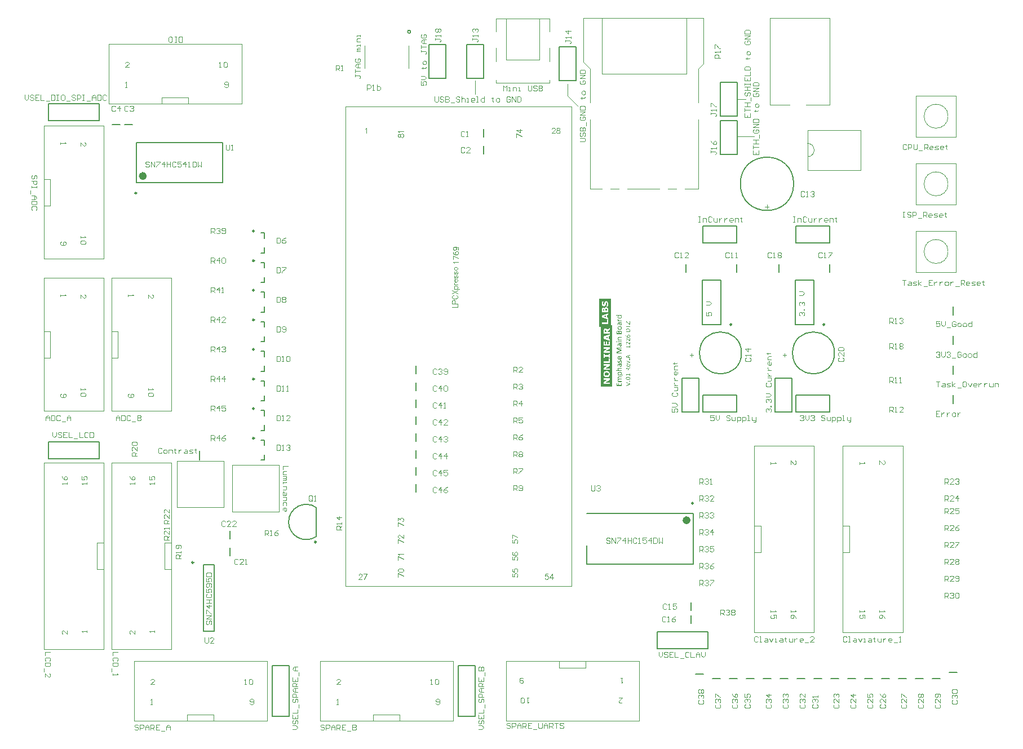
<source format=gto>
%FSLAX43Y43*%
%MOMM*%
G71*
G01*
G75*
%ADD10O,0.600X2.300*%
%ADD11O,2.500X0.700*%
%ADD12R,1.400X1.200*%
%ADD13R,1.300X1.500*%
%ADD14R,1.500X0.600*%
%ADD15R,1.200X1.400*%
%ADD16R,1.400X1.500*%
%ADD17R,1.500X1.300*%
G04:AMPARAMS|DCode=18|XSize=2.1mm|YSize=1.4mm|CornerRadius=0.14mm|HoleSize=0mm|Usage=FLASHONLY|Rotation=0.000|XOffset=0mm|YOffset=0mm|HoleType=Round|Shape=RoundedRectangle|*
%AMROUNDEDRECTD18*
21,1,2.100,1.120,0,0,0.0*
21,1,1.820,1.400,0,0,0.0*
1,1,0.280,0.910,-0.560*
1,1,0.280,-0.910,-0.560*
1,1,0.280,-0.910,0.560*
1,1,0.280,0.910,0.560*
%
%ADD18ROUNDEDRECTD18*%
%ADD19R,2.400X3.300*%
%ADD20R,2.400X1.000*%
G04:AMPARAMS|DCode=21|XSize=2.7mm|YSize=0.7mm|CornerRadius=0.14mm|HoleSize=0mm|Usage=FLASHONLY|Rotation=270.000|XOffset=0mm|YOffset=0mm|HoleType=Round|Shape=RoundedRectangle|*
%AMROUNDEDRECTD21*
21,1,2.700,0.420,0,0,270.0*
21,1,2.420,0.700,0,0,270.0*
1,1,0.280,-0.210,-1.210*
1,1,0.280,-0.210,1.210*
1,1,0.280,0.210,1.210*
1,1,0.280,0.210,-1.210*
%
%ADD21ROUNDEDRECTD21*%
G04:AMPARAMS|DCode=22|XSize=1.8mm|YSize=1.6mm|CornerRadius=0.16mm|HoleSize=0mm|Usage=FLASHONLY|Rotation=90.000|XOffset=0mm|YOffset=0mm|HoleType=Round|Shape=RoundedRectangle|*
%AMROUNDEDRECTD22*
21,1,1.800,1.280,0,0,90.0*
21,1,1.480,1.600,0,0,90.0*
1,1,0.320,0.640,0.740*
1,1,0.320,0.640,-0.740*
1,1,0.320,-0.640,-0.740*
1,1,0.320,-0.640,0.740*
%
%ADD22ROUNDEDRECTD22*%
%ADD23C,0.305*%
%ADD24C,1.270*%
%ADD25C,0.635*%
%ADD26C,0.508*%
%ADD27O,1.600X0.800*%
%ADD28C,1.000*%
G04:AMPARAMS|DCode=29|XSize=1.8mm|YSize=1.2mm|CornerRadius=0.48mm|HoleSize=0mm|Usage=FLASHONLY|Rotation=270.000|XOffset=0mm|YOffset=0mm|HoleType=Round|Shape=RoundedRectangle|*
%AMROUNDEDRECTD29*
21,1,1.800,0.240,0,0,270.0*
21,1,0.840,1.200,0,0,270.0*
1,1,0.960,-0.120,-0.420*
1,1,0.960,-0.120,0.420*
1,1,0.960,0.120,0.420*
1,1,0.960,0.120,-0.420*
%
%ADD29ROUNDEDRECTD29*%
G04:AMPARAMS|DCode=30|XSize=1.6mm|YSize=1.2mm|CornerRadius=0.48mm|HoleSize=0mm|Usage=FLASHONLY|Rotation=270.000|XOffset=0mm|YOffset=0mm|HoleType=Round|Shape=RoundedRectangle|*
%AMROUNDEDRECTD30*
21,1,1.600,0.240,0,0,270.0*
21,1,0.640,1.200,0,0,270.0*
1,1,0.960,-0.120,-0.320*
1,1,0.960,-0.120,0.320*
1,1,0.960,0.120,0.320*
1,1,0.960,0.120,-0.320*
%
%ADD30ROUNDEDRECTD30*%
%ADD31R,1.500X1.500*%
%ADD32C,1.500*%
%ADD33R,1.500X1.500*%
%ADD34C,1.400*%
%ADD35C,1.350*%
%ADD36R,1.350X1.350*%
G04:AMPARAMS|DCode=37|XSize=1.6mm|YSize=1mm|CornerRadius=0.25mm|HoleSize=0mm|Usage=FLASHONLY|Rotation=270.000|XOffset=0mm|YOffset=0mm|HoleType=Round|Shape=RoundedRectangle|*
%AMROUNDEDRECTD37*
21,1,1.600,0.500,0,0,270.0*
21,1,1.100,1.000,0,0,270.0*
1,1,0.500,-0.250,-0.550*
1,1,0.500,-0.250,0.550*
1,1,0.500,0.250,0.550*
1,1,0.500,0.250,-0.550*
%
%ADD37ROUNDEDRECTD37*%
%ADD38C,1.500*%
%ADD39R,1.500X1.500*%
G04:AMPARAMS|DCode=40|XSize=2.4mm|YSize=1.2mm|CornerRadius=0.54mm|HoleSize=0mm|Usage=FLASHONLY|Rotation=270.000|XOffset=0mm|YOffset=0mm|HoleType=Round|Shape=RoundedRectangle|*
%AMROUNDEDRECTD40*
21,1,2.400,0.120,0,0,270.0*
21,1,1.320,1.200,0,0,270.0*
1,1,1.080,-0.060,-0.660*
1,1,1.080,-0.060,0.660*
1,1,1.080,0.060,0.660*
1,1,1.080,0.060,-0.660*
%
%ADD40ROUNDEDRECTD40*%
%ADD41C,0.762*%
%ADD42C,0.457*%
%ADD43C,1.270*%
%ADD44C,0.200*%
%ADD45C,0.250*%
%ADD46C,0.600*%
%ADD47C,0.100*%
%ADD48C,0.102*%
%ADD49C,0.203*%
G36*
X90983Y63049D02*
X90994Y63047D01*
X91006Y63046D01*
X91030Y63040D01*
X91031D01*
X91035Y63039D01*
X91041Y63036D01*
X91048Y63033D01*
X91066Y63025D01*
X91086Y63013D01*
X91087Y63012D01*
X91090Y63011D01*
X91094Y63006D01*
X91101Y63002D01*
X91116Y62989D01*
X91130Y62972D01*
X91131Y62971D01*
X91132Y62968D01*
X91137Y62963D01*
X91141Y62957D01*
X91145Y62949D01*
X91151Y62939D01*
X91161Y62917D01*
Y62916D01*
X91162Y62912D01*
X91165Y62906D01*
X91168Y62898D01*
X91170Y62889D01*
X91175Y62878D01*
X91180Y62853D01*
Y62851D01*
X91182Y62847D01*
Y62840D01*
X91183Y62830D01*
X91185Y62819D01*
Y62805D01*
X91186Y62791D01*
Y62774D01*
Y62568D01*
Y62565D01*
X91185Y62559D01*
X91182Y62551D01*
X91178Y62541D01*
X91176Y62540D01*
X91169Y62535D01*
X91159Y62531D01*
X91144Y62530D01*
X90437D01*
X90429Y62531D01*
X90418Y62534D01*
X90408Y62541D01*
X90406Y62544D01*
X90402Y62550D01*
X90399Y62558D01*
X90398Y62568D01*
Y62748D01*
Y62750D01*
Y62751D01*
Y62760D01*
Y62774D01*
X90399Y62789D01*
X90401Y62808D01*
X90404Y62827D01*
X90408Y62846D01*
X90412Y62864D01*
Y62865D01*
X90415Y62871D01*
X90418Y62879D01*
X90422Y62891D01*
X90435Y62915D01*
X90443Y62927D01*
X90452Y62939D01*
X90453Y62940D01*
X90456Y62944D01*
X90461Y62950D01*
X90468Y62956D01*
X90478Y62964D01*
X90490Y62971D01*
X90501Y62978D01*
X90515Y62985D01*
X90516Y62987D01*
X90522Y62988D01*
X90529Y62991D01*
X90539Y62994D01*
X90552Y62996D01*
X90566Y62998D01*
X90581Y63001D01*
X90608D01*
X90615Y62999D01*
X90632Y62998D01*
X90652Y62994D01*
X90653D01*
X90656Y62992D01*
X90662Y62991D01*
X90667Y62988D01*
X90683Y62982D01*
X90700Y62972D01*
X90701D01*
X90702Y62970D01*
X90712Y62964D01*
X90725Y62954D01*
X90738Y62940D01*
Y62939D01*
X90741Y62937D01*
X90743Y62933D01*
X90748Y62927D01*
X90756Y62913D01*
X90766Y62895D01*
Y62896D01*
X90767Y62901D01*
X90769Y62906D01*
X90770Y62915D01*
X90777Y62934D01*
X90788Y62956D01*
Y62957D01*
X90791Y62960D01*
X90794Y62965D01*
X90800Y62972D01*
X90812Y62988D01*
X90829Y63003D01*
X90831Y63005D01*
X90834Y63008D01*
X90839Y63011D01*
X90846Y63016D01*
X90855Y63020D01*
X90865Y63026D01*
X90889Y63037D01*
X90890D01*
X90894Y63039D01*
X90901Y63042D01*
X90910Y63044D01*
X90921Y63046D01*
X90932Y63049D01*
X90960Y63050D01*
X90975D01*
X90983Y63049D01*
D02*
G37*
G36*
X90915Y63706D02*
X90931Y63704D01*
X90951Y63703D01*
X90970Y63700D01*
X90993Y63694D01*
X91014Y63689D01*
X91017Y63687D01*
X91024Y63686D01*
X91034Y63682D01*
X91048Y63674D01*
X91062Y63667D01*
X91079Y63659D01*
X91096Y63648D01*
X91111Y63635D01*
X91113Y63634D01*
X91118Y63629D01*
X91125Y63621D01*
X91134Y63611D01*
X91145Y63598D01*
X91155Y63584D01*
X91165Y63567D01*
X91175Y63548D01*
X91176Y63545D01*
X91178Y63538D01*
X91182Y63528D01*
X91186Y63512D01*
X91190Y63495D01*
X91193Y63474D01*
X91196Y63452D01*
X91197Y63426D01*
Y63425D01*
Y63424D01*
Y63415D01*
X91196Y63402D01*
X91194Y63387D01*
X91193Y63367D01*
X91189Y63347D01*
X91185Y63328D01*
X91178Y63308D01*
X91176Y63305D01*
X91173Y63300D01*
X91169Y63290D01*
X91163Y63278D01*
X91155Y63266D01*
X91145Y63252D01*
X91132Y63237D01*
X91120Y63223D01*
X91118Y63222D01*
X91113Y63218D01*
X91104Y63212D01*
X91094Y63205D01*
X91080Y63197D01*
X91065Y63190D01*
X91046Y63181D01*
X91027Y63174D01*
X91024D01*
X91017Y63171D01*
X91006Y63170D01*
X90990Y63167D01*
X90972Y63164D01*
X90951Y63161D01*
X90928Y63160D01*
X90903Y63159D01*
X90891D01*
X90879Y63160D01*
X90862Y63161D01*
X90842Y63163D01*
X90822Y63166D01*
X90800Y63170D01*
X90779Y63175D01*
X90776Y63177D01*
X90769Y63178D01*
X90759Y63183D01*
X90745Y63188D01*
X90731Y63195D01*
X90714Y63205D01*
X90697Y63215D01*
X90681Y63228D01*
X90680Y63229D01*
X90674Y63235D01*
X90667Y63242D01*
X90657Y63252D01*
X90647Y63264D01*
X90638Y63280D01*
X90626Y63297D01*
X90618Y63315D01*
X90616Y63318D01*
X90614Y63325D01*
X90611Y63335D01*
X90607Y63350D01*
X90602Y63369D01*
X90598Y63388D01*
X90597Y63412D01*
X90595Y63438D01*
Y63439D01*
Y63440D01*
Y63449D01*
X90597Y63462D01*
X90598Y63477D01*
X90601Y63495D01*
X90604Y63515D01*
X90609Y63535D01*
X90616Y63555D01*
X90618Y63557D01*
X90621Y63563D01*
X90625Y63573D01*
X90631Y63584D01*
X90639Y63598D01*
X90649Y63612D01*
X90660Y63627D01*
X90674Y63639D01*
X90676Y63641D01*
X90681Y63645D01*
X90690Y63651D01*
X90700Y63659D01*
X90714Y63666D01*
X90729Y63674D01*
X90748Y63683D01*
X90767Y63690D01*
X90770Y63691D01*
X90777Y63693D01*
X90788Y63696D01*
X90804Y63698D01*
X90822Y63701D01*
X90843Y63704D01*
X90866Y63707D01*
X90903D01*
X90915Y63706D01*
D02*
G37*
G36*
X91180Y56145D02*
X91182Y56144D01*
X91186Y56137D01*
Y56135D01*
X91187Y56133D01*
Y56128D01*
X91189Y56121D01*
Y56120D01*
Y56114D01*
X91190Y56107D01*
Y56097D01*
Y56095D01*
Y56089D01*
Y56080D01*
X91189Y56072D01*
Y56071D01*
X91187Y56066D01*
Y56061D01*
X91186Y56056D01*
Y56055D01*
X91185Y56054D01*
X91180Y56048D01*
X91178D01*
X91172Y56047D01*
X90827D01*
X90818Y56045D01*
X90797Y56044D01*
X90776Y56040D01*
X90774D01*
X90770Y56038D01*
X90766Y56037D01*
X90759Y56035D01*
X90742Y56028D01*
X90726Y56020D01*
X90725D01*
X90722Y56017D01*
X90714Y56011D01*
X90704Y56000D01*
X90694Y55986D01*
Y55985D01*
X90693Y55982D01*
X90690Y55978D01*
X90688Y55972D01*
X90684Y55956D01*
X90683Y55938D01*
Y55937D01*
Y55932D01*
X90684Y55925D01*
X90686Y55916D01*
X90690Y55906D01*
X90694Y55893D01*
X90701Y55880D01*
X90711Y55868D01*
X90712Y55866D01*
X90715Y55862D01*
X90722Y55855D01*
X90731Y55845D01*
X90742Y55834D01*
X90755Y55821D01*
X90770Y55807D01*
X90788Y55791D01*
X91175D01*
X91180Y55789D01*
X91182Y55787D01*
X91186Y55780D01*
Y55779D01*
X91187Y55776D01*
Y55772D01*
X91189Y55765D01*
Y55763D01*
Y55758D01*
X91190Y55751D01*
Y55741D01*
Y55738D01*
Y55732D01*
Y55725D01*
X91189Y55717D01*
Y55715D01*
X91187Y55711D01*
Y55705D01*
X91186Y55701D01*
Y55700D01*
X91185Y55698D01*
X91180Y55693D01*
X91178D01*
X91172Y55691D01*
X90827D01*
X90818Y55690D01*
X90797Y55689D01*
X90776Y55684D01*
X90774D01*
X90770Y55683D01*
X90766Y55681D01*
X90759Y55679D01*
X90742Y55673D01*
X90726Y55663D01*
X90725D01*
X90722Y55660D01*
X90714Y55655D01*
X90704Y55643D01*
X90694Y55629D01*
Y55628D01*
X90693Y55627D01*
X90690Y55622D01*
X90688Y55617D01*
X90684Y55601D01*
X90683Y55581D01*
Y55580D01*
Y55576D01*
X90684Y55569D01*
X90686Y55559D01*
X90690Y55549D01*
X90694Y55536D01*
X90701Y55524D01*
X90711Y55511D01*
X90712Y55510D01*
X90715Y55505D01*
X90722Y55498D01*
X90731Y55488D01*
X90742Y55477D01*
X90755Y55464D01*
X90770Y55450D01*
X90788Y55435D01*
X91175D01*
X91180Y55432D01*
X91182Y55431D01*
X91186Y55424D01*
Y55422D01*
X91187Y55419D01*
Y55415D01*
X91189Y55408D01*
Y55407D01*
Y55402D01*
X91190Y55394D01*
Y55384D01*
Y55381D01*
Y55376D01*
Y55367D01*
X91189Y55359D01*
Y55357D01*
X91187Y55354D01*
X91186Y55345D01*
Y55343D01*
X91185Y55342D01*
X91180Y55336D01*
X91178D01*
X91172Y55335D01*
X90621D01*
X90615Y55336D01*
X90614Y55338D01*
X90611Y55340D01*
X90609Y55343D01*
Y55345D01*
X90608Y55347D01*
X90607Y55352D01*
X90605Y55357D01*
Y55359D01*
X90604Y55363D01*
Y55370D01*
Y55380D01*
Y55383D01*
Y55387D01*
Y55394D01*
X90605Y55401D01*
Y55402D01*
X90607Y55407D01*
X90608Y55411D01*
X90609Y55415D01*
Y55416D01*
X90611Y55418D01*
X90612Y55421D01*
X90615Y55422D01*
X90616Y55424D01*
X90624Y55425D01*
X90695D01*
X90693Y55426D01*
X90687Y55433D01*
X90679Y55442D01*
X90667Y55453D01*
X90655Y55466D01*
X90642Y55481D01*
X90631Y55497D01*
X90621Y55514D01*
X90619Y55515D01*
X90616Y55521D01*
X90612Y55531D01*
X90608Y55542D01*
X90604Y55555D01*
X90600Y55570D01*
X90597Y55586D01*
X90595Y55603D01*
Y55604D01*
Y55608D01*
Y55615D01*
X90597Y55622D01*
X90598Y55642D01*
X90604Y55663D01*
Y55665D01*
X90605Y55667D01*
X90607Y55673D01*
X90609Y55680D01*
X90616Y55696D01*
X90626Y55711D01*
Y55713D01*
X90629Y55715D01*
X90636Y55724D01*
X90646Y55735D01*
X90660Y55746D01*
X90662Y55748D01*
X90663Y55749D01*
X90667Y55752D01*
X90673Y55755D01*
X90687Y55763D01*
X90704Y55772D01*
X90702Y55773D01*
X90698Y55776D01*
X90694Y55782D01*
X90687Y55789D01*
X90670Y55804D01*
X90655Y55822D01*
X90653Y55824D01*
X90650Y55827D01*
X90647Y55832D01*
X90642Y55838D01*
X90632Y55853D01*
X90621Y55870D01*
Y55872D01*
X90618Y55875D01*
X90616Y55879D01*
X90614Y55884D01*
X90608Y55900D01*
X90602Y55916D01*
Y55917D01*
X90601Y55920D01*
X90600Y55924D01*
X90598Y55930D01*
X90597Y55942D01*
X90595Y55959D01*
Y55962D01*
Y55968D01*
X90597Y55978D01*
X90598Y55990D01*
X90600Y56004D01*
X90604Y56020D01*
X90608Y56034D01*
X90615Y56048D01*
X90616Y56049D01*
X90618Y56054D01*
X90622Y56061D01*
X90628Y56069D01*
X90635Y56078D01*
X90643Y56087D01*
X90653Y56097D01*
X90664Y56106D01*
X90666Y56107D01*
X90670Y56110D01*
X90677Y56113D01*
X90686Y56119D01*
X90695Y56124D01*
X90708Y56128D01*
X90722Y56134D01*
X90738Y56138D01*
X90739D01*
X90745Y56140D01*
X90753Y56141D01*
X90765Y56144D01*
X90777Y56145D01*
X90791Y56147D01*
X90825Y56148D01*
X91175D01*
X91180Y56145D01*
D02*
G37*
G36*
X91163Y55174D02*
X91165D01*
X91168Y55173D01*
X91176Y55168D01*
X91178D01*
X91179Y55167D01*
X91185Y55161D01*
Y55160D01*
X91186Y55153D01*
Y54775D01*
Y54772D01*
X91185Y54767D01*
X91182Y54758D01*
X91178Y54748D01*
X91176Y54747D01*
X91169Y54743D01*
X91159Y54738D01*
X91144Y54737D01*
X90437D01*
X90429Y54738D01*
X90418Y54741D01*
X90408Y54748D01*
X90406Y54751D01*
X90402Y54757D01*
X90399Y54765D01*
X90398Y54775D01*
Y55150D01*
Y55151D01*
Y55153D01*
X90401Y55159D01*
Y55160D01*
X90402Y55161D01*
X90409Y55164D01*
X90411D01*
X90413Y55166D01*
X90418Y55167D01*
X90423Y55168D01*
X90425D01*
X90429Y55170D01*
X90435Y55171D01*
X90450D01*
X90456Y55170D01*
X90463Y55168D01*
X90464D01*
X90467Y55167D01*
X90477Y55164D01*
X90480Y55163D01*
X90484Y55159D01*
Y55156D01*
X90485Y55150D01*
Y54841D01*
X90732D01*
Y55105D01*
Y55106D01*
Y55108D01*
X90735Y55113D01*
Y55115D01*
X90736Y55116D01*
X90743Y55120D01*
X90745D01*
X90746Y55122D01*
X90750Y55123D01*
X90756Y55125D01*
X90757D01*
X90762Y55126D01*
X90788D01*
X90796Y55125D01*
X90797D01*
X90800Y55123D01*
X90804Y55122D01*
X90808Y55120D01*
X90811Y55119D01*
X90815Y55113D01*
Y55111D01*
X90817Y55105D01*
Y54841D01*
X91099D01*
Y55153D01*
Y55154D01*
Y55156D01*
X91101Y55161D01*
Y55163D01*
X91103Y55164D01*
X91110Y55168D01*
X91111Y55170D01*
X91113Y55171D01*
X91117Y55173D01*
X91123Y55174D01*
X91124D01*
X91128Y55175D01*
X91156D01*
X91163Y55174D01*
D02*
G37*
G36*
X91180Y64265D02*
X91183Y64262D01*
Y64261D01*
X91185Y64260D01*
X91186Y64255D01*
X91187Y64248D01*
Y64247D01*
X91189Y64243D01*
X91190Y64234D01*
Y64224D01*
Y64221D01*
Y64216D01*
X91189Y64207D01*
X91187Y64199D01*
Y64198D01*
X91186Y64193D01*
X91185Y64189D01*
X91183Y64185D01*
X91180Y64183D01*
X91178Y64182D01*
X91173Y64181D01*
X91118D01*
X91120Y64179D01*
X91124Y64175D01*
X91131Y64166D01*
X91139Y64158D01*
X91149Y64145D01*
X91159Y64131D01*
X91169Y64117D01*
X91178Y64100D01*
X91179Y64099D01*
X91180Y64093D01*
X91183Y64083D01*
X91187Y64072D01*
X91192Y64058D01*
X91194Y64042D01*
X91196Y64026D01*
X91197Y64007D01*
Y64006D01*
Y64000D01*
Y63992D01*
X91196Y63980D01*
X91194Y63969D01*
X91193Y63955D01*
X91186Y63928D01*
Y63927D01*
X91185Y63923D01*
X91182Y63916D01*
X91179Y63909D01*
X91169Y63889D01*
X91155Y63869D01*
X91154Y63868D01*
X91151Y63865D01*
X91147Y63861D01*
X91139Y63855D01*
X91132Y63849D01*
X91123Y63842D01*
X91101Y63831D01*
X91100D01*
X91096Y63830D01*
X91090Y63827D01*
X91080Y63825D01*
X91070Y63823D01*
X91059Y63820D01*
X91031Y63818D01*
X91024D01*
X91015Y63820D01*
X91004Y63821D01*
X90991Y63823D01*
X90979Y63827D01*
X90965Y63831D01*
X90952Y63837D01*
X90951Y63838D01*
X90946Y63839D01*
X90939Y63844D01*
X90931Y63851D01*
X90922Y63858D01*
X90913Y63868D01*
X90903Y63877D01*
X90894Y63890D01*
X90893Y63892D01*
X90890Y63897D01*
X90886Y63904D01*
X90882Y63914D01*
X90876Y63927D01*
X90870Y63941D01*
X90865Y63958D01*
X90860Y63976D01*
Y63979D01*
X90859Y63986D01*
X90856Y63996D01*
X90855Y64010D01*
X90852Y64027D01*
X90850Y64047D01*
X90849Y64069D01*
Y64092D01*
Y64168D01*
X90796D01*
X90788Y64166D01*
X90770Y64165D01*
X90752Y64161D01*
X90750D01*
X90748Y64159D01*
X90743Y64158D01*
X90738Y64155D01*
X90724Y64148D01*
X90711Y64138D01*
X90710D01*
X90708Y64135D01*
X90701Y64128D01*
X90693Y64116D01*
X90686Y64100D01*
Y64099D01*
X90684Y64096D01*
X90683Y64090D01*
X90681Y64085D01*
X90680Y64076D01*
X90679Y64066D01*
X90677Y64042D01*
Y64041D01*
Y64035D01*
Y64028D01*
X90679Y64020D01*
X90681Y63997D01*
X90687Y63975D01*
Y63973D01*
X90688Y63971D01*
X90690Y63965D01*
X90693Y63958D01*
X90698Y63941D01*
X90707Y63924D01*
Y63923D01*
X90708Y63920D01*
X90710Y63916D01*
X90712Y63911D01*
X90718Y63899D01*
X90725Y63886D01*
X90726Y63883D01*
X90729Y63877D01*
X90732Y63870D01*
X90733Y63865D01*
Y63863D01*
Y63862D01*
X90732Y63855D01*
X90731Y63854D01*
X90725Y63849D01*
X90724D01*
X90721Y63848D01*
X90712Y63845D01*
X90679D01*
X90671Y63846D01*
X90670D01*
X90666Y63849D01*
X90660Y63852D01*
X90655Y63856D01*
X90653Y63858D01*
X90649Y63863D01*
X90643Y63872D01*
X90636Y63885D01*
Y63886D01*
X90635Y63889D01*
X90632Y63893D01*
X90629Y63899D01*
X90624Y63913D01*
X90616Y63931D01*
Y63932D01*
X90615Y63935D01*
X90614Y63941D01*
X90611Y63948D01*
X90609Y63956D01*
X90607Y63966D01*
X90602Y63989D01*
Y63990D01*
X90601Y63994D01*
X90600Y64000D01*
X90598Y64009D01*
Y64017D01*
X90597Y64028D01*
X90595Y64051D01*
Y64054D01*
Y64061D01*
Y64072D01*
X90597Y64086D01*
X90598Y64102D01*
X90601Y64119D01*
X90605Y64135D01*
X90609Y64151D01*
Y64152D01*
X90612Y64158D01*
X90615Y64165D01*
X90619Y64175D01*
X90632Y64198D01*
X90640Y64209D01*
X90649Y64219D01*
X90650Y64220D01*
X90653Y64223D01*
X90659Y64227D01*
X90666Y64233D01*
X90676Y64238D01*
X90687Y64245D01*
X90700Y64251D01*
X90714Y64255D01*
X90715D01*
X90721Y64257D01*
X90728Y64260D01*
X90739Y64262D01*
X90752Y64264D01*
X90767Y64267D01*
X90784Y64268D01*
X91178D01*
X91180Y64265D01*
D02*
G37*
G36*
X91182Y65355D02*
X91183Y65353D01*
X91186Y65346D01*
Y65345D01*
X91187Y65344D01*
Y65339D01*
X91189Y65334D01*
Y65332D01*
Y65328D01*
X91190Y65321D01*
Y65313D01*
Y65311D01*
Y65306D01*
Y65298D01*
X91189Y65291D01*
Y65290D01*
X91187Y65287D01*
X91186Y65277D01*
Y65276D01*
X91185Y65275D01*
X91180Y65269D01*
X91178D01*
X91172Y65267D01*
X91099D01*
X91100Y65266D01*
X91106Y65260D01*
X91114Y65251D01*
X91125Y65239D01*
X91137Y65227D01*
X91149Y65211D01*
X91161Y65194D01*
X91172Y65177D01*
X91173Y65176D01*
X91176Y65169D01*
X91180Y65160D01*
X91185Y65148D01*
X91189Y65132D01*
X91193Y65115D01*
X91196Y65095D01*
X91197Y65076D01*
Y65073D01*
Y65066D01*
X91196Y65055D01*
X91194Y65040D01*
X91192Y65024D01*
X91187Y65007D01*
X91182Y64988D01*
X91175Y64971D01*
X91173Y64970D01*
X91170Y64964D01*
X91165Y64957D01*
X91158Y64947D01*
X91149Y64936D01*
X91138Y64925D01*
X91125Y64914D01*
X91111Y64902D01*
X91110Y64901D01*
X91104Y64898D01*
X91096Y64894D01*
X91085Y64888D01*
X91072Y64883D01*
X91055Y64876D01*
X91038Y64870D01*
X91018Y64864D01*
X91015D01*
X91008Y64863D01*
X90997Y64861D01*
X90983Y64859D01*
X90966Y64857D01*
X90946Y64854D01*
X90927Y64853D01*
X90893D01*
X90879Y64854D01*
X90862D01*
X90842Y64856D01*
X90821Y64859D01*
X90777Y64867D01*
X90774Y64869D01*
X90767Y64870D01*
X90757Y64874D01*
X90743Y64878D01*
X90728Y64885D01*
X90712Y64892D01*
X90695Y64902D01*
X90680Y64912D01*
X90679Y64914D01*
X90673Y64918D01*
X90666Y64923D01*
X90657Y64932D01*
X90646Y64943D01*
X90636Y64956D01*
X90626Y64970D01*
X90618Y64986D01*
X90616Y64987D01*
X90614Y64994D01*
X90611Y65002D01*
X90607Y65015D01*
X90602Y65031D01*
X90598Y65048D01*
X90597Y65067D01*
X90595Y65088D01*
Y65091D01*
Y65097D01*
X90597Y65105D01*
X90598Y65118D01*
X90601Y65131D01*
X90604Y65146D01*
X90609Y65160D01*
X90616Y65176D01*
X90618Y65177D01*
X90621Y65183D01*
X90625Y65191D01*
X90632Y65201D01*
X90640Y65214D01*
X90652Y65227D01*
X90664Y65242D01*
X90679Y65256D01*
X90357D01*
X90353Y65258D01*
X90351D01*
X90350Y65260D01*
X90347Y65266D01*
Y65267D01*
X90346Y65270D01*
X90344Y65275D01*
X90343Y65282D01*
Y65283D01*
X90342Y65289D01*
X90340Y65296D01*
Y65306D01*
Y65307D01*
Y65308D01*
Y65314D01*
X90342Y65322D01*
X90343Y65331D01*
Y65332D01*
X90344Y65337D01*
X90346Y65342D01*
X90347Y65346D01*
Y65348D01*
X90349Y65349D01*
X90353Y65355D01*
X90354Y65356D01*
X90360Y65358D01*
X91175D01*
X91182Y65355D01*
D02*
G37*
G36*
X92456Y58634D02*
X92339D01*
Y58732D01*
X92456D01*
Y58634D01*
D02*
G37*
G36*
Y59309D02*
X92287Y59250D01*
Y58986D01*
X92456Y58927D01*
Y58845D01*
X91849Y59066D01*
Y59174D01*
X92456Y59396D01*
Y59309D01*
D02*
G37*
G36*
X90681Y64771D02*
X90686D01*
X90695Y64768D01*
X90697D01*
X90698Y64767D01*
X90704Y64764D01*
X90705Y64763D01*
X90707Y64757D01*
Y64756D01*
Y64753D01*
X90704Y64744D01*
Y64743D01*
X90702Y64740D01*
X90700Y64735D01*
X90698Y64729D01*
Y64728D01*
X90697Y64723D01*
X90694Y64718D01*
X90693Y64709D01*
Y64708D01*
X90691Y64702D01*
X90690Y64694D01*
Y64685D01*
Y64682D01*
X90691Y64675D01*
X90693Y64667D01*
X90697Y64656D01*
X90698Y64653D01*
X90701Y64647D01*
X90708Y64637D01*
X90717Y64625D01*
X90719Y64622D01*
X90726Y64615D01*
X90739Y64603D01*
X90755Y64591D01*
X90756Y64589D01*
X90759Y64588D01*
X90763Y64584D01*
X90770Y64580D01*
X90779Y64574D01*
X90788Y64568D01*
X90811Y64553D01*
X91175D01*
X91180Y64550D01*
X91182Y64549D01*
X91186Y64541D01*
Y64540D01*
X91187Y64537D01*
Y64533D01*
X91189Y64526D01*
Y64525D01*
Y64520D01*
X91190Y64512D01*
Y64502D01*
Y64499D01*
Y64494D01*
Y64485D01*
X91189Y64477D01*
Y64475D01*
X91187Y64472D01*
X91186Y64463D01*
Y64461D01*
X91185Y64460D01*
X91180Y64454D01*
X91178D01*
X91172Y64453D01*
X90621D01*
X90615Y64454D01*
X90614Y64455D01*
X90611Y64458D01*
X90609Y64461D01*
Y64463D01*
X90608Y64465D01*
X90607Y64470D01*
X90605Y64475D01*
Y64477D01*
X90604Y64481D01*
Y64488D01*
Y64498D01*
Y64501D01*
Y64505D01*
Y64512D01*
X90605Y64519D01*
Y64520D01*
X90607Y64525D01*
X90608Y64529D01*
X90609Y64533D01*
Y64534D01*
X90611Y64536D01*
X90612Y64539D01*
X90615Y64540D01*
X90616Y64541D01*
X90624Y64543D01*
X90704D01*
X90702Y64544D01*
X90698Y64547D01*
X90693Y64551D01*
X90684Y64557D01*
X90667Y64570D01*
X90650Y64585D01*
X90649Y64587D01*
X90646Y64588D01*
X90638Y64598D01*
X90628Y64609D01*
X90618Y64622D01*
Y64623D01*
X90616Y64625D01*
X90611Y64633D01*
X90605Y64644D01*
X90601Y64657D01*
Y64658D01*
X90600Y64660D01*
X90598Y64668D01*
X90597Y64680D01*
X90595Y64692D01*
Y64694D01*
Y64698D01*
Y64704D01*
X90597Y64711D01*
Y64712D01*
X90598Y64716D01*
X90600Y64723D01*
X90601Y64730D01*
Y64732D01*
X90602Y64737D01*
X90604Y64743D01*
X90607Y64750D01*
Y64752D01*
X90608Y64756D01*
X90609Y64760D01*
X90612Y64763D01*
Y64764D01*
X90614Y64766D01*
X90618Y64768D01*
X90619Y64770D01*
X90626D01*
X90628Y64771D01*
X90639D01*
X90643Y64773D01*
X90674D01*
X90681Y64771D01*
D02*
G37*
G36*
X91180Y62051D02*
X91182Y62049D01*
X91186Y62042D01*
Y62041D01*
X91187Y62038D01*
Y62034D01*
X91189Y62027D01*
Y62025D01*
Y62021D01*
X91190Y62012D01*
Y62003D01*
Y62000D01*
Y61994D01*
Y61986D01*
X91189Y61977D01*
Y61976D01*
X91187Y61973D01*
X91186Y61963D01*
Y61962D01*
X91185Y61960D01*
X91180Y61955D01*
X91178D01*
X91172Y61953D01*
X90834D01*
X90824Y61952D01*
X90800Y61950D01*
X90787Y61948D01*
X90776Y61945D01*
X90774D01*
X90770Y61943D01*
X90766Y61942D01*
X90759Y61939D01*
X90742Y61934D01*
X90726Y61924D01*
X90725D01*
X90722Y61921D01*
X90714Y61914D01*
X90704Y61903D01*
X90694Y61887D01*
Y61886D01*
X90693Y61883D01*
X90690Y61879D01*
X90688Y61873D01*
X90684Y61856D01*
X90683Y61836D01*
Y61835D01*
Y61829D01*
X90684Y61822D01*
X90686Y61812D01*
X90690Y61801D01*
X90694Y61788D01*
X90701Y61774D01*
X90711Y61760D01*
X90712Y61759D01*
X90715Y61753D01*
X90722Y61746D01*
X90731Y61736D01*
X90742Y61723D01*
X90755Y61711D01*
X90770Y61697D01*
X90788Y61681D01*
X91175D01*
X91180Y61678D01*
X91182Y61677D01*
X91186Y61670D01*
Y61668D01*
X91187Y61666D01*
Y61661D01*
X91189Y61654D01*
Y61653D01*
Y61649D01*
X91190Y61640D01*
Y61630D01*
Y61628D01*
Y61622D01*
Y61614D01*
X91189Y61605D01*
Y61604D01*
X91187Y61601D01*
X91186Y61591D01*
Y61590D01*
X91185Y61588D01*
X91180Y61583D01*
X91178D01*
X91172Y61581D01*
X90621D01*
X90615Y61583D01*
X90614Y61584D01*
X90611Y61587D01*
X90609Y61590D01*
Y61591D01*
X90608Y61594D01*
X90607Y61598D01*
X90605Y61604D01*
Y61605D01*
X90604Y61609D01*
Y61616D01*
Y61626D01*
Y61629D01*
Y61633D01*
Y61640D01*
X90605Y61647D01*
Y61649D01*
X90607Y61653D01*
X90608Y61657D01*
X90609Y61661D01*
Y61663D01*
X90611Y61664D01*
X90612Y61667D01*
X90615Y61668D01*
X90616Y61670D01*
X90624Y61671D01*
X90695D01*
X90693Y61674D01*
X90687Y61680D01*
X90679Y61688D01*
X90667Y61701D01*
X90655Y61714D01*
X90642Y61729D01*
X90631Y61746D01*
X90621Y61763D01*
X90619Y61766D01*
X90616Y61771D01*
X90612Y61780D01*
X90608Y61793D01*
X90604Y61807D01*
X90600Y61822D01*
X90597Y61839D01*
X90595Y61856D01*
Y61859D01*
Y61866D01*
X90597Y61876D01*
X90598Y61888D01*
X90600Y61903D01*
X90604Y61918D01*
X90608Y61934D01*
X90615Y61948D01*
X90616Y61949D01*
X90618Y61955D01*
X90622Y61960D01*
X90628Y61970D01*
X90635Y61979D01*
X90643Y61990D01*
X90653Y62000D01*
X90664Y62008D01*
X90666Y62010D01*
X90670Y62012D01*
X90677Y62017D01*
X90686Y62021D01*
X90695Y62027D01*
X90708Y62032D01*
X90722Y62038D01*
X90738Y62042D01*
X90739D01*
X90745Y62043D01*
X90753Y62046D01*
X90766Y62048D01*
X90780Y62051D01*
X90797Y62052D01*
X90817Y62053D01*
X91175D01*
X91180Y62051D01*
D02*
G37*
G36*
X91038Y58583D02*
X91048D01*
X91059Y58580D01*
X91072Y58577D01*
X91085Y58573D01*
X91097Y58567D01*
X91099D01*
X91103Y58564D01*
X91108Y58560D01*
X91116Y58556D01*
X91134Y58542D01*
X91152Y58523D01*
X91154Y58522D01*
X91156Y58518D01*
X91159Y58512D01*
X91165Y58505D01*
X91170Y58495D01*
X91176Y58483D01*
X91182Y58470D01*
X91186Y58456D01*
Y58454D01*
X91187Y58449D01*
X91189Y58440D01*
X91192Y58430D01*
X91193Y58418D01*
X91196Y58402D01*
X91197Y58385D01*
Y58368D01*
Y58367D01*
Y58363D01*
Y58357D01*
X91196Y58350D01*
X91194Y58332D01*
X91192Y58312D01*
Y58311D01*
X91190Y58308D01*
Y58304D01*
X91189Y58296D01*
X91186Y58282D01*
X91182Y58265D01*
Y58264D01*
X91180Y58263D01*
X91178Y58253D01*
X91173Y58242D01*
X91168Y58229D01*
X91166Y58226D01*
X91162Y58220D01*
X91158Y58213D01*
X91154Y58208D01*
X91152Y58206D01*
X91149Y58205D01*
X91144Y58202D01*
X91137Y58199D01*
X91135D01*
X91128Y58198D01*
X91120Y58196D01*
X91086D01*
X91083Y58198D01*
X91079D01*
X91075Y58199D01*
X91073D01*
X91072Y58201D01*
X91069Y58203D01*
X91068Y58205D01*
Y58206D01*
X91066Y58208D01*
X91065Y58213D01*
Y58215D01*
X91066Y58218D01*
X91068Y58223D01*
X91073Y58232D01*
X91075Y58234D01*
X91079Y58242D01*
X91085Y58251D01*
X91092Y58264D01*
Y58265D01*
X91093Y58268D01*
X91094Y58271D01*
X91097Y58277D01*
X91103Y58291D01*
X91110Y58309D01*
Y58311D01*
X91111Y58313D01*
X91113Y58319D01*
Y58328D01*
X91114Y58336D01*
X91116Y58347D01*
X91117Y58371D01*
Y58373D01*
Y58375D01*
Y58380D01*
Y58387D01*
X91116Y58401D01*
X91113Y58416D01*
Y58418D01*
X91111Y58421D01*
X91108Y58429D01*
X91104Y58440D01*
X91097Y58453D01*
Y58454D01*
X91096Y58456D01*
X91089Y58461D01*
X91080Y58470D01*
X91069Y58477D01*
X91068D01*
X91066Y58478D01*
X91058Y58481D01*
X91045Y58484D01*
X91030Y58485D01*
X91021D01*
X91017Y58484D01*
X91004Y58480D01*
X90991Y58473D01*
X90990D01*
X90989Y58471D01*
X90982Y58464D01*
X90972Y58454D01*
X90963Y58442D01*
Y58440D01*
X90960Y58439D01*
X90959Y58435D01*
X90956Y58429D01*
X90949Y58415D01*
X90942Y58398D01*
Y58397D01*
X90941Y58394D01*
X90938Y58390D01*
X90936Y58382D01*
X90929Y58367D01*
X90922Y58347D01*
Y58346D01*
X90921Y58343D01*
X90918Y58337D01*
X90915Y58332D01*
X90907Y58315D01*
X90898Y58296D01*
Y58295D01*
X90896Y58292D01*
X90893Y58288D01*
X90890Y58282D01*
X90880Y58268D01*
X90867Y58253D01*
X90866Y58251D01*
X90863Y58250D01*
X90860Y58246D01*
X90855Y58242D01*
X90841Y58232D01*
X90822Y58222D01*
X90821D01*
X90818Y58220D01*
X90812Y58219D01*
X90804Y58216D01*
X90796Y58215D01*
X90784Y58212D01*
X90759Y58210D01*
X90748D01*
X90739Y58212D01*
X90719Y58215D01*
X90697Y58222D01*
X90695D01*
X90691Y58225D01*
X90686Y58227D01*
X90679Y58232D01*
X90662Y58243D01*
X90645Y58258D01*
X90643Y58260D01*
X90640Y58263D01*
X90636Y58268D01*
X90632Y58275D01*
X90626Y58285D01*
X90621Y58295D01*
X90609Y58320D01*
Y58322D01*
X90607Y58328D01*
X90605Y58335D01*
X90602Y58346D01*
X90600Y58359D01*
X90598Y58374D01*
X90595Y58391D01*
Y58409D01*
Y58411D01*
Y58414D01*
Y58418D01*
Y58422D01*
X90597Y58436D01*
X90600Y58452D01*
Y58453D01*
Y58456D01*
X90601Y58460D01*
X90602Y58466D01*
X90605Y58478D01*
X90609Y58491D01*
Y58492D01*
X90611Y58494D01*
X90612Y58502D01*
X90616Y58512D01*
X90621Y58522D01*
X90622Y58525D01*
X90625Y58529D01*
X90628Y58535D01*
X90632Y58540D01*
Y58542D01*
X90635Y58545D01*
X90638Y58547D01*
X90640Y58549D01*
X90643Y58550D01*
X90649Y58552D01*
X90650D01*
X90652Y58553D01*
X90660Y58554D01*
X90662D01*
X90664Y58556D01*
X90688D01*
X90695Y58554D01*
X90697D01*
X90700Y58553D01*
X90707Y58550D01*
X90710Y58549D01*
X90714Y58546D01*
Y58545D01*
X90715Y58539D01*
Y58538D01*
X90714Y58535D01*
X90712Y58530D01*
X90710Y58523D01*
X90708Y58522D01*
X90705Y58516D01*
X90701Y58508D01*
X90695Y58497D01*
X90694Y58494D01*
X90690Y58487D01*
X90686Y58474D01*
X90680Y58459D01*
Y58457D01*
X90679Y58454D01*
X90677Y58450D01*
X90676Y58445D01*
X90674Y58428D01*
X90673Y58408D01*
Y58406D01*
Y58404D01*
Y58399D01*
X90674Y58392D01*
X90676Y58378D01*
X90680Y58363D01*
Y58361D01*
X90681Y58360D01*
X90684Y58351D01*
X90690Y58340D01*
X90697Y58330D01*
X90698Y58329D01*
X90704Y58323D01*
X90712Y58318D01*
X90722Y58312D01*
X90725Y58311D01*
X90731Y58309D01*
X90741Y58308D01*
X90753Y58306D01*
X90762D01*
X90767Y58308D01*
X90780Y58311D01*
X90794Y58318D01*
X90797Y58320D01*
X90804Y58326D01*
X90812Y58336D01*
X90822Y58349D01*
Y58350D01*
X90824Y58353D01*
X90827Y58356D01*
X90829Y58361D01*
X90836Y58375D01*
X90843Y58394D01*
Y58395D01*
X90845Y58398D01*
X90848Y58404D01*
X90849Y58409D01*
X90856Y58426D01*
X90863Y58445D01*
Y58446D01*
X90865Y58449D01*
X90867Y58454D01*
X90870Y58460D01*
X90877Y58477D01*
X90887Y58495D01*
Y58497D01*
X90890Y58499D01*
X90893Y58504D01*
X90896Y58511D01*
X90905Y58525D01*
X90918Y58540D01*
X90920Y58542D01*
X90921Y58543D01*
X90925Y58547D01*
X90929Y58552D01*
X90944Y58562D01*
X90962Y58571D01*
X90963D01*
X90966Y58573D01*
X90972Y58576D01*
X90979Y58578D01*
X90987Y58580D01*
X90999Y58583D01*
X91022Y58584D01*
X91030D01*
X91038Y58583D01*
D02*
G37*
G36*
X90886Y59194D02*
X90897Y59190D01*
X90907Y59183D01*
X90908Y59182D01*
X90911Y59176D01*
X90915Y59168D01*
X90917Y59156D01*
Y58796D01*
X90934D01*
X90945Y58797D01*
X90958D01*
X90972Y58800D01*
X91000Y58804D01*
X91001D01*
X91006Y58805D01*
X91013Y58808D01*
X91021Y58811D01*
X91042Y58821D01*
X91063Y58835D01*
X91065Y58836D01*
X91068Y58839D01*
X91072Y58843D01*
X91077Y58850D01*
X91085Y58858D01*
X91090Y58867D01*
X91103Y58890D01*
Y58891D01*
X91104Y58896D01*
X91107Y58904D01*
X91108Y58914D01*
X91111Y58927D01*
X91114Y58941D01*
X91116Y58956D01*
Y58975D01*
Y58976D01*
Y58982D01*
Y58989D01*
X91114Y58999D01*
X91113Y59021D01*
X91110Y59044D01*
Y59045D01*
X91108Y59049D01*
X91107Y59055D01*
X91106Y59062D01*
X91101Y59079D01*
X91096Y59097D01*
Y59099D01*
X91094Y59101D01*
X91090Y59110D01*
X91086Y59123D01*
X91082Y59134D01*
Y59135D01*
X91080Y59137D01*
X91077Y59142D01*
X91076Y59149D01*
X91075Y59156D01*
Y59158D01*
Y59159D01*
X91077Y59163D01*
Y59165D01*
X91079Y59166D01*
X91085Y59169D01*
X91086D01*
X91087Y59171D01*
X91096Y59172D01*
X91097D01*
X91100Y59173D01*
X91118D01*
X91128Y59172D01*
X91131D01*
X91139Y59171D01*
X91142Y59169D01*
X91148Y59166D01*
X91149Y59165D01*
X91154Y59162D01*
X91156Y59159D01*
X91159Y59152D01*
X91165Y59142D01*
Y59141D01*
X91166Y59139D01*
X91168Y59135D01*
X91169Y59131D01*
X91173Y59117D01*
X91179Y59099D01*
Y59097D01*
X91180Y59094D01*
X91182Y59089D01*
X91183Y59082D01*
X91185Y59073D01*
X91187Y59062D01*
X91192Y59038D01*
Y59037D01*
X91193Y59032D01*
Y59025D01*
X91194Y59017D01*
X91196Y59006D01*
Y58993D01*
X91197Y58965D01*
Y58963D01*
Y58962D01*
Y58953D01*
X91196Y58941D01*
X91194Y58925D01*
X91193Y58905D01*
X91189Y58886D01*
X91185Y58866D01*
X91179Y58846D01*
X91178Y58843D01*
X91176Y58838D01*
X91170Y58828D01*
X91165Y58817D01*
X91158Y58803D01*
X91148Y58788D01*
X91137Y58774D01*
X91124Y58760D01*
X91123Y58759D01*
X91117Y58755D01*
X91108Y58749D01*
X91099Y58741D01*
X91085Y58732D01*
X91069Y58724D01*
X91051Y58715D01*
X91031Y58708D01*
X91028D01*
X91021Y58705D01*
X91010Y58702D01*
X90993Y58700D01*
X90975Y58697D01*
X90952Y58694D01*
X90927Y58693D01*
X90900Y58691D01*
X90889D01*
X90874Y58693D01*
X90858Y58694D01*
X90838Y58695D01*
X90817Y58698D01*
X90794Y58702D01*
X90773Y58708D01*
X90770Y58710D01*
X90763Y58711D01*
X90753Y58715D01*
X90739Y58722D01*
X90725Y58729D01*
X90708Y58738D01*
X90693Y58749D01*
X90677Y58760D01*
X90676Y58762D01*
X90670Y58766D01*
X90663Y58774D01*
X90655Y58784D01*
X90645Y58796D01*
X90635Y58810D01*
X90625Y58827D01*
X90616Y58843D01*
X90615Y58846D01*
X90614Y58852D01*
X90609Y58862D01*
X90605Y58876D01*
X90602Y58891D01*
X90598Y58911D01*
X90597Y58931D01*
X90595Y58953D01*
Y58955D01*
Y58956D01*
Y58965D01*
X90597Y58976D01*
X90598Y58991D01*
X90601Y59008D01*
X90604Y59027D01*
X90609Y59045D01*
X90616Y59063D01*
X90618Y59065D01*
X90621Y59072D01*
X90625Y59080D01*
X90632Y59090D01*
X90639Y59101D01*
X90649Y59114D01*
X90660Y59127D01*
X90673Y59138D01*
X90674Y59139D01*
X90679Y59142D01*
X90687Y59148D01*
X90697Y59155D01*
X90708Y59162D01*
X90722Y59169D01*
X90738Y59176D01*
X90755Y59182D01*
X90756D01*
X90763Y59185D01*
X90772Y59186D01*
X90784Y59189D01*
X90800Y59192D01*
X90817Y59193D01*
X90835Y59196D01*
X90877D01*
X90886Y59194D01*
D02*
G37*
G36*
X91180Y58053D02*
X91183Y58050D01*
Y58048D01*
X91185Y58047D01*
X91186Y58043D01*
X91187Y58036D01*
Y58034D01*
X91189Y58030D01*
X91190Y58022D01*
Y58012D01*
Y58009D01*
Y58003D01*
X91189Y57995D01*
X91187Y57986D01*
Y57985D01*
X91186Y57981D01*
X91185Y57976D01*
X91183Y57972D01*
X91180Y57971D01*
X91178Y57969D01*
X91173Y57968D01*
X91118D01*
X91120Y57967D01*
X91124Y57962D01*
X91131Y57954D01*
X91139Y57945D01*
X91149Y57933D01*
X91159Y57919D01*
X91169Y57905D01*
X91178Y57888D01*
X91179Y57886D01*
X91180Y57881D01*
X91183Y57871D01*
X91187Y57859D01*
X91192Y57845D01*
X91194Y57830D01*
X91196Y57813D01*
X91197Y57795D01*
Y57793D01*
Y57788D01*
Y57779D01*
X91196Y57768D01*
X91194Y57757D01*
X91193Y57742D01*
X91186Y57716D01*
Y57714D01*
X91185Y57710D01*
X91182Y57703D01*
X91179Y57696D01*
X91169Y57676D01*
X91155Y57656D01*
X91154Y57655D01*
X91151Y57652D01*
X91147Y57648D01*
X91139Y57642D01*
X91132Y57637D01*
X91123Y57630D01*
X91101Y57618D01*
X91100D01*
X91096Y57617D01*
X91090Y57614D01*
X91080Y57613D01*
X91070Y57610D01*
X91059Y57607D01*
X91031Y57606D01*
X91024D01*
X91015Y57607D01*
X91004Y57609D01*
X90991Y57610D01*
X90979Y57614D01*
X90965Y57618D01*
X90952Y57624D01*
X90951Y57625D01*
X90946Y57627D01*
X90939Y57631D01*
X90931Y57638D01*
X90922Y57645D01*
X90913Y57655D01*
X90903Y57665D01*
X90894Y57678D01*
X90893Y57679D01*
X90890Y57685D01*
X90886Y57692D01*
X90882Y57702D01*
X90876Y57714D01*
X90870Y57728D01*
X90865Y57745D01*
X90860Y57764D01*
Y57766D01*
X90859Y57773D01*
X90856Y57783D01*
X90855Y57797D01*
X90852Y57814D01*
X90850Y57834D01*
X90849Y57857D01*
Y57879D01*
Y57955D01*
X90796D01*
X90788Y57954D01*
X90770Y57953D01*
X90752Y57948D01*
X90750D01*
X90748Y57947D01*
X90743Y57945D01*
X90738Y57943D01*
X90724Y57936D01*
X90711Y57926D01*
X90710D01*
X90708Y57923D01*
X90701Y57916D01*
X90693Y57903D01*
X90686Y57888D01*
Y57886D01*
X90684Y57883D01*
X90683Y57878D01*
X90681Y57872D01*
X90680Y57864D01*
X90679Y57854D01*
X90677Y57830D01*
Y57828D01*
Y57823D01*
Y57816D01*
X90679Y57807D01*
X90681Y57785D01*
X90687Y57762D01*
Y57761D01*
X90688Y57758D01*
X90690Y57752D01*
X90693Y57745D01*
X90698Y57728D01*
X90707Y57711D01*
Y57710D01*
X90708Y57707D01*
X90710Y57703D01*
X90712Y57699D01*
X90718Y57686D01*
X90725Y57673D01*
X90726Y57671D01*
X90729Y57665D01*
X90732Y57658D01*
X90733Y57652D01*
Y57651D01*
Y57649D01*
X90732Y57642D01*
X90731Y57641D01*
X90725Y57637D01*
X90724D01*
X90721Y57635D01*
X90712Y57633D01*
X90679D01*
X90671Y57634D01*
X90670D01*
X90666Y57637D01*
X90660Y57640D01*
X90655Y57644D01*
X90653Y57645D01*
X90649Y57651D01*
X90643Y57659D01*
X90636Y57672D01*
Y57673D01*
X90635Y57676D01*
X90632Y57680D01*
X90629Y57686D01*
X90624Y57700D01*
X90616Y57719D01*
Y57720D01*
X90615Y57723D01*
X90614Y57728D01*
X90611Y57735D01*
X90609Y57744D01*
X90607Y57754D01*
X90602Y57776D01*
Y57778D01*
X90601Y57782D01*
X90600Y57788D01*
X90598Y57796D01*
Y57805D01*
X90597Y57816D01*
X90595Y57838D01*
Y57841D01*
Y57848D01*
Y57859D01*
X90597Y57874D01*
X90598Y57889D01*
X90601Y57906D01*
X90605Y57923D01*
X90609Y57938D01*
Y57940D01*
X90612Y57945D01*
X90615Y57953D01*
X90619Y57962D01*
X90632Y57985D01*
X90640Y57996D01*
X90649Y58006D01*
X90650Y58007D01*
X90653Y58010D01*
X90659Y58015D01*
X90666Y58020D01*
X90676Y58026D01*
X90687Y58033D01*
X90700Y58039D01*
X90714Y58043D01*
X90715D01*
X90721Y58044D01*
X90728Y58047D01*
X90739Y58050D01*
X90752Y58051D01*
X90767Y58054D01*
X90784Y58055D01*
X91178D01*
X91180Y58053D01*
D02*
G37*
G36*
Y57456D02*
X91182Y57455D01*
X91186Y57448D01*
Y57446D01*
X91187Y57444D01*
Y57439D01*
X91189Y57432D01*
Y57431D01*
Y57427D01*
X91190Y57418D01*
Y57408D01*
Y57406D01*
Y57400D01*
Y57391D01*
X91189Y57383D01*
Y57382D01*
X91187Y57379D01*
X91186Y57369D01*
Y57368D01*
X91185Y57366D01*
X91180Y57360D01*
X91178D01*
X91172Y57359D01*
X90834D01*
X90824Y57358D01*
X90800Y57356D01*
X90787Y57353D01*
X90776Y57351D01*
X90774D01*
X90770Y57349D01*
X90766Y57348D01*
X90759Y57345D01*
X90742Y57339D01*
X90726Y57329D01*
X90725D01*
X90722Y57327D01*
X90714Y57320D01*
X90704Y57308D01*
X90694Y57293D01*
Y57291D01*
X90693Y57289D01*
X90690Y57284D01*
X90688Y57279D01*
X90684Y57262D01*
X90683Y57242D01*
Y57241D01*
Y57235D01*
X90684Y57228D01*
X90686Y57218D01*
X90690Y57207D01*
X90694Y57194D01*
X90701Y57180D01*
X90711Y57166D01*
X90712Y57165D01*
X90715Y57159D01*
X90722Y57152D01*
X90731Y57142D01*
X90742Y57129D01*
X90755Y57117D01*
X90770Y57102D01*
X90788Y57087D01*
X91175D01*
X91180Y57084D01*
X91182Y57083D01*
X91186Y57076D01*
Y57074D01*
X91187Y57071D01*
Y57067D01*
X91189Y57060D01*
Y57059D01*
Y57055D01*
X91190Y57046D01*
Y57036D01*
Y57033D01*
Y57028D01*
Y57019D01*
X91189Y57011D01*
Y57009D01*
X91187Y57007D01*
X91186Y56997D01*
Y56995D01*
X91185Y56994D01*
X91180Y56988D01*
X91178D01*
X91172Y56987D01*
X90354D01*
X90350Y56988D01*
X90349D01*
X90347Y56991D01*
X90343Y56997D01*
Y56998D01*
X90342Y57001D01*
X90340Y57005D01*
X90339Y57011D01*
Y57012D01*
X90337Y57018D01*
Y57026D01*
Y57036D01*
Y57038D01*
Y57039D01*
Y57045D01*
Y57053D01*
X90339Y57060D01*
Y57062D01*
X90340Y57066D01*
X90342Y57071D01*
X90343Y57076D01*
Y57077D01*
X90344Y57079D01*
X90350Y57084D01*
X90351Y57086D01*
X90357Y57087D01*
X90686D01*
X90684Y57088D01*
X90679Y57094D01*
X90670Y57102D01*
X90660Y57114D01*
X90649Y57126D01*
X90638Y57141D01*
X90628Y57157D01*
X90618Y57173D01*
X90616Y57174D01*
X90614Y57181D01*
X90611Y57190D01*
X90607Y57201D01*
X90602Y57214D01*
X90598Y57229D01*
X90597Y57245D01*
X90595Y57262D01*
Y57265D01*
Y57272D01*
X90597Y57282D01*
X90598Y57294D01*
X90600Y57308D01*
X90604Y57324D01*
X90608Y57339D01*
X90615Y57353D01*
X90616Y57355D01*
X90618Y57360D01*
X90622Y57366D01*
X90628Y57376D01*
X90635Y57384D01*
X90643Y57396D01*
X90653Y57406D01*
X90664Y57414D01*
X90666Y57415D01*
X90670Y57418D01*
X90677Y57422D01*
X90686Y57427D01*
X90695Y57432D01*
X90708Y57438D01*
X90722Y57444D01*
X90738Y57448D01*
X90739D01*
X90745Y57449D01*
X90753Y57452D01*
X90766Y57453D01*
X90780Y57456D01*
X90797Y57458D01*
X90817Y57459D01*
X91175D01*
X91180Y57456D01*
D02*
G37*
G36*
Y60496D02*
X91182Y60493D01*
X91183Y60490D01*
X91185Y60486D01*
Y60484D01*
X91186Y60482D01*
Y60477D01*
X91187Y60470D01*
Y60469D01*
X91189Y60463D01*
X91190Y60455D01*
Y60445D01*
Y60442D01*
Y60436D01*
X91189Y60428D01*
X91187Y60419D01*
Y60418D01*
X91186Y60414D01*
Y60408D01*
X91185Y60404D01*
Y60403D01*
X91183Y60401D01*
X91180Y60396D01*
X91178D01*
X91172Y60394D01*
X90484D01*
Y60393D01*
X91175Y60114D01*
X91178Y60112D01*
X91182Y60108D01*
X91183Y60105D01*
X91185Y60102D01*
X91186Y60098D01*
Y60097D01*
X91187Y60094D01*
Y60090D01*
X91189Y60084D01*
Y60083D01*
Y60078D01*
X91190Y60071D01*
Y60063D01*
Y60061D01*
Y60056D01*
Y60047D01*
X91189Y60040D01*
Y60039D01*
X91187Y60035D01*
X91186Y60025D01*
Y60023D01*
X91185Y60022D01*
X91182Y60015D01*
X91180D01*
X91179Y60014D01*
X91175Y60012D01*
X90484Y59746D01*
X91175D01*
X91180Y59743D01*
X91182Y59740D01*
X91183Y59737D01*
X91185Y59733D01*
Y59732D01*
X91186Y59729D01*
Y59725D01*
X91187Y59717D01*
Y59716D01*
X91189Y59710D01*
X91190Y59702D01*
Y59692D01*
Y59689D01*
Y59684D01*
X91189Y59675D01*
X91187Y59667D01*
Y59665D01*
X91186Y59661D01*
Y59655D01*
X91185Y59651D01*
Y59650D01*
X91183Y59648D01*
X91180Y59643D01*
X91178D01*
X91172Y59641D01*
X90442D01*
X90437Y59643D01*
X90432D01*
X90419Y59647D01*
X90409Y59654D01*
X90408Y59657D01*
X90404Y59664D01*
X90399Y59674D01*
X90398Y59685D01*
Y59748D01*
Y59750D01*
Y59751D01*
Y59760D01*
X90399Y59771D01*
X90402Y59782D01*
Y59784D01*
X90404Y59785D01*
X90405Y59792D01*
X90409Y59801D01*
X90415Y59809D01*
X90416Y59811D01*
X90421Y59816D01*
X90426Y59822D01*
X90435Y59827D01*
X90436Y59829D01*
X90442Y59832D01*
X90452Y59836D01*
X90463Y59840D01*
X91034Y60067D01*
Y60070D01*
X90464Y60304D01*
X90463D01*
X90461Y60305D01*
X90453Y60308D01*
X90443Y60314D01*
X90433Y60319D01*
X90430Y60321D01*
X90426Y60325D01*
X90419Y60331D01*
X90413Y60336D01*
X90412Y60338D01*
X90409Y60343D01*
X90405Y60349D01*
X90402Y60357D01*
X90401Y60360D01*
X90399Y60366D01*
X90398Y60374D01*
Y60386D01*
Y60453D01*
Y60455D01*
Y60459D01*
X90399Y60465D01*
X90401Y60470D01*
Y60472D01*
X90404Y60476D01*
X90406Y60480D01*
X90411Y60484D01*
X90412Y60486D01*
X90415Y60487D01*
X90419Y60491D01*
X90425Y60494D01*
X90426Y60496D01*
X90430Y60497D01*
X90437Y60498D01*
X91175D01*
X91180Y60496D01*
D02*
G37*
G36*
X90457Y61405D02*
X90473Y61401D01*
X90480Y61396D01*
X90485Y61392D01*
X90487Y61389D01*
X90490Y61387D01*
X90491Y61381D01*
X90494Y61375D01*
X90497Y61365D01*
X90498Y61356D01*
Y61343D01*
Y61341D01*
Y61337D01*
Y61332D01*
X90497Y61323D01*
X90494Y61308D01*
X90491Y61301D01*
X90487Y61295D01*
X90484Y61294D01*
X90481Y61291D01*
X90476Y61289D01*
X90470Y61286D01*
X90461Y61284D01*
X90452Y61282D01*
X90433D01*
X90428Y61284D01*
X90419D01*
X90404Y61288D01*
X90397Y61291D01*
X90391Y61295D01*
X90388Y61298D01*
X90387Y61301D01*
X90384Y61306D01*
X90381Y61313D01*
X90380Y61322D01*
X90377Y61332D01*
Y61344D01*
Y61346D01*
Y61350D01*
Y61356D01*
X90378Y61364D01*
X90382Y61380D01*
X90385Y61387D01*
X90390Y61392D01*
X90392Y61395D01*
X90395Y61396D01*
X90401Y61399D01*
X90406Y61402D01*
X90415Y61403D01*
X90425Y61406D01*
X90449D01*
X90457Y61405D01*
D02*
G37*
G36*
X91180Y61392D02*
X91182Y61391D01*
X91186Y61384D01*
Y61382D01*
X91187Y61380D01*
Y61375D01*
X91189Y61368D01*
Y61367D01*
Y61363D01*
X91190Y61354D01*
Y61344D01*
Y61341D01*
Y61336D01*
Y61327D01*
X91189Y61319D01*
Y61317D01*
X91187Y61315D01*
X91186Y61305D01*
Y61303D01*
X91185Y61302D01*
X91180Y61296D01*
X91178D01*
X91172Y61295D01*
X90621D01*
X90616Y61296D01*
X90615D01*
X90614Y61299D01*
X90609Y61305D01*
Y61306D01*
X90608Y61309D01*
X90607Y61313D01*
X90605Y61319D01*
Y61320D01*
X90604Y61326D01*
Y61334D01*
Y61344D01*
Y61346D01*
Y61347D01*
Y61353D01*
Y61361D01*
X90605Y61368D01*
Y61370D01*
X90607Y61374D01*
X90608Y61380D01*
X90609Y61384D01*
Y61385D01*
X90611Y61387D01*
X90616Y61392D01*
X90618Y61394D01*
X90624Y61395D01*
X91175D01*
X91180Y61392D01*
D02*
G37*
G36*
Y61107D02*
X91183Y61105D01*
Y61103D01*
X91185Y61102D01*
X91186Y61098D01*
X91187Y61091D01*
Y61089D01*
X91189Y61085D01*
X91190Y61076D01*
Y61067D01*
Y61064D01*
Y61058D01*
X91189Y61050D01*
X91187Y61041D01*
Y61040D01*
X91186Y61036D01*
X91185Y61031D01*
X91183Y61027D01*
X91180Y61026D01*
X91178Y61024D01*
X91173Y61023D01*
X91118D01*
X91120Y61021D01*
X91124Y61017D01*
X91131Y61009D01*
X91139Y61000D01*
X91149Y60988D01*
X91159Y60974D01*
X91169Y60959D01*
X91178Y60943D01*
X91179Y60941D01*
X91180Y60935D01*
X91183Y60926D01*
X91187Y60914D01*
X91192Y60900D01*
X91194Y60885D01*
X91196Y60868D01*
X91197Y60849D01*
Y60848D01*
Y60842D01*
Y60834D01*
X91196Y60823D01*
X91194Y60811D01*
X91193Y60797D01*
X91186Y60771D01*
Y60769D01*
X91185Y60765D01*
X91182Y60758D01*
X91179Y60751D01*
X91169Y60731D01*
X91155Y60711D01*
X91154Y60710D01*
X91151Y60707D01*
X91147Y60703D01*
X91139Y60697D01*
X91132Y60692D01*
X91123Y60685D01*
X91101Y60673D01*
X91100D01*
X91096Y60672D01*
X91090Y60669D01*
X91080Y60668D01*
X91070Y60665D01*
X91059Y60662D01*
X91031Y60661D01*
X91024D01*
X91015Y60662D01*
X91004Y60663D01*
X90991Y60665D01*
X90979Y60669D01*
X90965Y60673D01*
X90952Y60679D01*
X90951Y60680D01*
X90946Y60682D01*
X90939Y60686D01*
X90931Y60693D01*
X90922Y60700D01*
X90913Y60710D01*
X90903Y60720D01*
X90894Y60732D01*
X90893Y60734D01*
X90890Y60739D01*
X90886Y60747D01*
X90882Y60756D01*
X90876Y60769D01*
X90870Y60783D01*
X90865Y60800D01*
X90860Y60818D01*
Y60821D01*
X90859Y60828D01*
X90856Y60838D01*
X90855Y60852D01*
X90852Y60869D01*
X90850Y60889D01*
X90849Y60911D01*
Y60934D01*
Y61010D01*
X90796D01*
X90788Y61009D01*
X90770Y61007D01*
X90752Y61003D01*
X90750D01*
X90748Y61002D01*
X90743Y61000D01*
X90738Y60997D01*
X90724Y60990D01*
X90711Y60981D01*
X90710D01*
X90708Y60978D01*
X90701Y60971D01*
X90693Y60958D01*
X90686Y60943D01*
Y60941D01*
X90684Y60938D01*
X90683Y60933D01*
X90681Y60927D01*
X90680Y60919D01*
X90679Y60909D01*
X90677Y60885D01*
Y60883D01*
Y60878D01*
Y60871D01*
X90679Y60862D01*
X90681Y60840D01*
X90687Y60817D01*
Y60816D01*
X90688Y60813D01*
X90690Y60807D01*
X90693Y60800D01*
X90698Y60783D01*
X90707Y60766D01*
Y60765D01*
X90708Y60762D01*
X90710Y60758D01*
X90712Y60754D01*
X90718Y60741D01*
X90725Y60728D01*
X90726Y60725D01*
X90729Y60720D01*
X90732Y60713D01*
X90733Y60707D01*
Y60706D01*
Y60704D01*
X90732Y60697D01*
X90731Y60696D01*
X90725Y60692D01*
X90724D01*
X90721Y60690D01*
X90712Y60687D01*
X90679D01*
X90671Y60689D01*
X90670D01*
X90666Y60692D01*
X90660Y60694D01*
X90655Y60699D01*
X90653Y60700D01*
X90649Y60706D01*
X90643Y60714D01*
X90636Y60727D01*
Y60728D01*
X90635Y60731D01*
X90632Y60735D01*
X90629Y60741D01*
X90624Y60755D01*
X90616Y60773D01*
Y60775D01*
X90615Y60778D01*
X90614Y60783D01*
X90611Y60790D01*
X90609Y60799D01*
X90607Y60809D01*
X90602Y60831D01*
Y60833D01*
X90601Y60837D01*
X90600Y60842D01*
X90598Y60851D01*
Y60859D01*
X90597Y60871D01*
X90595Y60893D01*
Y60896D01*
Y60903D01*
Y60914D01*
X90597Y60928D01*
X90598Y60944D01*
X90601Y60961D01*
X90605Y60978D01*
X90609Y60993D01*
Y60995D01*
X90612Y61000D01*
X90615Y61007D01*
X90619Y61017D01*
X90632Y61040D01*
X90640Y61051D01*
X90649Y61061D01*
X90650Y61062D01*
X90653Y61065D01*
X90659Y61069D01*
X90666Y61075D01*
X90676Y61081D01*
X90687Y61088D01*
X90700Y61093D01*
X90714Y61098D01*
X90715D01*
X90721Y61099D01*
X90728Y61102D01*
X90739Y61105D01*
X90752Y61106D01*
X90767Y61109D01*
X90784Y61110D01*
X91178D01*
X91180Y61107D01*
D02*
G37*
G36*
X90914Y56835D02*
X90932D01*
X90952Y56832D01*
X90973Y56829D01*
X90996Y56825D01*
X91018Y56819D01*
X91021D01*
X91028Y56816D01*
X91038Y56812D01*
X91052Y56808D01*
X91066Y56801D01*
X91083Y56794D01*
X91100Y56784D01*
X91116Y56774D01*
X91117Y56773D01*
X91123Y56768D01*
X91130Y56763D01*
X91138Y56754D01*
X91148Y56743D01*
X91158Y56730D01*
X91168Y56715D01*
X91176Y56699D01*
X91178Y56698D01*
X91179Y56691D01*
X91183Y56682D01*
X91186Y56670D01*
X91190Y56654D01*
X91194Y56637D01*
X91196Y56619D01*
X91197Y56598D01*
Y56596D01*
Y56594D01*
Y56589D01*
X91196Y56582D01*
X91194Y56568D01*
X91192Y56551D01*
Y56550D01*
X91190Y56548D01*
X91189Y56539D01*
X91183Y56526D01*
X91178Y56512D01*
Y56510D01*
X91176Y56509D01*
X91170Y56499D01*
X91162Y56486D01*
X91152Y56472D01*
X91151Y56471D01*
X91149Y56470D01*
X91145Y56465D01*
X91141Y56460D01*
X91130Y56447D01*
X91114Y56431D01*
X91390D01*
X91395Y56429D01*
X91397Y56427D01*
X91402Y56420D01*
Y56419D01*
X91403Y56416D01*
X91405Y56412D01*
X91406Y56405D01*
Y56403D01*
Y56399D01*
X91407Y56391D01*
Y56381D01*
Y56378D01*
Y56372D01*
Y56364D01*
X91406Y56355D01*
Y56354D01*
X91405Y56351D01*
X91402Y56341D01*
Y56340D01*
X91400Y56338D01*
X91395Y56333D01*
X91393D01*
X91388Y56331D01*
X90621D01*
X90615Y56333D01*
X90614D01*
X90612Y56334D01*
X90611Y56337D01*
X90609Y56340D01*
Y56341D01*
X90608Y56344D01*
X90607Y56348D01*
X90605Y56354D01*
Y56355D01*
X90604Y56360D01*
Y56365D01*
Y56374D01*
Y56376D01*
Y56382D01*
Y56389D01*
X90605Y56395D01*
Y56396D01*
X90607Y56400D01*
X90609Y56409D01*
Y56410D01*
X90611Y56412D01*
X90612Y56415D01*
X90615Y56416D01*
X90616Y56417D01*
X90624Y56419D01*
X90697D01*
X90695Y56420D01*
X90693Y56423D01*
X90688Y56429D01*
X90681Y56434D01*
X90667Y56450D01*
X90653Y56467D01*
X90652Y56468D01*
X90650Y56471D01*
X90646Y56475D01*
X90642Y56482D01*
X90632Y56496D01*
X90622Y56513D01*
Y56515D01*
X90619Y56517D01*
X90618Y56522D01*
X90615Y56529D01*
X90608Y56544D01*
X90602Y56561D01*
Y56563D01*
X90601Y56565D01*
X90600Y56571D01*
X90598Y56577D01*
X90597Y56594D01*
X90595Y56613D01*
Y56615D01*
Y56616D01*
Y56623D01*
X90597Y56634D01*
X90598Y56649D01*
X90601Y56665D01*
X90605Y56682D01*
X90611Y56699D01*
X90619Y56716D01*
X90621Y56718D01*
X90624Y56723D01*
X90629Y56730D01*
X90636Y56740D01*
X90645Y56751D01*
X90656Y56763D01*
X90669Y56774D01*
X90683Y56784D01*
X90684Y56785D01*
X90690Y56788D01*
X90698Y56794D01*
X90710Y56799D01*
X90722Y56805D01*
X90739Y56812D01*
X90756Y56818D01*
X90776Y56823D01*
X90779D01*
X90786Y56825D01*
X90796Y56828D01*
X90810Y56830D01*
X90827Y56832D01*
X90846Y56835D01*
X90866Y56836D01*
X90901D01*
X90914Y56835D01*
D02*
G37*
G36*
X89552Y63852D02*
X89796D01*
Y54652D01*
X88087D01*
Y63627D01*
X87844D01*
Y67844D01*
X89552D01*
Y63852D01*
D02*
G37*
G36*
X92456Y63968D02*
X92382D01*
X91920Y64341D01*
Y63982D01*
X91849D01*
Y64433D01*
X91921D01*
X92385Y64055D01*
Y64442D01*
X92456D01*
Y63968D01*
D02*
G37*
G36*
X91920Y63699D02*
X92456D01*
Y63618D01*
X91920D01*
Y63401D01*
X91849D01*
Y63916D01*
X91920D01*
Y63699D01*
D02*
G37*
G36*
X92456Y55401D02*
X92339D01*
Y55499D01*
X92456D01*
Y55401D01*
D02*
G37*
G36*
Y55066D02*
Y54958D01*
X91849Y54737D01*
Y54823D01*
X92385Y55014D01*
X91849Y55205D01*
Y55288D01*
X92456Y55066D01*
D02*
G37*
G36*
X92167Y63351D02*
X92175D01*
X92183Y63350D01*
X92193Y63349D01*
X92203Y63348D01*
X92227Y63344D01*
X92252Y63337D01*
X92277Y63328D01*
X92304Y63316D01*
X92305D01*
X92307Y63314D01*
X92310Y63312D01*
X92315Y63309D01*
X92321Y63305D01*
X92327Y63301D01*
X92341Y63290D01*
X92358Y63276D01*
X92376Y63260D01*
X92393Y63241D01*
X92408Y63220D01*
X92409Y63218D01*
X92412Y63212D01*
X92417Y63204D01*
X92422Y63192D01*
X92428Y63179D01*
X92434Y63163D01*
X92440Y63145D01*
X92445Y63127D01*
Y63126D01*
Y63125D01*
X92446Y63121D01*
X92447Y63117D01*
X92448Y63113D01*
X92448Y63106D01*
X92449Y63099D01*
X92450Y63091D01*
X92451Y63082D01*
X92452Y63071D01*
X92454Y63049D01*
X92455Y63022D01*
X92456Y62992D01*
Y62839D01*
X91849D01*
Y62990D01*
Y62991D01*
Y62994D01*
Y62999D01*
Y63005D01*
Y63013D01*
X91850Y63021D01*
Y63031D01*
X91851Y63041D01*
X91852Y63064D01*
X91855Y63087D01*
X91857Y63111D01*
X91862Y63131D01*
Y63132D01*
X91863Y63134D01*
Y63136D01*
X91865Y63140D01*
X91868Y63150D01*
X91871Y63162D01*
X91876Y63176D01*
X91883Y63192D01*
X91889Y63207D01*
X91898Y63221D01*
Y63222D01*
X91900Y63223D01*
X91902Y63226D01*
X91904Y63231D01*
X91914Y63242D01*
X91925Y63256D01*
X91940Y63271D01*
X91958Y63287D01*
X91978Y63303D01*
X92001Y63317D01*
X92002D01*
X92004Y63319D01*
X92008Y63320D01*
X92012Y63323D01*
X92019Y63326D01*
X92026Y63329D01*
X92034Y63332D01*
X92044Y63335D01*
X92055Y63338D01*
X92066Y63341D01*
X92092Y63347D01*
X92121Y63350D01*
X92153Y63352D01*
X92162D01*
X92167Y63351D01*
D02*
G37*
G36*
X92456Y60936D02*
X92370D01*
Y60937D01*
X92369Y60938D01*
X92364Y60944D01*
X92357Y60952D01*
X92348Y60962D01*
X92337Y60975D01*
X92324Y60990D01*
X92311Y61005D01*
X92297Y61021D01*
Y61022D01*
X92295Y61022D01*
X92291Y61028D01*
X92284Y61037D01*
X92275Y61047D01*
X92263Y61059D01*
X92251Y61073D01*
X92225Y61101D01*
X92224Y61102D01*
X92221Y61105D01*
X92217Y61109D01*
X92213Y61114D01*
X92206Y61120D01*
X92198Y61128D01*
X92182Y61144D01*
X92162Y61162D01*
X92142Y61179D01*
X92122Y61195D01*
X92113Y61203D01*
X92105Y61209D01*
X92104D01*
X92103Y61209D01*
X92100Y61211D01*
X92097Y61213D01*
X92088Y61218D01*
X92075Y61224D01*
X92061Y61228D01*
X92044Y61233D01*
X92027Y61237D01*
X92008Y61238D01*
X92000D01*
X91992Y61236D01*
X91980Y61234D01*
X91969Y61230D01*
X91957Y61225D01*
X91945Y61216D01*
X91934Y61206D01*
X91933Y61204D01*
X91930Y61200D01*
X91926Y61193D01*
X91920Y61183D01*
X91916Y61171D01*
X91911Y61156D01*
X91908Y61139D01*
X91907Y61119D01*
Y61117D01*
Y61113D01*
X91908Y61105D01*
X91909Y61095D01*
X91911Y61083D01*
X91913Y61069D01*
X91917Y61054D01*
X91921Y61038D01*
X91922Y61037D01*
X91924Y61031D01*
X91927Y61022D01*
X91931Y61012D01*
X91936Y61000D01*
X91944Y60986D01*
X91951Y60970D01*
X91961Y60955D01*
Y60951D01*
X91875D01*
X91874Y60952D01*
X91872Y60957D01*
X91870Y60962D01*
X91867Y60971D01*
X91863Y60982D01*
X91858Y60995D01*
X91854Y61010D01*
X91849Y61027D01*
Y61028D01*
X91848Y61029D01*
Y61032D01*
X91847Y61036D01*
X91845Y61045D01*
X91842Y61057D01*
X91840Y61071D01*
X91839Y61087D01*
X91838Y61104D01*
X91837Y61121D01*
Y61122D01*
Y61125D01*
Y61131D01*
X91838Y61136D01*
Y61145D01*
X91839Y61153D01*
X91840Y61163D01*
X91842Y61175D01*
X91848Y61197D01*
X91855Y61222D01*
X91867Y61245D01*
X91874Y61256D01*
X91882Y61267D01*
X91883Y61268D01*
X91884Y61269D01*
X91886Y61272D01*
X91890Y61275D01*
X91895Y61279D01*
X91900Y61284D01*
X91906Y61288D01*
X91914Y61294D01*
X91932Y61303D01*
X91952Y61312D01*
X91964Y61316D01*
X91977Y61319D01*
X91990Y61319D01*
X92004Y61320D01*
X92016D01*
X92025Y61319D01*
X92035Y61319D01*
X92046Y61317D01*
X92069Y61311D01*
X92070D01*
X92074Y61309D01*
X92079Y61307D01*
X92087Y61304D01*
X92095Y61301D01*
X92105Y61297D01*
X92125Y61286D01*
X92126Y61285D01*
X92130Y61283D01*
X92135Y61279D01*
X92141Y61275D01*
X92149Y61270D01*
X92157Y61263D01*
X92175Y61248D01*
X92176Y61247D01*
X92180Y61244D01*
X92184Y61240D01*
X92191Y61234D01*
X92198Y61225D01*
X92208Y61217D01*
X92218Y61208D01*
X92229Y61196D01*
X92230Y61194D01*
X92236Y61189D01*
X92245Y61180D01*
X92255Y61169D01*
X92268Y61155D01*
X92282Y61140D01*
X92297Y61124D01*
X92312Y61106D01*
Y61105D01*
X92314Y61104D01*
X92319Y61099D01*
X92326Y61089D01*
X92336Y61078D01*
X92347Y61065D01*
X92360Y61051D01*
X92386Y61020D01*
Y61346D01*
X92456D01*
Y60936D01*
D02*
G37*
G36*
Y60452D02*
X92394D01*
Y60579D01*
X91986D01*
Y60452D01*
X91931D01*
Y60453D01*
Y60457D01*
Y60461D01*
X91930Y60468D01*
Y60476D01*
X91929Y60486D01*
X91927Y60507D01*
Y60507D01*
X91926Y60511D01*
X91925Y60517D01*
X91923Y60523D01*
X91919Y60538D01*
X91917Y60545D01*
X91915Y60552D01*
X91914Y60553D01*
X91913Y60554D01*
X91911Y60558D01*
X91907Y60562D01*
X91900Y60572D01*
X91889Y60581D01*
X91888Y60582D01*
X91886Y60583D01*
X91883Y60585D01*
X91878Y60586D01*
X91871Y60589D01*
X91864Y60591D01*
X91855Y60593D01*
X91846Y60594D01*
Y60657D01*
X92394D01*
Y60781D01*
X92456D01*
Y60452D01*
D02*
G37*
G36*
X92275Y62417D02*
X92283Y62416D01*
X92292Y62415D01*
X92302Y62413D01*
X92313Y62411D01*
X92337Y62403D01*
X92349Y62398D01*
X92362Y62393D01*
X92374Y62385D01*
X92386Y62377D01*
X92399Y62367D01*
X92410Y62357D01*
X92411Y62356D01*
X92413Y62354D01*
X92416Y62350D01*
X92419Y62346D01*
X92423Y62340D01*
X92429Y62333D01*
X92433Y62325D01*
X92439Y62316D01*
X92445Y62305D01*
X92449Y62293D01*
X92455Y62281D01*
X92459Y62268D01*
X92463Y62254D01*
X92465Y62239D01*
X92467Y62223D01*
X92468Y62207D01*
Y62206D01*
Y62205D01*
Y62199D01*
X92467Y62191D01*
X92466Y62179D01*
X92465Y62167D01*
X92463Y62153D01*
X92460Y62139D01*
X92455Y62125D01*
X92454Y62123D01*
X92452Y62118D01*
X92449Y62112D01*
X92445Y62103D01*
X92439Y62093D01*
X92432Y62082D01*
X92423Y62071D01*
X92414Y62060D01*
X92412Y62058D01*
X92407Y62054D01*
X92400Y62048D01*
X92390Y62040D01*
X92377Y62032D01*
X92362Y62022D01*
X92344Y62014D01*
X92324Y62006D01*
X92323D01*
X92322Y62005D01*
X92319Y62005D01*
X92314Y62004D01*
X92308Y62002D01*
X92303Y62001D01*
X92295Y61999D01*
X92286Y61997D01*
X92266Y61993D01*
X92244Y61990D01*
X92217Y61989D01*
X92189Y61988D01*
X92175D01*
X92168Y61989D01*
X92160D01*
X92151Y61990D01*
X92141D01*
X92119Y61991D01*
X92095Y61995D01*
X92070Y61999D01*
X92046Y62005D01*
X92045D01*
X92043Y62005D01*
X92040Y62006D01*
X92036Y62007D01*
X92030Y62009D01*
X92024Y62012D01*
X92009Y62018D01*
X91992Y62025D01*
X91973Y62036D01*
X91954Y62047D01*
X91935Y62060D01*
X91934D01*
X91933Y62062D01*
X91928Y62067D01*
X91919Y62074D01*
X91909Y62085D01*
X91898Y62099D01*
X91886Y62114D01*
X91873Y62132D01*
X91863Y62152D01*
Y62153D01*
X91862Y62155D01*
X91860Y62158D01*
X91859Y62162D01*
X91856Y62168D01*
X91855Y62175D01*
X91853Y62182D01*
X91850Y62191D01*
X91845Y62209D01*
X91840Y62232D01*
X91838Y62257D01*
X91837Y62285D01*
Y62286D01*
Y62288D01*
Y62293D01*
Y62299D01*
X91838Y62312D01*
X91839Y62325D01*
Y62326D01*
Y62328D01*
X91840Y62332D01*
X91841Y62335D01*
X91843Y62347D01*
X91846Y62359D01*
X91924D01*
Y62354D01*
Y62353D01*
X91923Y62352D01*
X91922Y62349D01*
X91920Y62346D01*
X91918Y62341D01*
X91917Y62334D01*
X91915Y62328D01*
X91913Y62319D01*
Y62318D01*
X91912Y62316D01*
X91911Y62311D01*
X91910Y62305D01*
X91909Y62298D01*
X91908Y62290D01*
X91907Y62272D01*
Y62271D01*
Y62269D01*
Y62264D01*
X91908Y62258D01*
X91909Y62251D01*
X91910Y62242D01*
X91912Y62233D01*
X91914Y62223D01*
X91920Y62200D01*
X91925Y62188D01*
X91931Y62177D01*
X91937Y62165D01*
X91944Y62154D01*
X91953Y62143D01*
X91963Y62132D01*
X91964Y62131D01*
X91965Y62130D01*
X91968Y62128D01*
X91973Y62124D01*
X91978Y62120D01*
X91985Y62115D01*
X91993Y62111D01*
X92001Y62105D01*
X92011Y62100D01*
X92023Y62095D01*
X92035Y62090D01*
X92048Y62085D01*
X92062Y62081D01*
X92077Y62077D01*
X92094Y62074D01*
X92111Y62072D01*
X92110Y62074D01*
X92107Y62078D01*
X92104Y62084D01*
X92099Y62093D01*
X92094Y62103D01*
X92089Y62115D01*
X92084Y62127D01*
X92079Y62139D01*
X92078Y62141D01*
X92077Y62145D01*
X92075Y62152D01*
X92074Y62161D01*
X92072Y62173D01*
X92070Y62186D01*
X92068Y62200D01*
Y62216D01*
Y62218D01*
Y62223D01*
Y62230D01*
X92069Y62239D01*
X92070Y62250D01*
X92071Y62262D01*
X92073Y62273D01*
X92075Y62285D01*
Y62286D01*
X92077Y62290D01*
X92079Y62296D01*
X92082Y62303D01*
X92086Y62313D01*
X92090Y62323D01*
X92097Y62334D01*
X92105Y62346D01*
X92105Y62348D01*
X92109Y62351D01*
X92114Y62358D01*
X92121Y62365D01*
X92131Y62375D01*
X92141Y62383D01*
X92153Y62392D01*
X92167Y62399D01*
X92169Y62400D01*
X92174Y62402D01*
X92183Y62405D01*
X92193Y62409D01*
X92206Y62412D01*
X92222Y62415D01*
X92240Y62417D01*
X92260Y62418D01*
X92268D01*
X92275Y62417D01*
D02*
G37*
G36*
X92456Y61467D02*
X92370D01*
Y61468D01*
X92369Y61469D01*
X92364Y61474D01*
X92357Y61483D01*
X92348Y61493D01*
X92337Y61506D01*
X92324Y61521D01*
X92311Y61536D01*
X92297Y61552D01*
Y61553D01*
X92295Y61553D01*
X92291Y61559D01*
X92284Y61568D01*
X92275Y61578D01*
X92263Y61590D01*
X92251Y61604D01*
X92225Y61632D01*
X92224Y61633D01*
X92221Y61636D01*
X92217Y61640D01*
X92213Y61645D01*
X92206Y61651D01*
X92198Y61659D01*
X92182Y61675D01*
X92162Y61693D01*
X92142Y61710D01*
X92122Y61726D01*
X92113Y61734D01*
X92105Y61740D01*
X92104D01*
X92103Y61740D01*
X92100Y61742D01*
X92097Y61744D01*
X92088Y61749D01*
X92075Y61755D01*
X92061Y61759D01*
X92044Y61764D01*
X92027Y61768D01*
X92008Y61769D01*
X92000D01*
X91992Y61767D01*
X91980Y61765D01*
X91969Y61761D01*
X91957Y61756D01*
X91945Y61747D01*
X91934Y61737D01*
X91933Y61735D01*
X91930Y61731D01*
X91926Y61724D01*
X91920Y61714D01*
X91916Y61702D01*
X91911Y61687D01*
X91908Y61670D01*
X91907Y61650D01*
Y61648D01*
Y61644D01*
X91908Y61636D01*
X91909Y61626D01*
X91911Y61614D01*
X91913Y61600D01*
X91917Y61585D01*
X91921Y61569D01*
X91922Y61568D01*
X91924Y61562D01*
X91927Y61553D01*
X91931Y61543D01*
X91936Y61531D01*
X91944Y61517D01*
X91951Y61501D01*
X91961Y61486D01*
Y61482D01*
X91875D01*
X91874Y61483D01*
X91872Y61488D01*
X91870Y61493D01*
X91867Y61502D01*
X91863Y61513D01*
X91858Y61526D01*
X91854Y61541D01*
X91849Y61558D01*
Y61559D01*
X91848Y61560D01*
Y61563D01*
X91847Y61567D01*
X91845Y61576D01*
X91842Y61588D01*
X91840Y61602D01*
X91839Y61618D01*
X91838Y61635D01*
X91837Y61652D01*
Y61653D01*
Y61656D01*
Y61662D01*
X91838Y61667D01*
Y61676D01*
X91839Y61684D01*
X91840Y61694D01*
X91842Y61706D01*
X91848Y61728D01*
X91855Y61753D01*
X91867Y61776D01*
X91874Y61787D01*
X91882Y61798D01*
X91883Y61799D01*
X91884Y61800D01*
X91886Y61802D01*
X91890Y61806D01*
X91895Y61810D01*
X91900Y61815D01*
X91906Y61819D01*
X91914Y61825D01*
X91932Y61834D01*
X91952Y61843D01*
X91964Y61847D01*
X91977Y61849D01*
X91990Y61850D01*
X92004Y61851D01*
X92016D01*
X92025Y61850D01*
X92035Y61849D01*
X92046Y61848D01*
X92069Y61842D01*
X92070D01*
X92074Y61840D01*
X92079Y61838D01*
X92087Y61835D01*
X92095Y61832D01*
X92105Y61828D01*
X92125Y61817D01*
X92126Y61816D01*
X92130Y61814D01*
X92135Y61810D01*
X92141Y61806D01*
X92149Y61801D01*
X92157Y61794D01*
X92175Y61779D01*
X92176Y61778D01*
X92180Y61775D01*
X92184Y61771D01*
X92191Y61765D01*
X92198Y61756D01*
X92208Y61748D01*
X92218Y61739D01*
X92229Y61727D01*
X92230Y61725D01*
X92236Y61720D01*
X92245Y61711D01*
X92255Y61700D01*
X92268Y61686D01*
X92282Y61671D01*
X92297Y61655D01*
X92312Y61637D01*
Y61636D01*
X92314Y61635D01*
X92319Y61630D01*
X92326Y61620D01*
X92336Y61609D01*
X92347Y61596D01*
X92360Y61582D01*
X92386Y61551D01*
Y61877D01*
X92456D01*
Y61467D01*
D02*
G37*
G36*
Y57437D02*
X92214Y57233D01*
Y57120D01*
X92456D01*
Y57040D01*
X91849D01*
Y57210D01*
Y57211D01*
Y57212D01*
Y57215D01*
Y57219D01*
Y57228D01*
X91850Y57242D01*
X91851Y57256D01*
X91852Y57271D01*
X91854Y57287D01*
X91856Y57301D01*
Y57303D01*
X91858Y57307D01*
X91860Y57314D01*
X91862Y57323D01*
X91866Y57334D01*
X91870Y57345D01*
X91875Y57356D01*
X91882Y57368D01*
X91883Y57369D01*
X91886Y57373D01*
X91890Y57379D01*
X91896Y57386D01*
X91903Y57395D01*
X91913Y57403D01*
X91923Y57412D01*
X91934Y57419D01*
X91936Y57420D01*
X91940Y57422D01*
X91947Y57425D01*
X91956Y57429D01*
X91968Y57432D01*
X91981Y57435D01*
X91997Y57437D01*
X92014Y57438D01*
X92021D01*
X92026Y57437D01*
X92031D01*
X92038Y57436D01*
X92053Y57434D01*
X92070Y57430D01*
X92089Y57424D01*
X92106Y57415D01*
X92124Y57404D01*
X92125D01*
X92126Y57402D01*
X92132Y57399D01*
X92139Y57391D01*
X92149Y57381D01*
X92160Y57368D01*
X92171Y57352D01*
X92182Y57334D01*
X92191Y57313D01*
X92456Y57542D01*
Y57437D01*
D02*
G37*
G36*
X92237Y57660D02*
X92245D01*
X92252Y57661D01*
X92262Y57662D01*
X92274Y57663D01*
X92286Y57665D01*
X92298Y57668D01*
X92310Y57672D01*
X92311Y57673D01*
X92315Y57674D01*
X92322Y57677D01*
X92328Y57681D01*
X92337Y57686D01*
X92345Y57692D01*
X92354Y57699D01*
X92361Y57707D01*
X92362Y57708D01*
X92364Y57711D01*
X92368Y57715D01*
X92372Y57721D01*
X92377Y57728D01*
X92382Y57737D01*
X92386Y57746D01*
X92390Y57757D01*
Y57758D01*
X92392Y57762D01*
X92393Y57768D01*
X92395Y57776D01*
X92397Y57786D01*
X92398Y57797D01*
X92400Y57808D01*
Y57821D01*
Y57822D01*
Y57823D01*
Y57826D01*
Y57830D01*
X92399Y57838D01*
X92398Y57851D01*
X92395Y57865D01*
X92392Y57881D01*
X92387Y57898D01*
X92382Y57915D01*
Y57916D01*
X92381Y57917D01*
X92379Y57923D01*
X92375Y57931D01*
X92370Y57942D01*
X92358Y57963D01*
X92351Y57974D01*
X92344Y57982D01*
Y57987D01*
X92429D01*
X92430Y57985D01*
X92432Y57980D01*
X92434Y57972D01*
X92438Y57962D01*
X92443Y57950D01*
X92447Y57936D01*
X92451Y57922D01*
X92456Y57907D01*
Y57905D01*
X92458Y57900D01*
X92459Y57892D01*
X92461Y57882D01*
X92463Y57868D01*
X92464Y57854D01*
X92465Y57838D01*
X92466Y57822D01*
Y57821D01*
Y57818D01*
Y57811D01*
X92465Y57804D01*
X92464Y57794D01*
X92464Y57783D01*
X92462Y57771D01*
X92459Y57758D01*
X92451Y57729D01*
X92447Y57714D01*
X92441Y57699D01*
X92433Y57685D01*
X92425Y57671D01*
X92416Y57657D01*
X92405Y57645D01*
X92404Y57644D01*
X92402Y57642D01*
X92399Y57639D01*
X92394Y57635D01*
X92387Y57630D01*
X92380Y57625D01*
X92370Y57619D01*
X92360Y57614D01*
X92349Y57607D01*
X92336Y57602D01*
X92322Y57597D01*
X92306Y57592D01*
X92290Y57587D01*
X92271Y57585D01*
X92252Y57583D01*
X92231Y57582D01*
X92221D01*
X92213Y57583D01*
X92203Y57584D01*
X92193Y57585D01*
X92181Y57586D01*
X92167Y57589D01*
X92139Y57597D01*
X92124Y57602D01*
X92109Y57607D01*
X92094Y57615D01*
X92080Y57623D01*
X92067Y57633D01*
X92054Y57643D01*
X92053Y57644D01*
X92051Y57646D01*
X92048Y57649D01*
X92043Y57654D01*
X92039Y57660D01*
X92033Y57667D01*
X92027Y57676D01*
X92021Y57686D01*
X92014Y57696D01*
X92009Y57709D01*
X92003Y57722D01*
X91998Y57737D01*
X91994Y57752D01*
X91991Y57768D01*
X91989Y57786D01*
X91988Y57804D01*
Y57805D01*
Y57807D01*
Y57812D01*
X91989Y57819D01*
X91990Y57826D01*
X91991Y57836D01*
X91993Y57845D01*
X91995Y57856D01*
X92001Y57879D01*
X92006Y57891D01*
X92011Y57902D01*
X92017Y57914D01*
X92025Y57925D01*
X92033Y57936D01*
X92042Y57945D01*
X92043Y57946D01*
X92045Y57947D01*
X92048Y57950D01*
X92053Y57953D01*
X92058Y57958D01*
X92065Y57961D01*
X92073Y57966D01*
X92082Y57971D01*
X92092Y57976D01*
X92104Y57980D01*
X92116Y57985D01*
X92130Y57989D01*
X92145Y57992D01*
X92161Y57994D01*
X92178Y57995D01*
X92196Y57996D01*
X92237D01*
Y57660D01*
D02*
G37*
G36*
X92456Y56245D02*
X92394D01*
Y56372D01*
X91986D01*
Y56245D01*
X91931D01*
Y56246D01*
Y56250D01*
Y56255D01*
X91930Y56261D01*
Y56270D01*
X91929Y56279D01*
X91927Y56300D01*
Y56301D01*
X91926Y56305D01*
X91925Y56310D01*
X91923Y56317D01*
X91919Y56332D01*
X91917Y56338D01*
X91915Y56345D01*
X91914Y56346D01*
X91913Y56348D01*
X91911Y56352D01*
X91907Y56355D01*
X91900Y56366D01*
X91889Y56374D01*
X91888Y56375D01*
X91886Y56376D01*
X91883Y56378D01*
X91878Y56380D01*
X91871Y56383D01*
X91864Y56384D01*
X91855Y56386D01*
X91846Y56387D01*
Y56450D01*
X92394D01*
Y56574D01*
X92456D01*
Y56245D01*
D02*
G37*
G36*
X92179Y56076D02*
X92193Y56075D01*
X92208Y56074D01*
X92226Y56072D01*
X92244Y56071D01*
X92283Y56065D01*
X92323Y56056D01*
X92341Y56050D01*
X92360Y56042D01*
X92377Y56035D01*
X92392Y56025D01*
X92393Y56025D01*
X92395Y56023D01*
X92399Y56020D01*
X92404Y56016D01*
X92410Y56010D01*
X92417Y56004D01*
X92423Y55995D01*
X92430Y55987D01*
X92437Y55977D01*
X92444Y55964D01*
X92450Y55951D01*
X92456Y55937D01*
X92461Y55921D01*
X92464Y55904D01*
X92467Y55886D01*
X92468Y55867D01*
Y55866D01*
Y55862D01*
X92467Y55856D01*
Y55849D01*
X92465Y55839D01*
X92464Y55829D01*
X92462Y55818D01*
X92459Y55806D01*
X92454Y55793D01*
X92449Y55780D01*
X92443Y55766D01*
X92435Y55753D01*
X92427Y55741D01*
X92417Y55728D01*
X92404Y55717D01*
X92391Y55707D01*
X92390Y55706D01*
X92387Y55705D01*
X92383Y55702D01*
X92376Y55699D01*
X92369Y55696D01*
X92358Y55691D01*
X92346Y55686D01*
X92333Y55682D01*
X92317Y55678D01*
X92299Y55673D01*
X92279Y55668D01*
X92259Y55665D01*
X92235Y55662D01*
X92210Y55659D01*
X92183Y55658D01*
X92153Y55657D01*
X92138D01*
X92127Y55658D01*
X92114Y55659D01*
X92098Y55660D01*
X92081Y55662D01*
X92063Y55664D01*
X92024Y55669D01*
X91984Y55679D01*
X91965Y55684D01*
X91947Y55691D01*
X91930Y55699D01*
X91915Y55708D01*
X91914Y55709D01*
X91911Y55711D01*
X91907Y55713D01*
X91902Y55717D01*
X91897Y55723D01*
X91890Y55729D01*
X91883Y55738D01*
X91875Y55746D01*
X91869Y55758D01*
X91861Y55769D01*
X91855Y55782D01*
X91849Y55796D01*
X91844Y55812D01*
X91840Y55829D01*
X91838Y55847D01*
X91837Y55867D01*
Y55868D01*
Y55871D01*
X91838Y55877D01*
Y55884D01*
X91839Y55894D01*
X91840Y55904D01*
X91843Y55916D01*
X91846Y55928D01*
X91851Y55940D01*
X91855Y55954D01*
X91862Y55967D01*
X91870Y55980D01*
X91879Y55993D01*
X91889Y56005D01*
X91902Y56016D01*
X91916Y56026D01*
X91917Y56027D01*
X91919Y56028D01*
X91924Y56031D01*
X91931Y56034D01*
X91938Y56039D01*
X91949Y56042D01*
X91961Y56047D01*
X91975Y56052D01*
X91990Y56056D01*
X92008Y56061D01*
X92027Y56066D01*
X92048Y56070D01*
X92072Y56072D01*
X92097Y56075D01*
X92123Y56076D01*
X92152Y56077D01*
X92168D01*
X92179Y56076D01*
D02*
G37*
G36*
X92456Y58321D02*
Y58244D01*
X92000Y58061D01*
Y58144D01*
X92363Y58286D01*
X92000Y58426D01*
Y58507D01*
X92456Y58321D01*
D02*
G37*
%LPC*%
G36*
X92262Y62335D02*
X92256D01*
X92249Y62334D01*
X92241D01*
X92230Y62333D01*
X92220Y62331D01*
X92210Y62328D01*
X92200Y62324D01*
X92199Y62323D01*
X92196Y62322D01*
X92191Y62319D01*
X92185Y62316D01*
X92179Y62310D01*
X92171Y62303D01*
X92164Y62296D01*
X92157Y62286D01*
X92156Y62286D01*
X92155Y62284D01*
X92152Y62279D01*
X92150Y62274D01*
X92147Y62269D01*
X92144Y62261D01*
X92140Y62245D01*
Y62244D01*
X92139Y62241D01*
X92138Y62237D01*
X92137Y62231D01*
Y62224D01*
X92136Y62215D01*
X92136Y62197D01*
Y62195D01*
Y62192D01*
Y62185D01*
X92136Y62177D01*
X92137Y62166D01*
X92139Y62155D01*
X92144Y62132D01*
Y62131D01*
X92146Y62128D01*
X92148Y62121D01*
X92151Y62114D01*
X92154Y62105D01*
X92158Y62095D01*
X92169Y62071D01*
X92175D01*
X92180Y62070D01*
X92223D01*
X92230Y62071D01*
X92244Y62072D01*
X92260Y62073D01*
X92276Y62076D01*
X92293Y62079D01*
X92308Y62083D01*
X92310Y62084D01*
X92314Y62086D01*
X92322Y62089D01*
X92329Y62093D01*
X92339Y62099D01*
X92349Y62104D01*
X92358Y62112D01*
X92367Y62120D01*
X92368Y62121D01*
X92370Y62124D01*
X92372Y62128D01*
X92377Y62132D01*
X92381Y62138D01*
X92386Y62146D01*
X92393Y62161D01*
Y62161D01*
X92394Y62164D01*
X92395Y62169D01*
X92397Y62175D01*
X92398Y62181D01*
X92400Y62190D01*
X92401Y62208D01*
Y62208D01*
Y62210D01*
Y62213D01*
X92400Y62217D01*
X92399Y62228D01*
X92396Y62241D01*
X92392Y62256D01*
X92386Y62271D01*
X92377Y62286D01*
X92365Y62301D01*
X92363Y62302D01*
X92358Y62306D01*
X92350Y62312D01*
X92339Y62318D01*
X92324Y62324D01*
X92307Y62330D01*
X92286Y62333D01*
X92262Y62335D01*
D02*
G37*
G36*
X92178Y57922D02*
X92172D01*
X92167Y57921D01*
X92157Y57920D01*
X92144Y57918D01*
X92129Y57914D01*
X92113Y57909D01*
X92098Y57901D01*
X92085Y57891D01*
X92083Y57890D01*
X92079Y57885D01*
X92074Y57878D01*
X92068Y57868D01*
X92061Y57855D01*
X92057Y57840D01*
X92053Y57821D01*
X92051Y57800D01*
Y57799D01*
Y57797D01*
Y57794D01*
X92052Y57789D01*
Y57785D01*
X92053Y57778D01*
X92056Y57764D01*
X92059Y57748D01*
X92066Y57732D01*
X92075Y57716D01*
X92088Y57701D01*
X92089Y57699D01*
X92094Y57695D01*
X92102Y57689D01*
X92113Y57682D01*
X92126Y57675D01*
X92141Y57668D01*
X92158Y57663D01*
X92178Y57660D01*
Y57922D01*
D02*
G37*
G36*
X90900Y56732D02*
X90884D01*
X90874Y56730D01*
X90862D01*
X90849Y56729D01*
X90819Y56725D01*
X90818D01*
X90812Y56723D01*
X90805Y56722D01*
X90796Y56719D01*
X90784Y56716D01*
X90773Y56712D01*
X90749Y56702D01*
X90748D01*
X90743Y56699D01*
X90738Y56696D01*
X90731Y56691D01*
X90715Y56678D01*
X90700Y56660D01*
X90698Y56658D01*
X90697Y56656D01*
X90694Y56650D01*
X90690Y56643D01*
X90687Y56633D01*
X90684Y56622D01*
X90683Y56609D01*
X90681Y56595D01*
Y56594D01*
Y56592D01*
X90683Y56582D01*
X90684Y56570D01*
X90688Y56556D01*
Y56554D01*
X90690Y56553D01*
X90693Y56544D01*
X90698Y56532D01*
X90707Y56517D01*
Y56516D01*
X90710Y56515D01*
X90712Y56510D01*
X90715Y56505D01*
X90726Y56491D01*
X90741Y56475D01*
X90742Y56474D01*
X90743Y56471D01*
X90749Y56467D01*
X90755Y56462D01*
X90770Y56448D01*
X90790Y56431D01*
X91007D01*
X91010Y56433D01*
X91015Y56439D01*
X91024Y56447D01*
X91035Y56457D01*
X91048Y56468D01*
X91061Y56481D01*
X91073Y56495D01*
X91085Y56509D01*
X91086Y56510D01*
X91089Y56516D01*
X91093Y56523D01*
X91097Y56533D01*
X91103Y56546D01*
X91107Y56558D01*
X91110Y56572D01*
X91111Y56588D01*
Y56589D01*
Y56595D01*
X91110Y56602D01*
X91108Y56610D01*
X91104Y56632D01*
X91100Y56643D01*
X91094Y56653D01*
X91093Y56654D01*
X91092Y56657D01*
X91087Y56663D01*
X91082Y56670D01*
X91075Y56677D01*
X91066Y56684D01*
X91045Y56698D01*
X91044Y56699D01*
X91039Y56701D01*
X91034Y56704D01*
X91025Y56708D01*
X91015Y56712D01*
X91003Y56716D01*
X90977Y56723D01*
X90976D01*
X90970Y56725D01*
X90963Y56726D01*
X90953Y56728D01*
X90942Y56729D01*
X90928Y56730D01*
X90900Y56732D01*
D02*
G37*
G36*
X92217Y59225D02*
X91920Y59117D01*
X92217Y59011D01*
Y59225D01*
D02*
G37*
G36*
X92175Y55994D02*
X92131D01*
X92116Y55994D01*
X92099D01*
X92081Y55993D01*
X92063Y55991D01*
X92045Y55989D01*
X92043D01*
X92038Y55988D01*
X92029Y55987D01*
X92018Y55985D01*
X92006Y55982D01*
X91994Y55978D01*
X91980Y55975D01*
X91968Y55969D01*
X91966Y55968D01*
X91963Y55966D01*
X91957Y55963D01*
X91950Y55959D01*
X91943Y55953D01*
X91934Y55947D01*
X91927Y55939D01*
X91920Y55930D01*
X91919Y55929D01*
X91917Y55925D01*
X91916Y55920D01*
X91912Y55913D01*
X91909Y55903D01*
X91907Y55893D01*
X91905Y55881D01*
X91904Y55867D01*
Y55865D01*
Y55860D01*
X91905Y55853D01*
X91906Y55844D01*
X91908Y55834D01*
X91911Y55823D01*
X91915Y55813D01*
X91920Y55803D01*
X91921Y55802D01*
X91923Y55799D01*
X91927Y55794D01*
X91933Y55789D01*
X91939Y55782D01*
X91948Y55775D01*
X91957Y55769D01*
X91968Y55763D01*
X91969Y55762D01*
X91974Y55761D01*
X91980Y55759D01*
X91989Y55756D01*
X92001Y55753D01*
X92014Y55749D01*
X92029Y55746D01*
X92047Y55744D01*
X92052D01*
X92056Y55744D01*
X92065Y55743D01*
X92078D01*
X92094Y55742D01*
X92112Y55741D01*
X92132Y55740D01*
X92176D01*
X92190Y55741D01*
X92207D01*
X92225Y55742D01*
X92243Y55743D01*
X92260Y55744D01*
X92261D01*
X92267Y55744D01*
X92275Y55745D01*
X92285Y55748D01*
X92297Y55750D01*
X92309Y55754D01*
X92323Y55759D01*
X92336Y55763D01*
X92337Y55764D01*
X92341Y55766D01*
X92347Y55769D01*
X92354Y55773D01*
X92362Y55778D01*
X92370Y55785D01*
X92378Y55792D01*
X92385Y55801D01*
X92386Y55802D01*
X92387Y55806D01*
X92389Y55811D01*
X92392Y55819D01*
X92396Y55828D01*
X92398Y55839D01*
X92400Y55853D01*
X92401Y55867D01*
Y55869D01*
Y55873D01*
X92400Y55880D01*
X92399Y55889D01*
X92397Y55900D01*
X92394Y55910D01*
X92390Y55920D01*
X92386Y55931D01*
X92385Y55931D01*
X92383Y55934D01*
X92379Y55939D01*
X92373Y55945D01*
X92367Y55951D01*
X92358Y55958D01*
X92349Y55963D01*
X92338Y55969D01*
X92336Y55970D01*
X92332Y55972D01*
X92324Y55974D01*
X92315Y55978D01*
X92304Y55980D01*
X92291Y55984D01*
X92276Y55987D01*
X92260Y55989D01*
X92258D01*
X92255Y55990D01*
X92252D01*
X92243Y55991D01*
X92230Y55992D01*
X92214Y55993D01*
X92196Y55994D01*
X92175Y55994D01*
D02*
G37*
G36*
X92032Y57354D02*
X92011D01*
X92004Y57353D01*
X91989Y57351D01*
X91974Y57345D01*
X91973D01*
X91970Y57343D01*
X91967Y57341D01*
X91963Y57337D01*
X91957Y57334D01*
X91951Y57328D01*
X91946Y57321D01*
X91940Y57314D01*
X91939Y57313D01*
X91938Y57311D01*
X91936Y57307D01*
X91933Y57302D01*
X91931Y57296D01*
X91928Y57289D01*
X91923Y57272D01*
Y57271D01*
X91922Y57268D01*
X91921Y57262D01*
X91920Y57256D01*
Y57247D01*
X91919Y57238D01*
X91918Y57227D01*
Y57215D01*
Y57120D01*
X92147D01*
Y57202D01*
Y57204D01*
Y57209D01*
Y57216D01*
X92146Y57225D01*
X92145Y57235D01*
X92144Y57246D01*
X92142Y57258D01*
X92140Y57269D01*
Y57270D01*
X92139Y57274D01*
X92137Y57279D01*
X92135Y57286D01*
X92132Y57293D01*
X92127Y57302D01*
X92122Y57310D01*
X92116Y57318D01*
X92115Y57319D01*
X92113Y57321D01*
X92109Y57324D01*
X92105Y57328D01*
X92099Y57333D01*
X92092Y57337D01*
X92085Y57341D01*
X92076Y57345D01*
X92075D01*
X92073Y57347D01*
X92067Y57348D01*
X92060Y57350D01*
X92053Y57352D01*
X92043Y57352D01*
X92032Y57354D01*
D02*
G37*
G36*
X92152Y63269D02*
X92140D01*
X92135Y63268D01*
X92127D01*
X92110Y63266D01*
X92091Y63262D01*
X92072Y63258D01*
X92051Y63252D01*
X92032Y63243D01*
X92031D01*
X92030Y63242D01*
X92027Y63240D01*
X92024Y63239D01*
X92015Y63233D01*
X92004Y63224D01*
X91992Y63214D01*
X91979Y63201D01*
X91966Y63186D01*
X91955Y63169D01*
X91954Y63167D01*
X91951Y63162D01*
X91949Y63156D01*
X91944Y63146D01*
X91939Y63134D01*
X91934Y63121D01*
X91931Y63107D01*
X91927Y63092D01*
Y63090D01*
X91926Y63084D01*
X91924Y63076D01*
X91922Y63065D01*
X91921Y63051D01*
X91919Y63034D01*
X91918Y63016D01*
Y62995D01*
Y62920D01*
X92386D01*
Y62995D01*
Y62996D01*
Y62998D01*
Y63001D01*
Y63005D01*
Y63010D01*
X92386Y63016D01*
Y63030D01*
X92385Y63046D01*
X92383Y63064D01*
X92381Y63081D01*
X92378Y63098D01*
Y63098D01*
Y63099D01*
X92376Y63105D01*
X92374Y63114D01*
X92370Y63124D01*
X92367Y63136D01*
X92361Y63149D01*
X92354Y63163D01*
X92347Y63177D01*
Y63178D01*
X92346Y63179D01*
X92341Y63185D01*
X92336Y63192D01*
X92326Y63203D01*
X92316Y63214D01*
X92303Y63225D01*
X92288Y63236D01*
X92271Y63245D01*
X92270D01*
X92269Y63246D01*
X92266Y63247D01*
X92262Y63249D01*
X92258Y63251D01*
X92252Y63253D01*
X92238Y63257D01*
X92221Y63261D01*
X92200Y63265D01*
X92178Y63268D01*
X92152Y63269D01*
D02*
G37*
G36*
X89397Y60534D02*
X88486D01*
Y60318D01*
X89009D01*
X88486Y59984D01*
Y59703D01*
X89397D01*
Y59919D01*
X88772D01*
X89397Y60307D01*
Y60534D01*
D02*
G37*
G36*
Y61425D02*
X89221D01*
Y61000D01*
X88995D01*
Y61394D01*
X88819D01*
Y61000D01*
X88663D01*
Y61425D01*
X88486D01*
Y60765D01*
X89397D01*
Y61425D01*
D02*
G37*
G36*
Y59513D02*
X89235D01*
Y59364D01*
X88648D01*
Y59513D01*
X88486D01*
Y58979D01*
X88648D01*
Y59128D01*
X89235D01*
Y58979D01*
X89397D01*
Y59513D01*
D02*
G37*
G36*
Y57991D02*
X88486D01*
Y57775D01*
X89009D01*
X88486Y57441D01*
Y57160D01*
X89397D01*
Y57376D01*
X88772D01*
X89397Y57764D01*
Y57991D01*
D02*
G37*
G36*
Y58879D02*
X89221D01*
Y58457D01*
X88486D01*
Y58222D01*
X89397D01*
Y58879D01*
D02*
G37*
G36*
Y62464D02*
X88486Y62127D01*
Y61855D01*
X89397Y61519D01*
Y61756D01*
X89214Y61819D01*
Y62155D01*
X89397Y62218D01*
Y62464D01*
D02*
G37*
G36*
X88888Y66558D02*
X88876D01*
X88844Y66555D01*
X88814Y66550D01*
X88789Y66541D01*
X88769Y66531D01*
X88752Y66521D01*
X88740Y66513D01*
X88732Y66507D01*
X88730Y66505D01*
X88710Y66483D01*
X88694Y66461D01*
X88682Y66437D01*
X88672Y66414D01*
X88665Y66395D01*
X88659Y66378D01*
X88658Y66372D01*
Y66368D01*
X88656Y66365D01*
Y66364D01*
X88651D01*
X88639Y66386D01*
X88627Y66406D01*
X88613Y66423D01*
X88600Y66437D01*
X88589Y66448D01*
X88580Y66455D01*
X88575Y66461D01*
X88572Y66462D01*
X88552Y66474D01*
X88532Y66482D01*
X88513Y66489D01*
X88494Y66493D01*
X88479Y66496D01*
X88467Y66498D01*
X88456D01*
X88435Y66496D01*
X88415Y66493D01*
X88398Y66489D01*
X88384Y66485D01*
X88372Y66479D01*
X88362Y66475D01*
X88356Y66472D01*
X88355Y66471D01*
X88339Y66461D01*
X88325Y66448D01*
X88312Y66436D01*
X88303Y66423D01*
X88294Y66412D01*
X88288Y66403D01*
X88286Y66397D01*
X88284Y66395D01*
X88276Y66376D01*
X88269Y66358D01*
X88263Y66340D01*
X88259Y66326D01*
X88255Y66311D01*
X88253Y66302D01*
X88252Y66296D01*
Y66293D01*
X88250Y66283D01*
X88249Y66272D01*
X88246Y66247D01*
X88245Y66220D01*
Y66193D01*
X88243Y66169D01*
Y66158D01*
Y66149D01*
Y66142D01*
Y66135D01*
Y66132D01*
Y66131D01*
Y65779D01*
X89154D01*
Y66176D01*
X89153Y66211D01*
X89151Y66244D01*
X89148Y66271D01*
X89146Y66295D01*
X89143Y66314D01*
X89140Y66328D01*
X89138Y66333D01*
X89137Y66337D01*
Y66338D01*
Y66340D01*
X89130Y66364D01*
X89122Y66386D01*
X89112Y66406D01*
X89102Y66423D01*
X89093Y66438D01*
X89088Y66448D01*
X89082Y66455D01*
X89081Y66458D01*
X89067Y66475D01*
X89052Y66489D01*
X89038Y66502D01*
X89024Y66512D01*
X89013Y66520D01*
X89003Y66527D01*
X88998Y66530D01*
X88995Y66531D01*
X88975Y66540D01*
X88954Y66547D01*
X88934Y66551D01*
X88916Y66555D01*
X88900Y66557D01*
X88888Y66558D01*
D02*
G37*
G36*
X88873Y67463D02*
X88868D01*
X88834Y67460D01*
X88804Y67455D01*
X88778Y67448D01*
X88755Y67438D01*
X88738Y67428D01*
X88725Y67421D01*
X88717Y67415D01*
X88714Y67412D01*
X88693Y67391D01*
X88675Y67367D01*
X88659Y67342D01*
X88645Y67317D01*
X88635Y67294D01*
X88631Y67283D01*
X88627Y67274D01*
X88624Y67267D01*
X88623Y67262D01*
X88621Y67259D01*
Y67257D01*
X88615Y67238D01*
X88610Y67219D01*
X88606Y67202D01*
X88601Y67187D01*
X88599Y67174D01*
X88596Y67166D01*
X88594Y67160D01*
Y67157D01*
X88587Y67123D01*
X88583Y67107D01*
X88580Y67092D01*
X88577Y67080D01*
X88575Y67070D01*
X88573Y67064D01*
Y67061D01*
X88568Y67035D01*
X88562Y67013D01*
X88556Y66995D01*
X88551Y66981D01*
X88546Y66970D01*
X88542Y66963D01*
X88541Y66959D01*
X88539Y66957D01*
X88531Y66949D01*
X88522Y66942D01*
X88513Y66937D01*
X88504Y66933D01*
X88496Y66932D01*
X88489Y66930D01*
X88483D01*
X88475Y66932D01*
X88466Y66933D01*
X88453Y66939D01*
X88448Y66942D01*
X88444Y66944D01*
X88442Y66947D01*
X88441D01*
X88428Y66961D01*
X88420Y66974D01*
X88417Y66980D01*
X88414Y66984D01*
X88412Y66987D01*
Y66988D01*
X88405Y67008D01*
X88400Y67026D01*
X88398Y67033D01*
Y67039D01*
X88397Y67042D01*
Y67043D01*
X88394Y67064D01*
X88393Y67084D01*
Y67091D01*
Y67097D01*
Y67101D01*
Y67102D01*
X88394Y67133D01*
X88397Y67163D01*
X88403Y67191D01*
X88407Y67215D01*
X88412Y67236D01*
X88415Y67245D01*
X88418Y67252D01*
X88420Y67257D01*
X88421Y67262D01*
X88422Y67264D01*
Y67266D01*
X88434Y67295D01*
X88446Y67321D01*
X88459Y67343D01*
X88470Y67363D01*
X88480Y67380D01*
X88489Y67391D01*
X88494Y67398D01*
X88496Y67401D01*
Y67427D01*
X88287D01*
X88277Y67401D01*
X88269Y67376D01*
X88262Y67349D01*
X88255Y67325D01*
X88250Y67304D01*
X88248Y67295D01*
X88246Y67288D01*
X88245Y67281D01*
Y67277D01*
X88243Y67274D01*
Y67273D01*
X88238Y67240D01*
X88232Y67208D01*
X88229Y67178D01*
X88228Y67152D01*
X88226Y67129D01*
X88225Y67121D01*
Y67112D01*
Y67105D01*
Y67101D01*
Y67098D01*
Y67097D01*
X88226Y67064D01*
X88228Y67032D01*
X88232Y67002D01*
X88238Y66974D01*
X88243Y66949D01*
X88250Y66925D01*
X88259Y66902D01*
X88266Y66882D01*
X88273Y66864D01*
X88281Y66847D01*
X88288Y66834D01*
X88294Y66823D01*
X88300Y66813D01*
X88303Y66808D01*
X88305Y66803D01*
X88307Y66802D01*
X88322Y66782D01*
X88339Y66765D01*
X88356Y66750D01*
X88373Y66737D01*
X88390Y66726D01*
X88408Y66717D01*
X88424Y66709D01*
X88441Y66703D01*
X88456Y66699D01*
X88469Y66695D01*
X88482Y66692D01*
X88493Y66691D01*
X88501D01*
X88508Y66689D01*
X88514D01*
X88548Y66692D01*
X88579Y66698D01*
X88607Y66705D01*
X88630Y66715D01*
X88649Y66723D01*
X88663Y66732D01*
X88668Y66734D01*
X88672Y66737D01*
X88673Y66739D01*
X88675D01*
X88686Y66748D01*
X88697Y66760D01*
X88717Y66787D01*
X88734Y66813D01*
X88748Y66841D01*
X88759Y66865D01*
X88765Y66877D01*
X88768Y66887D01*
X88771Y66894D01*
X88773Y66899D01*
X88775Y66904D01*
Y66905D01*
X88786Y66943D01*
X88792Y66961D01*
X88795Y66978D01*
X88799Y66991D01*
X88802Y67002D01*
X88803Y67009D01*
Y67012D01*
X88807Y67033D01*
X88810Y67054D01*
X88814Y67073D01*
X88818Y67088D01*
X88821Y67102D01*
X88823Y67114D01*
X88826Y67119D01*
Y67122D01*
X88830Y67139D01*
X88835Y67154D01*
X88841Y67166D01*
X88847Y67177D01*
X88851Y67185D01*
X88855Y67191D01*
X88858Y67194D01*
X88859Y67195D01*
X88868Y67204D01*
X88876Y67211D01*
X88885Y67215D01*
X88893Y67219D01*
X88900Y67221D01*
X88904Y67222D01*
X88910D01*
X88921Y67221D01*
X88931Y67219D01*
X88940Y67216D01*
X88947Y67214D01*
X88952Y67209D01*
X88957Y67207D01*
X88958Y67205D01*
X88959Y67204D01*
X88971Y67190D01*
X88979Y67176D01*
X88983Y67170D01*
X88986Y67164D01*
X88988Y67161D01*
Y67160D01*
X88993Y67142D01*
X88998Y67123D01*
X88999Y67115D01*
Y67108D01*
X89000Y67104D01*
Y67102D01*
X89002Y67090D01*
Y67078D01*
Y67068D01*
X89003Y67061D01*
Y67054D01*
Y67050D01*
Y67047D01*
Y67046D01*
X89002Y67015D01*
X88999Y66984D01*
X88993Y66954D01*
X88988Y66927D01*
X88982Y66905D01*
X88979Y66896D01*
X88976Y66888D01*
X88975Y66881D01*
X88974Y66877D01*
X88972Y66874D01*
Y66873D01*
X88959Y66840D01*
X88945Y66809D01*
X88930Y66781D01*
X88916Y66757D01*
X88902Y66737D01*
X88892Y66722D01*
X88888Y66716D01*
X88885Y66712D01*
X88882Y66710D01*
Y66709D01*
Y66684D01*
X89102D01*
X89122Y66739D01*
X89130Y66765D01*
X89137Y66789D01*
X89143Y66810D01*
X89147Y66826D01*
X89150Y66832D01*
Y66836D01*
X89151Y66839D01*
Y66840D01*
X89158Y66873D01*
X89162Y66906D01*
X89167Y66940D01*
X89168Y66971D01*
X89170Y66998D01*
X89171Y67009D01*
Y67019D01*
Y67026D01*
Y67032D01*
Y67036D01*
Y67037D01*
X89170Y67073D01*
X89167Y67107D01*
X89164Y67139D01*
X89158Y67169D01*
X89151Y67197D01*
X89144Y67222D01*
X89137Y67245D01*
X89129Y67266D01*
X89122Y67284D01*
X89115Y67301D01*
X89107Y67315D01*
X89100Y67326D01*
X89095Y67336D01*
X89092Y67342D01*
X89089Y67346D01*
X89088Y67348D01*
X89071Y67367D01*
X89054Y67386D01*
X89036Y67401D01*
X89017Y67414D01*
X88999Y67425D01*
X88981Y67435D01*
X88964Y67442D01*
X88945Y67449D01*
X88930Y67453D01*
X88916Y67458D01*
X88902Y67460D01*
X88890Y67462D01*
X88881D01*
X88873Y67463D01*
D02*
G37*
G36*
X89154Y65649D02*
X88243Y65312D01*
Y65040D01*
X89154Y64704D01*
Y64941D01*
X88971Y65005D01*
Y65340D01*
X89154Y65404D01*
Y65649D01*
D02*
G37*
G36*
X89397Y63471D02*
X89008Y63167D01*
X88991Y63198D01*
X88974Y63223D01*
X88956Y63247D01*
X88939Y63266D01*
X88925Y63280D01*
X88912Y63291D01*
X88905Y63297D01*
X88902Y63299D01*
X88877Y63315D01*
X88849Y63328D01*
X88822Y63336D01*
X88795Y63342D01*
X88772Y63345D01*
X88763Y63346D01*
X88754Y63347D01*
X88737D01*
X88710Y63346D01*
X88688Y63343D01*
X88667Y63338D01*
X88648Y63332D01*
X88634Y63326D01*
X88624Y63321D01*
X88619Y63318D01*
X88616Y63316D01*
X88598Y63305D01*
X88582Y63291D01*
X88570Y63277D01*
X88557Y63264D01*
X88548Y63253D01*
X88541Y63243D01*
X88537Y63237D01*
X88536Y63235D01*
X88526Y63215D01*
X88517Y63197D01*
X88510Y63178D01*
X88505Y63161D01*
X88500Y63146D01*
X88498Y63135D01*
X88496Y63127D01*
Y63125D01*
X88493Y63102D01*
X88491Y63078D01*
X88489Y63056D01*
X88488Y63034D01*
X88486Y63015D01*
Y63001D01*
Y62995D01*
Y62991D01*
Y62988D01*
Y62987D01*
Y62593D01*
X89397D01*
Y62829D01*
X89063D01*
Y62934D01*
X89397Y63182D01*
Y63471D01*
D02*
G37*
G36*
X89154Y64665D02*
X88978D01*
Y64243D01*
X88243D01*
Y64008D01*
X89154D01*
Y64665D01*
D02*
G37*
G36*
X90843Y59094D02*
X90831D01*
X90817Y59093D01*
X90798Y59090D01*
X90779Y59086D01*
X90757Y59079D01*
X90738Y59070D01*
X90719Y59058D01*
X90718Y59056D01*
X90712Y59051D01*
X90705Y59042D01*
X90697Y59031D01*
X90688Y59015D01*
X90681Y58997D01*
X90676Y58975D01*
X90674Y58949D01*
Y58948D01*
Y58944D01*
Y58935D01*
X90676Y58927D01*
X90680Y58905D01*
X90688Y58883D01*
Y58882D01*
X90691Y58879D01*
X90694Y58873D01*
X90698Y58866D01*
X90711Y58850D01*
X90726Y58835D01*
X90728Y58834D01*
X90731Y58832D01*
X90735Y58828D01*
X90742Y58825D01*
X90749Y58819D01*
X90759Y58815D01*
X90780Y58805D01*
X90781D01*
X90786Y58804D01*
X90791Y58803D01*
X90800Y58801D01*
X90810Y58798D01*
X90819Y58797D01*
X90843Y58796D01*
Y59094D01*
D02*
G37*
G36*
X90898Y63603D02*
X90882D01*
X90870Y63601D01*
X90858D01*
X90843Y63600D01*
X90814Y63594D01*
X90812D01*
X90807Y63593D01*
X90800Y63590D01*
X90790Y63587D01*
X90767Y63579D01*
X90745Y63566D01*
X90743Y63565D01*
X90739Y63563D01*
X90735Y63559D01*
X90728Y63553D01*
X90721Y63546D01*
X90712Y63536D01*
X90705Y63526D01*
X90698Y63515D01*
X90697Y63514D01*
X90695Y63510D01*
X90693Y63503D01*
X90688Y63493D01*
X90686Y63481D01*
X90683Y63467D01*
X90681Y63452D01*
X90680Y63433D01*
Y63432D01*
Y63426D01*
X90681Y63418D01*
Y63407D01*
X90684Y63395D01*
X90687Y63381D01*
X90691Y63369D01*
X90697Y63356D01*
Y63354D01*
X90700Y63350D01*
X90704Y63345D01*
X90708Y63338D01*
X90722Y63321D01*
X90742Y63304D01*
X90743Y63302D01*
X90748Y63301D01*
X90753Y63297D01*
X90760Y63292D01*
X90770Y63287D01*
X90783Y63281D01*
X90796Y63277D01*
X90810Y63273D01*
X90811D01*
X90817Y63271D01*
X90825Y63270D01*
X90835Y63269D01*
X90848Y63266D01*
X90863Y63264D01*
X90879Y63263D01*
X90913D01*
X90922Y63264D01*
X90936D01*
X90951Y63266D01*
X90980Y63270D01*
X90982D01*
X90987Y63271D01*
X90994Y63274D01*
X91004Y63277D01*
X91025Y63285D01*
X91049Y63298D01*
X91051Y63300D01*
X91053Y63302D01*
X91059Y63307D01*
X91066Y63312D01*
X91073Y63319D01*
X91082Y63329D01*
X91096Y63350D01*
Y63352D01*
X91099Y63356D01*
X91101Y63363D01*
X91104Y63373D01*
X91107Y63384D01*
X91110Y63398D01*
X91111Y63414D01*
X91113Y63431D01*
Y63432D01*
Y63438D01*
X91111Y63446D01*
Y63457D01*
X91108Y63470D01*
X91106Y63483D01*
X91103Y63495D01*
X91097Y63508D01*
X91096Y63510D01*
X91094Y63514D01*
X91090Y63519D01*
X91086Y63526D01*
X91072Y63545D01*
X91053Y63562D01*
X91052Y63563D01*
X91048Y63565D01*
X91042Y63569D01*
X91034Y63573D01*
X91024Y63579D01*
X91013Y63584D01*
X91000Y63589D01*
X90986Y63593D01*
X90984D01*
X90979Y63594D01*
X90970Y63596D01*
X90959Y63598D01*
X90946Y63600D01*
X90932Y63601D01*
X90898Y63603D01*
D02*
G37*
G36*
X90967Y62940D02*
X90955D01*
X90946Y62939D01*
X90927Y62936D01*
X90905Y62929D01*
X90904D01*
X90901Y62927D01*
X90896Y62925D01*
X90890Y62920D01*
X90874Y62910D01*
X90860Y62895D01*
X90859Y62894D01*
X90858Y62891D01*
X90853Y62886D01*
X90850Y62881D01*
X90845Y62872D01*
X90841Y62864D01*
X90832Y62841D01*
Y62840D01*
X90831Y62836D01*
X90829Y62829D01*
X90827Y62819D01*
X90825Y62808D01*
X90824Y62793D01*
X90822Y62778D01*
Y62760D01*
Y62634D01*
X91100D01*
Y62786D01*
Y62788D01*
Y62792D01*
Y62799D01*
X91099Y62808D01*
X91096Y62827D01*
X91092Y62848D01*
Y62850D01*
X91090Y62853D01*
X91087Y62858D01*
X91086Y62864D01*
X91077Y62879D01*
X91068Y62895D01*
X91066Y62896D01*
X91065Y62899D01*
X91056Y62908D01*
X91042Y62917D01*
X91025Y62927D01*
X91024D01*
X91021Y62929D01*
X91015Y62932D01*
X91008Y62934D01*
X91000Y62936D01*
X90990Y62939D01*
X90967Y62940D01*
D02*
G37*
G36*
X91038Y61010D02*
X90921D01*
Y60924D01*
Y60923D01*
Y60917D01*
Y60909D01*
X90922Y60899D01*
Y60888D01*
X90924Y60875D01*
X90928Y60851D01*
Y60849D01*
X90929Y60847D01*
X90931Y60841D01*
X90934Y60834D01*
X90939Y60817D01*
X90949Y60802D01*
Y60800D01*
X90952Y60799D01*
X90959Y60790D01*
X90969Y60780D01*
X90983Y60772D01*
X90984D01*
X90986Y60771D01*
X90990Y60769D01*
X90996Y60768D01*
X91010Y60765D01*
X91027Y60763D01*
X91034D01*
X91041Y60765D01*
X91051Y60766D01*
X91062Y60771D01*
X91073Y60775D01*
X91085Y60782D01*
X91094Y60790D01*
X91096Y60792D01*
X91099Y60796D01*
X91101Y60802D01*
X91106Y60810D01*
X91111Y60820D01*
X91114Y60833D01*
X91117Y60848D01*
X91118Y60865D01*
Y60866D01*
Y60872D01*
X91117Y60879D01*
X91116Y60889D01*
X91114Y60900D01*
X91110Y60913D01*
X91106Y60926D01*
X91099Y60938D01*
X91097Y60940D01*
X91094Y60944D01*
X91090Y60951D01*
X91083Y60959D01*
X91075Y60971D01*
X91065Y60983D01*
X91052Y60996D01*
X91038Y61010D01*
D02*
G37*
G36*
X90609Y62894D02*
X90598D01*
X90591Y62892D01*
X90574Y62891D01*
X90557Y62885D01*
X90556D01*
X90553Y62884D01*
X90549Y62882D01*
X90543Y62879D01*
X90530Y62871D01*
X90518Y62860D01*
X90516Y62858D01*
X90515Y62857D01*
X90512Y62853D01*
X90509Y62848D01*
X90501Y62833D01*
X90494Y62815D01*
Y62813D01*
X90492Y62810D01*
X90491Y62803D01*
X90488Y62796D01*
X90487Y62785D01*
X90485Y62774D01*
X90484Y62758D01*
Y62743D01*
Y62634D01*
X90739D01*
Y62754D01*
Y62755D01*
Y62761D01*
Y62768D01*
X90738Y62778D01*
X90735Y62799D01*
X90732Y62809D01*
X90729Y62819D01*
Y62820D01*
X90728Y62823D01*
X90725Y62827D01*
X90721Y62834D01*
X90712Y62847D01*
X90701Y62861D01*
X90700Y62863D01*
X90698Y62864D01*
X90694Y62867D01*
X90688Y62871D01*
X90676Y62878D01*
X90659Y62885D01*
X90657D01*
X90655Y62886D01*
X90650Y62888D01*
X90643Y62889D01*
X90628Y62892D01*
X90609Y62894D01*
D02*
G37*
G36*
X89397Y55863D02*
X88486D01*
Y55648D01*
X89009D01*
X88486Y55314D01*
Y55033D01*
X89397D01*
Y55249D01*
X88772D01*
X89397Y55636D01*
Y55863D01*
D02*
G37*
G36*
X88953Y56981D02*
X88943D01*
X88902Y56980D01*
X88866Y56976D01*
X88829Y56970D01*
X88796Y56961D01*
X88765Y56952D01*
X88737Y56942D01*
X88710Y56930D01*
X88687Y56919D01*
X88667Y56906D01*
X88648Y56895D01*
X88633Y56885D01*
X88619Y56875D01*
X88609Y56867D01*
X88602Y56861D01*
X88598Y56857D01*
X88596Y56856D01*
X88574Y56832D01*
X88554Y56805D01*
X88537Y56777D01*
X88522Y56749D01*
X88510Y56720D01*
X88499Y56691D01*
X88491Y56663D01*
X88484Y56636D01*
X88479Y56610D01*
X88475Y56586D01*
X88472Y56565D01*
X88469Y56547D01*
Y56532D01*
X88468Y56520D01*
Y56513D01*
Y56510D01*
X88469Y56471D01*
X88474Y56433D01*
X88479Y56398D01*
X88488Y56365D01*
X88498Y56334D01*
X88509Y56306D01*
X88520Y56279D01*
X88531Y56257D01*
X88544Y56235D01*
X88555Y56217D01*
X88567Y56202D01*
X88577Y56189D01*
X88585Y56179D01*
X88591Y56172D01*
X88595Y56168D01*
X88596Y56166D01*
X88622Y56145D01*
X88647Y56126D01*
X88675Y56109D01*
X88703Y56095D01*
X88733Y56083D01*
X88761Y56073D01*
X88789Y56065D01*
X88818Y56058D01*
X88843Y56052D01*
X88867Y56049D01*
X88888Y56047D01*
X88906Y56044D01*
X88922D01*
X88933Y56042D01*
X88943D01*
X88983Y56044D01*
X89021Y56048D01*
X89056Y56054D01*
X89088Y56062D01*
X89119Y56071D01*
X89147Y56082D01*
X89174Y56093D01*
X89197Y56104D01*
X89218Y56116D01*
X89236Y56127D01*
X89252Y56138D01*
X89264Y56147D01*
X89276Y56155D01*
X89283Y56161D01*
X89287Y56165D01*
X89288Y56166D01*
X89311Y56190D01*
X89331Y56217D01*
X89348Y56245D01*
X89362Y56274D01*
X89374Y56302D01*
X89384Y56330D01*
X89393Y56358D01*
X89400Y56385D01*
X89404Y56412D01*
X89408Y56434D01*
X89411Y56455D01*
X89414Y56474D01*
Y56489D01*
X89415Y56500D01*
Y56508D01*
Y56510D01*
X89414Y56550D01*
X89410Y56588D01*
X89404Y56625D01*
X89396Y56657D01*
X89386Y56688D01*
X89374Y56716D01*
X89363Y56742D01*
X89352Y56766D01*
X89341Y56787D01*
X89328Y56805D01*
X89318Y56820D01*
X89308Y56833D01*
X89300Y56843D01*
X89294Y56850D01*
X89290Y56854D01*
X89288Y56856D01*
X89263Y56878D01*
X89236Y56897D01*
X89210Y56914D01*
X89180Y56928D01*
X89152Y56940D01*
X89122Y56950D01*
X89095Y56959D01*
X89067Y56966D01*
X89042Y56971D01*
X89018Y56974D01*
X88997Y56977D01*
X88978Y56980D01*
X88964D01*
X88953Y56981D01*
D02*
G37*
G36*
X91038Y57955D02*
X90921D01*
Y57869D01*
Y57868D01*
Y57862D01*
Y57854D01*
X90922Y57844D01*
Y57833D01*
X90924Y57820D01*
X90928Y57796D01*
Y57795D01*
X90929Y57792D01*
X90931Y57786D01*
X90934Y57779D01*
X90939Y57762D01*
X90949Y57747D01*
Y57745D01*
X90952Y57744D01*
X90959Y57735D01*
X90969Y57726D01*
X90983Y57717D01*
X90984D01*
X90986Y57716D01*
X90990Y57714D01*
X90996Y57713D01*
X91010Y57710D01*
X91027Y57709D01*
X91034D01*
X91041Y57710D01*
X91051Y57711D01*
X91062Y57716D01*
X91073Y57720D01*
X91085Y57727D01*
X91094Y57735D01*
X91096Y57737D01*
X91099Y57741D01*
X91101Y57747D01*
X91106Y57755D01*
X91111Y57765D01*
X91114Y57778D01*
X91117Y57793D01*
X91118Y57810D01*
Y57812D01*
Y57817D01*
X91117Y57824D01*
X91116Y57834D01*
X91114Y57845D01*
X91110Y57858D01*
X91106Y57871D01*
X91099Y57883D01*
X91097Y57885D01*
X91094Y57889D01*
X91090Y57896D01*
X91083Y57905D01*
X91075Y57916D01*
X91065Y57929D01*
X91052Y57941D01*
X91038Y57955D01*
D02*
G37*
G36*
Y64168D02*
X90921D01*
Y64082D01*
Y64080D01*
Y64075D01*
Y64066D01*
X90922Y64057D01*
Y64045D01*
X90924Y64033D01*
X90928Y64009D01*
Y64007D01*
X90929Y64004D01*
X90931Y63999D01*
X90934Y63992D01*
X90939Y63975D01*
X90949Y63959D01*
Y63958D01*
X90952Y63956D01*
X90959Y63948D01*
X90969Y63938D01*
X90983Y63930D01*
X90984D01*
X90986Y63928D01*
X90990Y63927D01*
X90996Y63925D01*
X91010Y63923D01*
X91027Y63921D01*
X91034D01*
X91041Y63923D01*
X91051Y63924D01*
X91062Y63928D01*
X91073Y63932D01*
X91085Y63940D01*
X91094Y63948D01*
X91096Y63949D01*
X91099Y63954D01*
X91101Y63959D01*
X91106Y63968D01*
X91111Y63978D01*
X91114Y63990D01*
X91117Y64006D01*
X91118Y64023D01*
Y64024D01*
Y64030D01*
X91117Y64037D01*
X91116Y64047D01*
X91114Y64058D01*
X91110Y64071D01*
X91106Y64083D01*
X91099Y64096D01*
X91097Y64097D01*
X91094Y64102D01*
X91090Y64109D01*
X91083Y64117D01*
X91075Y64128D01*
X91065Y64141D01*
X91052Y64154D01*
X91038Y64168D01*
D02*
G37*
G36*
X91006Y65256D02*
X90786D01*
X90783Y65255D01*
X90777Y65249D01*
X90769Y65241D01*
X90757Y65231D01*
X90745Y65220D01*
X90732Y65205D01*
X90719Y65191D01*
X90708Y65177D01*
X90707Y65176D01*
X90704Y65170D01*
X90700Y65163D01*
X90694Y65153D01*
X90690Y65141D01*
X90686Y65128D01*
X90683Y65112D01*
X90681Y65097D01*
Y65095D01*
Y65091D01*
X90683Y65083D01*
X90684Y65074D01*
X90688Y65053D01*
X90694Y65042D01*
X90700Y65032D01*
X90701Y65031D01*
X90702Y65028D01*
X90707Y65022D01*
X90712Y65017D01*
X90719Y65009D01*
X90728Y65002D01*
X90749Y64988D01*
X90750D01*
X90755Y64986D01*
X90760Y64983D01*
X90769Y64978D01*
X90779Y64976D01*
X90790Y64971D01*
X90817Y64964D01*
X90818D01*
X90822Y64963D01*
X90831Y64962D01*
X90839D01*
X90852Y64960D01*
X90865Y64959D01*
X90893Y64957D01*
X90908D01*
X90918Y64959D01*
X90931D01*
X90945Y64960D01*
X90975Y64963D01*
X90976D01*
X90982Y64964D01*
X90989Y64966D01*
X90999Y64969D01*
X91008Y64971D01*
X91021Y64976D01*
X91045Y64986D01*
X91046Y64987D01*
X91049Y64988D01*
X91055Y64991D01*
X91062Y64997D01*
X91077Y65009D01*
X91093Y65026D01*
X91094Y65028D01*
X91096Y65031D01*
X91099Y65038D01*
X91101Y65045D01*
X91106Y65055D01*
X91108Y65066D01*
X91110Y65079D01*
X91111Y65093D01*
Y65094D01*
Y65095D01*
Y65105D01*
X91110Y65117D01*
X91107Y65131D01*
Y65132D01*
X91106Y65134D01*
X91103Y65143D01*
X91097Y65155D01*
X91089Y65169D01*
Y65170D01*
X91086Y65172D01*
X91083Y65176D01*
X91080Y65181D01*
X91069Y65194D01*
X91056Y65210D01*
X91055Y65211D01*
X91052Y65214D01*
X91048Y65218D01*
X91042Y65224D01*
X91025Y65239D01*
X91006Y65256D01*
D02*
G37*
%LPD*%
G36*
X88522Y66255D02*
X88538Y66252D01*
X88545Y66249D01*
X88549Y66248D01*
X88552Y66247D01*
X88553D01*
X88562Y66242D01*
X88569Y66235D01*
X88580Y66221D01*
X88584Y66216D01*
X88587Y66210D01*
X88590Y66206D01*
Y66204D01*
X88593Y66196D01*
X88596Y66185D01*
X88600Y66165D01*
Y66156D01*
X88601Y66149D01*
Y66144D01*
Y66142D01*
Y66127D01*
X88603Y66111D01*
Y66096D01*
Y66082D01*
Y66069D01*
Y66059D01*
Y66052D01*
Y66049D01*
Y66014D01*
X88411D01*
Y66035D01*
Y66059D01*
Y66080D01*
Y66099D01*
Y66114D01*
X88412Y66125D01*
Y66134D01*
Y66139D01*
Y66141D01*
X88414Y66155D01*
X88415Y66166D01*
X88417Y66178D01*
X88418Y66187D01*
X88421Y66194D01*
X88422Y66200D01*
X88424Y66203D01*
Y66204D01*
X88428Y66214D01*
X88434Y66223D01*
X88438Y66230D01*
X88444Y66235D01*
X88452Y66242D01*
X88455Y66245D01*
X88456D01*
X88473Y66252D01*
X88487Y66255D01*
X88493Y66256D01*
X88501D01*
X88522Y66255D01*
D02*
G37*
G36*
X88895Y66311D02*
X88904Y66310D01*
X88913Y66307D01*
X88920Y66304D01*
X88926Y66303D01*
X88928Y66300D01*
X88930D01*
X88938Y66295D01*
X88947Y66286D01*
X88959Y66269D01*
X88965Y66262D01*
X88968Y66255D01*
X88969Y66251D01*
X88971Y66249D01*
X88976Y66235D01*
X88979Y66223D01*
X88982Y66209D01*
X88985Y66197D01*
Y66186D01*
X88986Y66178D01*
Y66172D01*
Y66170D01*
Y66152D01*
Y66131D01*
Y66108D01*
Y66084D01*
Y66063D01*
Y66046D01*
Y66041D01*
Y66035D01*
Y66032D01*
Y66031D01*
Y66014D01*
X88761D01*
Y66065D01*
Y66084D01*
Y66103D01*
Y66120D01*
Y66134D01*
X88762Y66147D01*
Y66156D01*
Y66162D01*
Y66165D01*
Y66182D01*
X88764Y66197D01*
X88765Y66210D01*
X88766Y66220D01*
X88768Y66228D01*
X88769Y66235D01*
X88771Y66238D01*
Y66240D01*
X88775Y66254D01*
X88780Y66266D01*
X88786Y66276D01*
X88792Y66283D01*
X88797Y66290D01*
X88802Y66295D01*
X88804Y66296D01*
X88806Y66297D01*
X88816Y66303D01*
X88826Y66307D01*
X88847Y66313D01*
X88857D01*
X88865Y66314D01*
X88872D01*
X88895Y66311D01*
D02*
G37*
G36*
X89046Y61876D02*
X88725Y61987D01*
X89046Y62098D01*
Y61876D01*
D02*
G37*
G36*
X88994Y56735D02*
X89016Y56732D01*
X89036Y56729D01*
X89052Y56726D01*
X89064Y56723D01*
X89071Y56722D01*
X89074Y56720D01*
X89094Y56713D01*
X89114Y56705D01*
X89131Y56696D01*
X89145Y56689D01*
X89156Y56681D01*
X89166Y56675D01*
X89171Y56671D01*
X89173Y56670D01*
X89186Y56658D01*
X89197Y56646D01*
X89205Y56633D01*
X89214Y56622D01*
X89219Y56612D01*
X89224Y56605D01*
X89225Y56599D01*
X89226Y56598D01*
X89232Y56582D01*
X89236Y56567D01*
X89239Y56553D01*
X89241Y56540D01*
X89242Y56529D01*
X89243Y56519D01*
Y56513D01*
Y56512D01*
X89242Y56495D01*
X89241Y56479D01*
X89238Y56464D01*
X89235Y56451D01*
X89232Y56440D01*
X89229Y56431D01*
X89226Y56426D01*
Y56424D01*
X89219Y56410D01*
X89211Y56396D01*
X89202Y56383D01*
X89194Y56374D01*
X89187Y56365D01*
X89180Y56360D01*
X89176Y56355D01*
X89174Y56354D01*
X89160Y56343D01*
X89145Y56333D01*
X89129Y56324D01*
X89114Y56317D01*
X89101Y56312D01*
X89091Y56307D01*
X89084Y56306D01*
X89081Y56305D01*
X89059Y56299D01*
X89035Y56295D01*
X89012Y56290D01*
X88991Y56289D01*
X88971Y56288D01*
X88957Y56286D01*
X88943D01*
X88913Y56288D01*
X88887Y56289D01*
X88864Y56292D01*
X88843Y56296D01*
X88826Y56299D01*
X88813Y56302D01*
X88806Y56303D01*
X88804Y56305D01*
X88782Y56313D01*
X88763Y56321D01*
X88747Y56330D01*
X88733Y56337D01*
X88723Y56344D01*
X88715Y56350D01*
X88710Y56354D01*
X88709Y56355D01*
X88696Y56368D01*
X88685Y56381D01*
X88677Y56392D01*
X88670Y56403D01*
X88664Y56413D01*
X88660Y56420D01*
X88657Y56426D01*
Y56427D01*
X88651Y56443D01*
X88647Y56457D01*
X88644Y56471D01*
X88641Y56485D01*
Y56495D01*
X88640Y56505D01*
Y56510D01*
Y56512D01*
Y56529D01*
X88643Y56543D01*
X88646Y56558D01*
X88648Y56571D01*
X88651Y56581D01*
X88654Y56589D01*
X88656Y56595D01*
X88657Y56596D01*
X88664Y56612D01*
X88672Y56625D01*
X88681Y56637D01*
X88689Y56647D01*
X88698Y56657D01*
X88705Y56663D01*
X88709Y56667D01*
X88710Y56668D01*
X88725Y56680D01*
X88740Y56689D01*
X88756Y56698D01*
X88770Y56705D01*
X88784Y56711D01*
X88794Y56715D01*
X88801Y56716D01*
X88804Y56718D01*
X88826Y56725D01*
X88849Y56729D01*
X88873Y56733D01*
X88894Y56735D01*
X88913Y56736D01*
X88928Y56737D01*
X88970D01*
X88994Y56735D01*
D02*
G37*
G36*
X88803Y65061D02*
X88482Y65172D01*
X88803Y65284D01*
Y65061D01*
D02*
G37*
G36*
X88791Y63102D02*
X88802Y63101D01*
X88811Y63098D01*
X88818Y63096D01*
X88823Y63094D01*
X88826Y63092D01*
X88827D01*
X88843Y63082D01*
X88856Y63070D01*
X88861Y63064D01*
X88866Y63060D01*
X88867Y63057D01*
X88868Y63056D01*
X88881Y63034D01*
X88888Y63015D01*
X88891Y63006D01*
X88892Y62999D01*
X88894Y62994D01*
Y62992D01*
X88895Y62978D01*
X88897Y62963D01*
Y62947D01*
X88898Y62932D01*
Y62919D01*
Y62909D01*
Y62902D01*
Y62899D01*
Y62829D01*
X88654D01*
Y62912D01*
Y62927D01*
Y62941D01*
X88656Y62954D01*
Y62964D01*
Y62972D01*
X88657Y62979D01*
Y62984D01*
Y62985D01*
X88660Y63008D01*
X88661Y63018D01*
X88664Y63026D01*
X88665Y63032D01*
X88667Y63037D01*
X88668Y63040D01*
Y63042D01*
X88674Y63053D01*
X88681Y63063D01*
X88687Y63071D01*
X88694Y63078D01*
X88699Y63084D01*
X88703Y63087D01*
X88706Y63089D01*
X88708D01*
X88727Y63098D01*
X88746Y63102D01*
X88753Y63104D01*
X88780D01*
X88791Y63102D01*
D02*
G37*
D44*
X45335Y36461D02*
G03*
X45335Y32119I-1520J-2171D01*
G01*
X123165Y59690D02*
G03*
X123165Y59690I-3150J0D01*
G01*
X59502Y107950D02*
G03*
X59502Y107950I-224J0D01*
G01*
X117030Y85090D02*
G03*
X117030Y85090I-4000J0D01*
G01*
X109195Y59690D02*
G03*
X109195Y59690I-3150J0D01*
G01*
X45335Y32119D02*
Y36461D01*
X85973Y35550D02*
X101945D01*
X85973Y27950D02*
X101945D01*
Y35550D01*
X28410Y17860D02*
Y27860D01*
X30010Y17860D02*
Y27860D01*
X28410D02*
X30010D01*
X28410Y17860D02*
X30010D01*
X16545Y93980D02*
X17745D01*
X14640D02*
X15840D01*
X37530Y48030D02*
Y48830D01*
X37030Y48030D02*
X37530D01*
Y50230D02*
Y51030D01*
X37030D02*
X37530D01*
Y52475D02*
Y53275D01*
X37030Y52475D02*
X37530D01*
Y54675D02*
Y55475D01*
X37030D02*
X37530D01*
Y56920D02*
Y57720D01*
X37030Y56920D02*
X37530D01*
Y59120D02*
Y59920D01*
X37030D02*
X37530D01*
Y61365D02*
Y62165D01*
X37030Y61365D02*
X37530D01*
Y63565D02*
Y64365D01*
X37030D02*
X37530D01*
Y65810D02*
Y66610D01*
X37030Y65810D02*
X37530D01*
Y68010D02*
Y68810D01*
X37030D02*
X37530D01*
Y70255D02*
Y71055D01*
X37030Y70255D02*
X37530D01*
Y72455D02*
Y73255D01*
X37030D02*
X37530D01*
Y74700D02*
Y75500D01*
X37030Y74700D02*
X37530D01*
Y76900D02*
Y77700D01*
X37030D02*
X37530D01*
X60325Y51470D02*
Y52670D01*
X102270Y11430D02*
X103470D01*
X104810Y10795D02*
X106010D01*
X107365D02*
X108565D01*
X109905D02*
X111105D01*
X112445D02*
X113645D01*
X114985D02*
X116185D01*
X117525D02*
X118725D01*
X120065D02*
X121265D01*
X140385Y11695D02*
X141585D01*
X137845Y10795D02*
X139045D01*
X135305D02*
X136505D01*
X132765D02*
X133965D01*
X130225D02*
X131425D01*
X127685D02*
X128885D01*
X125145D02*
X126345D01*
X122605D02*
X123805D01*
X70485Y92110D02*
Y93310D01*
Y89570D02*
Y90770D01*
X108505Y71790D02*
Y72990D01*
X100885Y71790D02*
Y72990D01*
X101600Y20990D02*
Y22190D01*
Y19085D02*
Y20285D01*
X122475Y71790D02*
Y72990D01*
X114855Y71790D02*
Y72990D01*
X32385Y29245D02*
Y30445D01*
Y31785D02*
Y32985D01*
X140970Y52055D02*
Y53355D01*
Y65390D02*
Y66690D01*
Y60945D02*
Y62245D01*
X41275Y5080D02*
Y12700D01*
X38735D02*
X41275D01*
X38735Y5080D02*
Y12700D01*
Y5080D02*
X41275D01*
X69215D02*
Y12700D01*
X66675D02*
X69215D01*
X66675Y5080D02*
Y12700D01*
Y5080D02*
X69215D01*
X103425Y76200D02*
X108505D01*
X103425D02*
Y78740D01*
X108505D01*
Y76200D02*
Y78740D01*
X100250Y50800D02*
Y55880D01*
X102790D01*
Y50800D02*
Y55880D01*
X100250Y50800D02*
X102790D01*
X117395Y78740D02*
X122475D01*
Y76200D02*
Y78740D01*
X117395Y76200D02*
X122475D01*
X117395D02*
Y78740D01*
X114220Y50800D02*
Y55880D01*
X116760D01*
Y50800D02*
Y55880D01*
X114220Y50800D02*
X116760D01*
X96520Y17780D02*
X104140D01*
X96520Y15240D02*
Y17780D01*
Y15240D02*
X104140D01*
Y17780D01*
X5080Y43815D02*
X12700D01*
Y46355D01*
X5080D02*
X12700D01*
X5080Y43815D02*
Y46355D01*
X117395Y50800D02*
X122475D01*
X117395D02*
Y53340D01*
X122475D01*
Y50800D02*
Y53340D01*
X117265Y63960D02*
X120065D01*
X117265Y70660D02*
X120065D01*
Y63960D02*
Y70660D01*
X117265Y63960D02*
Y70660D01*
X108585Y95250D02*
Y100330D01*
X106045D02*
X108585D01*
X106045Y95250D02*
Y100330D01*
Y95250D02*
X108585D01*
X106045Y89535D02*
Y94615D01*
Y89535D02*
X108585D01*
Y94615D01*
X106045D02*
X108585D01*
X81788Y100584D02*
Y105664D01*
Y100584D02*
X84328D01*
Y105664D01*
X81788D02*
X84328D01*
X70485Y100965D02*
Y106045D01*
X67945D02*
X70485D01*
X67945Y100965D02*
Y106045D01*
Y100965D02*
X70485D01*
X60325Y56550D02*
Y57750D01*
Y54010D02*
Y55210D01*
Y48930D02*
Y50130D01*
Y46390D02*
Y47590D01*
Y43850D02*
Y45050D01*
Y41310D02*
Y42510D01*
X31265Y85265D02*
Y91265D01*
X18265Y85265D02*
Y91265D01*
X31265D01*
X18265Y85265D02*
X31265D01*
X64770Y100965D02*
Y106045D01*
X62230D02*
X64770D01*
X62230Y100965D02*
Y106045D01*
Y100965D02*
X64770D01*
X37530Y43585D02*
Y44385D01*
X37030Y43585D02*
X37530D01*
Y45785D02*
Y46585D01*
X37030D02*
X37530D01*
X60325Y38770D02*
Y39970D01*
X140970Y56500D02*
Y57800D01*
X5080Y94615D02*
X12700D01*
Y97155D01*
X5080D02*
X12700D01*
X5080Y94615D02*
Y97155D01*
X103425Y50800D02*
X108505D01*
X103425D02*
Y53340D01*
X108505D01*
Y50800D02*
Y53340D01*
X103295Y70660D02*
X106095D01*
Y63960D02*
Y70660D01*
X103295Y63960D02*
Y70660D01*
Y63960D02*
X106095D01*
D45*
X45311Y31287D02*
G03*
X45311Y31287I-125J0D01*
G01*
X101955Y37100D02*
G03*
X101955Y37100I-125J0D01*
G01*
X26885Y28205D02*
G03*
X26885Y28205I-125J0D01*
G01*
X36005Y51330D02*
G03*
X36005Y51330I-125J0D01*
G01*
Y55775D02*
G03*
X36005Y55775I-125J0D01*
G01*
Y60220D02*
G03*
X36005Y60220I-125J0D01*
G01*
Y64665D02*
G03*
X36005Y64665I-125J0D01*
G01*
Y69110D02*
G03*
X36005Y69110I-125J0D01*
G01*
Y73555D02*
G03*
X36005Y73555I-125J0D01*
G01*
Y78000D02*
G03*
X36005Y78000I-125J0D01*
G01*
X121690Y63960D02*
G03*
X121690Y63960I-125J0D01*
G01*
X18325Y83715D02*
G03*
X18325Y83715I-125J0D01*
G01*
X36005Y46885D02*
G03*
X36005Y46885I-125J0D01*
G01*
X107720Y63960D02*
G03*
X107720Y63960I-125J0D01*
G01*
D46*
X101245Y34550D02*
G03*
X101245Y34550I-300J0D01*
G01*
X19565Y86265D02*
G03*
X19565Y86265I-300J0D01*
G01*
D47*
X140230Y85090D02*
G03*
X140230Y85090I-1800J0D01*
G01*
Y74930D02*
G03*
X140230Y74930I-1800J0D01*
G01*
X119110Y89170D02*
G03*
X119110Y91170I0J1000D01*
G01*
X140230Y95250D02*
G03*
X140230Y95250I-1800J0D01*
G01*
X72327Y100219D02*
X80327D01*
X72327Y109919D02*
X80327D01*
X72327Y107969D02*
Y109919D01*
X80327Y107969D02*
Y109919D01*
X72327Y103469D02*
Y105469D01*
X80327Y103469D02*
Y105469D01*
Y100219D02*
Y100719D01*
X72327Y100219D02*
Y100719D01*
X73827Y103719D02*
Y109919D01*
Y103719D02*
X78827D01*
Y109919D01*
X26130Y97100D02*
Y98100D01*
X22130Y97100D02*
Y98100D01*
X14130Y97100D02*
X34130D01*
X22130Y98100D02*
X26130D01*
X34130Y97100D02*
Y106100D01*
X14130Y97100D02*
Y106100D01*
X34130D01*
X4390Y81820D02*
X5390D01*
X4390Y85820D02*
X5390D01*
X4390Y73820D02*
Y93820D01*
X5390Y81820D02*
Y85820D01*
X4390Y73820D02*
X13390D01*
X4390Y93820D02*
X13390D01*
Y73820D02*
Y93820D01*
X4390Y50960D02*
Y70960D01*
Y50960D02*
X13390D01*
Y70960D01*
X4390D02*
X13390D01*
X4390Y62960D02*
X5390D01*
Y58960D02*
Y62960D01*
X4390Y58960D02*
X5390D01*
X17940Y4390D02*
X37940D01*
Y13390D01*
X17940D02*
X37940D01*
X17940Y4390D02*
Y13390D01*
X25940Y4390D02*
Y5390D01*
X29940D01*
Y4390D02*
Y5390D01*
X14550Y50960D02*
Y70960D01*
Y50960D02*
X23550D01*
Y70960D01*
X14550D02*
X23550D01*
X14550Y62960D02*
X15550D01*
Y58960D02*
Y62960D01*
X14550Y58960D02*
X15550D01*
X45880Y4390D02*
X65880D01*
Y13390D01*
X45880D02*
X65880D01*
X45880Y4390D02*
Y13390D01*
X53880Y4390D02*
Y5390D01*
X57880D01*
Y4390D02*
Y5390D01*
X22550Y31210D02*
X23550D01*
X22550Y27210D02*
Y31210D01*
Y27210D02*
X23550D01*
X14550Y15210D02*
X23550D01*
X14550D02*
Y43210D01*
X23550D01*
Y15210D02*
Y43210D01*
X111085Y29750D02*
X112085D01*
Y33750D01*
X111085D02*
X112085D01*
X111085Y45750D02*
X120085D01*
Y17750D02*
Y45750D01*
X111085Y17750D02*
X120085D01*
X111085D02*
Y45750D01*
X12390Y31210D02*
X13390D01*
X12390Y27210D02*
Y31210D01*
Y27210D02*
X13390D01*
X4390Y15210D02*
X13390D01*
X4390D02*
Y43210D01*
X13390D01*
Y15210D02*
Y43210D01*
X32695Y35830D02*
X39695D01*
Y42830D01*
X32695D02*
X39695D01*
X32695Y35830D02*
Y42830D01*
X135430Y81990D02*
X141430D01*
Y88190D01*
X135430Y81990D02*
Y88190D01*
X141430D01*
X135430Y71830D02*
X141430D01*
Y78030D01*
X135430Y71830D02*
Y78030D01*
X141430D01*
X108585Y97790D02*
X109855D01*
X108585Y92202D02*
X111125D01*
X83058Y98298D02*
Y100076D01*
Y98298D02*
X84582Y96774D01*
X102743Y84328D02*
Y94742D01*
Y97282D02*
Y102362D01*
X103505Y103124D01*
Y109982D01*
X85471D02*
X103505D01*
X85471Y103378D02*
Y109982D01*
Y103378D02*
X86487Y102362D01*
Y97282D02*
Y102362D01*
Y84328D02*
Y94742D01*
Y84328D02*
X88265D01*
X89535D02*
X90805D01*
X92075D02*
X96901D01*
X98171D02*
X99441D01*
X100711D02*
X102743D01*
X100965Y101600D02*
Y109982D01*
X88265Y101600D02*
X100965D01*
X88265D02*
Y109982D01*
X59180Y102440D02*
Y105840D01*
X52580Y102440D02*
Y105840D01*
X119110Y87170D02*
Y93170D01*
X127110Y87170D02*
Y93170D01*
X119110D02*
X127110D01*
X119110Y87170D02*
X127110D01*
X49675Y24690D02*
X83675D01*
X49675D02*
Y96690D01*
X83675Y24690D02*
Y96690D01*
X49675D02*
X83675D01*
X73820Y13390D02*
X93820D01*
X73820Y4390D02*
Y13390D01*
Y4390D02*
X93820D01*
Y13390D01*
X85820Y12390D02*
Y13390D01*
X81820Y12390D02*
X85820D01*
X81820D02*
Y13390D01*
X113430Y97000D02*
X116430D01*
X113430D02*
Y110000D01*
X122430D01*
Y97000D02*
Y110000D01*
X118930Y97000D02*
X122430D01*
X124420Y29750D02*
X125420D01*
Y33750D01*
X124420D02*
X125420D01*
X124420Y45750D02*
X133420D01*
Y17750D02*
Y45750D01*
X124420Y17750D02*
X133420D01*
X124420D02*
Y45750D01*
X24440Y36465D02*
X31440D01*
Y43465D01*
X24440D02*
X31440D01*
X24440Y36465D02*
Y43465D01*
X135430Y92150D02*
X141430D01*
Y98350D01*
X135430Y92150D02*
Y98350D01*
X141430D01*
X63398Y54641D02*
X63265Y54775D01*
X62998D01*
X62865Y54641D01*
Y54108D01*
X62998Y53975D01*
X63265D01*
X63398Y54108D01*
X64065Y53975D02*
Y54775D01*
X63665Y54375D01*
X64198D01*
X64464Y54641D02*
X64598Y54775D01*
X64864D01*
X64998Y54641D01*
Y54108D01*
X64864Y53975D01*
X64598D01*
X64464Y54108D01*
Y54641D01*
X117999Y65310D02*
X117865Y65443D01*
Y65710D01*
X117999Y65843D01*
X118132D01*
X118265Y65710D01*
Y65577D01*
Y65710D01*
X118398Y65843D01*
X118532D01*
X118665Y65710D01*
Y65443D01*
X118532Y65310D01*
X118665Y66110D02*
X118532D01*
Y66243D01*
X118665D01*
Y66110D01*
X117999Y66776D02*
X117865Y66909D01*
Y67176D01*
X117999Y67309D01*
X118132D01*
X118265Y67176D01*
Y67043D01*
Y67176D01*
X118398Y67309D01*
X118532D01*
X118665Y67176D01*
Y66909D01*
X118532Y66776D01*
X117865Y68376D02*
X118398D01*
X118665Y68642D01*
X118398Y68909D01*
X117865D01*
X103895Y65843D02*
Y65310D01*
X104295D01*
X104162Y65577D01*
Y65710D01*
X104295Y65843D01*
X104562D01*
X104695Y65710D01*
Y65443D01*
X104562Y65310D01*
X103895Y66909D02*
X104428D01*
X104695Y67176D01*
X104428Y67443D01*
X103895D01*
X89433Y31781D02*
X89300Y31915D01*
X89033D01*
X88900Y31781D01*
Y31648D01*
X89033Y31515D01*
X89300D01*
X89433Y31382D01*
Y31248D01*
X89300Y31115D01*
X89033D01*
X88900Y31248D01*
X89700Y31115D02*
Y31915D01*
X90233Y31115D01*
Y31915D01*
X90499D02*
X91033D01*
Y31781D01*
X90499Y31248D01*
Y31115D01*
X91699D02*
Y31915D01*
X91299Y31515D01*
X91832D01*
X92099Y31915D02*
Y31115D01*
Y31515D01*
X92632D01*
Y31915D01*
Y31115D01*
X93432Y31781D02*
X93299Y31915D01*
X93032D01*
X92899Y31781D01*
Y31248D01*
X93032Y31115D01*
X93299D01*
X93432Y31248D01*
X93698Y31115D02*
X93965D01*
X93832D01*
Y31915D01*
X93698Y31781D01*
X94898Y31915D02*
X94365D01*
Y31515D01*
X94631Y31648D01*
X94765D01*
X94898Y31515D01*
Y31248D01*
X94765Y31115D01*
X94498D01*
X94365Y31248D01*
X95565Y31115D02*
Y31915D01*
X95165Y31515D01*
X95698D01*
X95964Y31915D02*
Y31115D01*
X96364D01*
X96498Y31248D01*
Y31781D01*
X96364Y31915D01*
X95964D01*
X96764D02*
Y31115D01*
X97031Y31382D01*
X97297Y31115D01*
Y31915D01*
X86614Y39789D02*
Y39122D01*
X86747Y38989D01*
X87014D01*
X87147Y39122D01*
Y39789D01*
X87414Y39655D02*
X87547Y39789D01*
X87814D01*
X87947Y39655D01*
Y39522D01*
X87814Y39389D01*
X87680D01*
X87814D01*
X87947Y39256D01*
Y39122D01*
X87814Y38989D01*
X87547D01*
X87414Y39122D01*
X28925Y19456D02*
X28791Y19323D01*
Y19056D01*
X28925Y18923D01*
X29058D01*
X29191Y19056D01*
Y19323D01*
X29324Y19456D01*
X29458D01*
X29591Y19323D01*
Y19056D01*
X29458Y18923D01*
X29591Y19723D02*
X28791D01*
X29591Y20256D01*
X28791D01*
Y20522D02*
Y21056D01*
X28925D01*
X29458Y20522D01*
X29591D01*
Y21722D02*
X28791D01*
X29191Y21322D01*
Y21855D01*
X28791Y22122D02*
X29591D01*
X29191D01*
Y22655D01*
X28791D01*
X29591D01*
X28925Y23455D02*
X28791Y23322D01*
Y23055D01*
X28925Y22922D01*
X29458D01*
X29591Y23055D01*
Y23322D01*
X29458Y23455D01*
X28791Y24255D02*
Y23721D01*
X29191D01*
X29058Y23988D01*
Y24121D01*
X29191Y24255D01*
X29458D01*
X29591Y24121D01*
Y23855D01*
X29458Y23721D01*
Y24521D02*
X29591Y24654D01*
Y24921D01*
X29458Y25054D01*
X28925D01*
X28791Y24921D01*
Y24654D01*
X28925Y24521D01*
X29058D01*
X29191Y24654D01*
Y25054D01*
X28791Y25854D02*
Y25321D01*
X29191D01*
X29058Y25588D01*
Y25721D01*
X29191Y25854D01*
X29458D01*
X29591Y25721D01*
Y25454D01*
X29458Y25321D01*
X28791Y26121D02*
X29591D01*
Y26521D01*
X29458Y26654D01*
X28925D01*
X28791Y26521D01*
Y26121D01*
X28575Y16929D02*
Y16262D01*
X28708Y16129D01*
X28975D01*
X29108Y16262D01*
Y16929D01*
X29908Y16129D02*
X29375D01*
X29908Y16662D01*
Y16795D01*
X29775Y16929D01*
X29508D01*
X29375Y16795D01*
X20218Y88296D02*
X20085Y88430D01*
X19818D01*
X19685Y88296D01*
Y88163D01*
X19818Y88030D01*
X20085D01*
X20218Y87897D01*
Y87763D01*
X20085Y87630D01*
X19818D01*
X19685Y87763D01*
X20485Y87630D02*
Y88430D01*
X21018Y87630D01*
Y88430D01*
X21284D02*
X21818D01*
Y88296D01*
X21284Y87763D01*
Y87630D01*
X22484D02*
Y88430D01*
X22084Y88030D01*
X22617D01*
X22884Y88430D02*
Y87630D01*
Y88030D01*
X23417D01*
Y88430D01*
Y87630D01*
X24217Y88296D02*
X24084Y88430D01*
X23817D01*
X23684Y88296D01*
Y87763D01*
X23817Y87630D01*
X24084D01*
X24217Y87763D01*
X25017Y88430D02*
X24483D01*
Y88030D01*
X24750Y88163D01*
X24883D01*
X25017Y88030D01*
Y87763D01*
X24883Y87630D01*
X24617D01*
X24483Y87763D01*
X25683Y87630D02*
Y88430D01*
X25283Y88030D01*
X25816D01*
X26083Y87630D02*
X26350D01*
X26216D01*
Y88430D01*
X26083Y88296D01*
X26749Y88430D02*
Y87630D01*
X27149D01*
X27283Y87763D01*
Y88296D01*
X27149Y88430D01*
X26749D01*
X27549D02*
Y87630D01*
X27816Y87897D01*
X28082Y87630D01*
Y88430D01*
X31750Y90970D02*
Y90303D01*
X31883Y90170D01*
X32150D01*
X32283Y90303D01*
Y90970D01*
X32550Y90170D02*
X32816D01*
X32683D01*
Y90970D01*
X32550Y90836D01*
X133350Y70650D02*
X133883D01*
X133617D01*
Y69850D01*
X134283Y70383D02*
X134550D01*
X134683Y70250D01*
Y69850D01*
X134283D01*
X134150Y69983D01*
X134283Y70117D01*
X134683D01*
X134949Y69850D02*
X135349D01*
X135483Y69983D01*
X135349Y70117D01*
X135083D01*
X134949Y70250D01*
X135083Y70383D01*
X135483D01*
X135749Y69850D02*
Y70650D01*
Y70117D02*
X136149Y70383D01*
X135749Y70117D02*
X136149Y69850D01*
X136549Y69717D02*
X137082D01*
X137882Y70650D02*
X137349D01*
Y69850D01*
X137882D01*
X137349Y70250D02*
X137615D01*
X138148Y70383D02*
Y69850D01*
Y70117D01*
X138282Y70250D01*
X138415Y70383D01*
X138548D01*
X138948D02*
Y69850D01*
Y70117D01*
X139081Y70250D01*
X139215Y70383D01*
X139348D01*
X139881Y69850D02*
X140148D01*
X140281Y69983D01*
Y70250D01*
X140148Y70383D01*
X139881D01*
X139748Y70250D01*
Y69983D01*
X139881Y69850D01*
X140548Y70383D02*
Y69850D01*
Y70117D01*
X140681Y70250D01*
X140814Y70383D01*
X140948D01*
X141347Y69717D02*
X141881D01*
X142147Y69850D02*
Y70650D01*
X142547D01*
X142680Y70516D01*
Y70250D01*
X142547Y70117D01*
X142147D01*
X142414D02*
X142680Y69850D01*
X143347D02*
X143080D01*
X142947Y69983D01*
Y70250D01*
X143080Y70383D01*
X143347D01*
X143480Y70250D01*
Y70117D01*
X142947D01*
X143747Y69850D02*
X144147D01*
X144280Y69983D01*
X144147Y70117D01*
X143880D01*
X143747Y70250D01*
X143880Y70383D01*
X144280D01*
X144946Y69850D02*
X144680D01*
X144546Y69983D01*
Y70250D01*
X144680Y70383D01*
X144946D01*
X145080Y70250D01*
Y70117D01*
X144546D01*
X145479Y70516D02*
Y70383D01*
X145346D01*
X145613D01*
X145479D01*
Y69983D01*
X145613Y69850D01*
X133430Y80890D02*
X133697D01*
X133563D01*
Y80090D01*
X133430D01*
X133697D01*
X134630Y80756D02*
X134496Y80890D01*
X134230D01*
X134096Y80756D01*
Y80623D01*
X134230Y80490D01*
X134496D01*
X134630Y80357D01*
Y80223D01*
X134496Y80090D01*
X134230D01*
X134096Y80223D01*
X134896Y80090D02*
Y80890D01*
X135296D01*
X135429Y80756D01*
Y80490D01*
X135296Y80357D01*
X134896D01*
X135696Y79957D02*
X136229D01*
X136496Y80090D02*
Y80890D01*
X136896D01*
X137029Y80756D01*
Y80490D01*
X136896Y80357D01*
X136496D01*
X136762D02*
X137029Y80090D01*
X137695D02*
X137429D01*
X137295Y80223D01*
Y80490D01*
X137429Y80623D01*
X137695D01*
X137829Y80490D01*
Y80357D01*
X137295D01*
X138095Y80090D02*
X138495D01*
X138628Y80223D01*
X138495Y80357D01*
X138228D01*
X138095Y80490D01*
X138228Y80623D01*
X138628D01*
X139295Y80090D02*
X139028D01*
X138895Y80223D01*
Y80490D01*
X139028Y80623D01*
X139295D01*
X139428Y80490D01*
Y80357D01*
X138895D01*
X139828Y80756D02*
Y80623D01*
X139695D01*
X139961D01*
X139828D01*
Y80223D01*
X139961Y80090D01*
X133963Y90916D02*
X133830Y91050D01*
X133563D01*
X133430Y90916D01*
Y90383D01*
X133563Y90250D01*
X133830D01*
X133963Y90383D01*
X134230Y90250D02*
Y91050D01*
X134630D01*
X134763Y90916D01*
Y90650D01*
X134630Y90517D01*
X134230D01*
X135029Y91050D02*
Y90383D01*
X135163Y90250D01*
X135429D01*
X135563Y90383D01*
Y91050D01*
X135829Y90117D02*
X136362D01*
X136629Y90250D02*
Y91050D01*
X137029D01*
X137162Y90916D01*
Y90650D01*
X137029Y90517D01*
X136629D01*
X136896D02*
X137162Y90250D01*
X137829D02*
X137562D01*
X137429Y90383D01*
Y90650D01*
X137562Y90783D01*
X137829D01*
X137962Y90650D01*
Y90517D01*
X137429D01*
X138228Y90250D02*
X138628D01*
X138762Y90383D01*
X138628Y90517D01*
X138362D01*
X138228Y90650D01*
X138362Y90783D01*
X138762D01*
X139428Y90250D02*
X139161D01*
X139028Y90383D01*
Y90650D01*
X139161Y90783D01*
X139428D01*
X139561Y90650D01*
Y90517D01*
X139028D01*
X139961Y90916D02*
Y90783D01*
X139828D01*
X140095D01*
X139961D01*
Y90383D01*
X140095Y90250D01*
X23241Y34036D02*
X22441D01*
Y34436D01*
X22575Y34569D01*
X22841D01*
X22974Y34436D01*
Y34036D01*
Y34303D02*
X23241Y34569D01*
Y35369D02*
Y34836D01*
X22708Y35369D01*
X22575D01*
X22441Y35236D01*
Y34969D01*
X22575Y34836D01*
X23241Y36169D02*
Y35635D01*
X22708Y36169D01*
X22575D01*
X22441Y36035D01*
Y35769D01*
X22575Y35635D01*
X23241Y31623D02*
X22441D01*
Y32023D01*
X22575Y32156D01*
X22841D01*
X22974Y32023D01*
Y31623D01*
Y31890D02*
X23241Y32156D01*
Y32956D02*
Y32423D01*
X22708Y32956D01*
X22575D01*
X22441Y32823D01*
Y32556D01*
X22575Y32423D01*
X23241Y33222D02*
Y33489D01*
Y33356D01*
X22441D01*
X22575Y33222D01*
X18415Y44196D02*
X17615D01*
Y44596D01*
X17749Y44729D01*
X18015D01*
X18148Y44596D01*
Y44196D01*
Y44463D02*
X18415Y44729D01*
Y45529D02*
Y44996D01*
X17882Y45529D01*
X17749D01*
X17615Y45396D01*
Y45129D01*
X17749Y44996D01*
Y45795D02*
X17615Y45929D01*
Y46195D01*
X17749Y46329D01*
X18282D01*
X18415Y46195D01*
Y45929D01*
X18282Y45795D01*
X17749D01*
X25019Y28829D02*
X24219D01*
Y29229D01*
X24353Y29362D01*
X24619D01*
X24752Y29229D01*
Y28829D01*
Y29096D02*
X25019Y29362D01*
Y29629D02*
Y29895D01*
Y29762D01*
X24219D01*
X24353Y29629D01*
X24886Y30295D02*
X25019Y30428D01*
Y30695D01*
X24886Y30828D01*
X24353D01*
X24219Y30695D01*
Y30428D01*
X24353Y30295D01*
X24486D01*
X24619Y30428D01*
Y30828D01*
X131445Y60325D02*
Y61125D01*
X131845D01*
X131978Y60991D01*
Y60725D01*
X131845Y60592D01*
X131445D01*
X131712D02*
X131978Y60325D01*
X132245D02*
X132511D01*
X132378D01*
Y61125D01*
X132245Y60991D01*
X132911D02*
X133044Y61125D01*
X133311D01*
X133444Y60991D01*
Y60858D01*
X133311Y60725D01*
X133444Y60592D01*
Y60458D01*
X133311Y60325D01*
X133044D01*
X132911Y60458D01*
Y60592D01*
X133044Y60725D01*
X132911Y60858D01*
Y60991D01*
X133044Y60725D02*
X133311D01*
X41110Y42723D02*
X40310D01*
Y42190D01*
X40843Y41923D02*
X40443D01*
X40310Y41790D01*
Y41390D01*
X40843D01*
X40310Y41123D02*
X40843D01*
Y40990D01*
X40710Y40857D01*
X40310D01*
X40710D01*
X40843Y40723D01*
X40710Y40590D01*
X40310D01*
Y40324D02*
Y40057D01*
Y40190D01*
X40843D01*
Y40324D01*
X40310Y39657D02*
X40843D01*
Y39257D01*
X40710Y39124D01*
X40310D01*
X40843Y38724D02*
Y38458D01*
X40710Y38324D01*
X40310D01*
Y38724D01*
X40443Y38857D01*
X40576Y38724D01*
Y38324D01*
X40310Y38058D02*
X40843D01*
Y37658D01*
X40710Y37524D01*
X40310D01*
X40843Y36725D02*
Y37125D01*
X40710Y37258D01*
X40443D01*
X40310Y37125D01*
Y36725D01*
Y36058D02*
Y36325D01*
X40443Y36458D01*
X40710D01*
X40843Y36325D01*
Y36058D01*
X40710Y35925D01*
X40576D01*
Y36458D01*
X37592Y32258D02*
Y33058D01*
X37992D01*
X38125Y32924D01*
Y32658D01*
X37992Y32525D01*
X37592D01*
X37859D02*
X38125Y32258D01*
X38392D02*
X38658D01*
X38525D01*
Y33058D01*
X38392Y32924D01*
X39591Y33058D02*
X39325Y32924D01*
X39058Y32658D01*
Y32391D01*
X39191Y32258D01*
X39458D01*
X39591Y32391D01*
Y32525D01*
X39458Y32658D01*
X39058D01*
X22098Y45294D02*
X21964Y45428D01*
X21698D01*
X21565Y45294D01*
Y44761D01*
X21698Y44628D01*
X21964D01*
X22098Y44761D01*
X22498Y44628D02*
X22764D01*
X22897Y44761D01*
Y45028D01*
X22764Y45161D01*
X22498D01*
X22364Y45028D01*
Y44761D01*
X22498Y44628D01*
X23164D02*
Y45161D01*
X23564D01*
X23697Y45028D01*
Y44628D01*
X24097Y45294D02*
Y45161D01*
X23964D01*
X24230D01*
X24097D01*
Y44761D01*
X24230Y44628D01*
X24630Y45161D02*
Y44628D01*
Y44894D01*
X24764Y45028D01*
X24897Y45161D01*
X25030D01*
X25563D02*
X25830D01*
X25963Y45028D01*
Y44628D01*
X25563D01*
X25430Y44761D01*
X25563Y44894D01*
X25963D01*
X26230Y44628D02*
X26630D01*
X26763Y44761D01*
X26630Y44894D01*
X26363D01*
X26230Y45028D01*
X26363Y45161D01*
X26763D01*
X27163Y45294D02*
Y45161D01*
X27029D01*
X27296D01*
X27163D01*
Y44761D01*
X27296Y44628D01*
X49149Y33147D02*
X48349D01*
Y33547D01*
X48483Y33680D01*
X48749D01*
X48882Y33547D01*
Y33147D01*
Y33414D02*
X49149Y33680D01*
Y33947D02*
Y34213D01*
Y34080D01*
X48349D01*
X48483Y33947D01*
X49149Y35013D02*
X48349D01*
X48749Y34613D01*
Y35146D01*
X131445Y64135D02*
Y64935D01*
X131845D01*
X131978Y64801D01*
Y64535D01*
X131845Y64402D01*
X131445D01*
X131712D02*
X131978Y64135D01*
X132245D02*
X132511D01*
X132378D01*
Y64935D01*
X132245Y64801D01*
X132911D02*
X133044Y64935D01*
X133311D01*
X133444Y64801D01*
Y64668D01*
X133311Y64535D01*
X133178D01*
X133311D01*
X133444Y64402D01*
Y64268D01*
X133311Y64135D01*
X133044D01*
X132911Y64268D01*
X131445Y50800D02*
Y51600D01*
X131845D01*
X131978Y51466D01*
Y51200D01*
X131845Y51067D01*
X131445D01*
X131712D02*
X131978Y50800D01*
X132245D02*
X132511D01*
X132378D01*
Y51600D01*
X132245Y51466D01*
X133444Y50800D02*
X132911D01*
X133444Y51333D01*
Y51466D01*
X133311Y51600D01*
X133044D01*
X132911Y51466D01*
X131445Y55245D02*
Y56045D01*
X131845D01*
X131978Y55911D01*
Y55645D01*
X131845Y55512D01*
X131445D01*
X131712D02*
X131978Y55245D01*
X132245D02*
X132511D01*
X132378D01*
Y56045D01*
X132245Y55911D01*
X132911Y55245D02*
X133178D01*
X133044D01*
Y56045D01*
X132911Y55911D01*
X74929Y39014D02*
Y39814D01*
X75329D01*
X75462Y39680D01*
Y39414D01*
X75329Y39280D01*
X74929D01*
X75196D02*
X75462Y39014D01*
X75729Y39147D02*
X75862Y39014D01*
X76129D01*
X76262Y39147D01*
Y39680D01*
X76129Y39814D01*
X75862D01*
X75729Y39680D01*
Y39547D01*
X75862Y39414D01*
X76262D01*
X74929Y44094D02*
Y44894D01*
X75329D01*
X75462Y44760D01*
Y44494D01*
X75329Y44360D01*
X74929D01*
X75196D02*
X75462Y44094D01*
X75729Y44760D02*
X75862Y44894D01*
X76129D01*
X76262Y44760D01*
Y44627D01*
X76129Y44494D01*
X76262Y44360D01*
Y44227D01*
X76129Y44094D01*
X75862D01*
X75729Y44227D01*
Y44360D01*
X75862Y44494D01*
X75729Y44627D01*
Y44760D01*
X75862Y44494D02*
X76129D01*
X74929Y41554D02*
Y42354D01*
X75329D01*
X75462Y42220D01*
Y41954D01*
X75329Y41820D01*
X74929D01*
X75196D02*
X75462Y41554D01*
X75729Y42354D02*
X76262D01*
Y42220D01*
X75729Y41687D01*
Y41554D01*
X74929Y46634D02*
Y47434D01*
X75329D01*
X75462Y47300D01*
Y47034D01*
X75329Y46900D01*
X74929D01*
X75196D02*
X75462Y46634D01*
X76262Y47434D02*
X75996Y47300D01*
X75729Y47034D01*
Y46767D01*
X75862Y46634D01*
X76129D01*
X76262Y46767D01*
Y46900D01*
X76129Y47034D01*
X75729D01*
X74929Y49174D02*
Y49974D01*
X75329D01*
X75462Y49840D01*
Y49574D01*
X75329Y49440D01*
X74929D01*
X75196D02*
X75462Y49174D01*
X76262Y49974D02*
X75729D01*
Y49574D01*
X75996Y49707D01*
X76129D01*
X76262Y49574D01*
Y49307D01*
X76129Y49174D01*
X75862D01*
X75729Y49307D01*
X74929Y51714D02*
Y52514D01*
X75329D01*
X75462Y52380D01*
Y52114D01*
X75329Y51980D01*
X74929D01*
X75196D02*
X75462Y51714D01*
X76129D02*
Y52514D01*
X75729Y52114D01*
X76262D01*
X74929Y54254D02*
Y55054D01*
X75329D01*
X75462Y54920D01*
Y54654D01*
X75329Y54520D01*
X74929D01*
X75196D02*
X75462Y54254D01*
X75729Y54920D02*
X75862Y55054D01*
X76129D01*
X76262Y54920D01*
Y54787D01*
X76129Y54654D01*
X75996D01*
X76129D01*
X76262Y54520D01*
Y54387D01*
X76129Y54254D01*
X75862D01*
X75729Y54387D01*
X74929Y56794D02*
Y57594D01*
X75329D01*
X75462Y57460D01*
Y57194D01*
X75329Y57060D01*
X74929D01*
X75196D02*
X75462Y56794D01*
X76262D02*
X75729D01*
X76262Y57327D01*
Y57460D01*
X76129Y57594D01*
X75862D01*
X75729Y57460D01*
X48260Y102108D02*
Y102908D01*
X48660D01*
X48793Y102774D01*
Y102508D01*
X48660Y102375D01*
X48260D01*
X48527D02*
X48793Y102108D01*
X49060D02*
X49326D01*
X49193D01*
Y102908D01*
X49060Y102774D01*
X44729Y37598D02*
Y38131D01*
X44596Y38265D01*
X44329D01*
X44196Y38131D01*
Y37598D01*
X44329Y37465D01*
X44596D01*
X44463Y37732D02*
X44729Y37465D01*
X44596D02*
X44729Y37598D01*
X44996Y37465D02*
X45262D01*
X45129D01*
Y38265D01*
X44996Y38131D01*
X5372Y14732D02*
X4572D01*
Y14199D01*
X5238Y13399D02*
X5372Y13532D01*
Y13799D01*
X5238Y13932D01*
X4705D01*
X4572Y13799D01*
Y13532D01*
X4705Y13399D01*
X5372Y13133D02*
X4572D01*
Y12733D01*
X4705Y12599D01*
X5238D01*
X5372Y12733D01*
Y13133D01*
X4439Y12333D02*
Y11800D01*
X4572Y11000D02*
Y11533D01*
X5105Y11000D01*
X5238D01*
X5372Y11133D01*
Y11400D01*
X5238Y11533D01*
X111657Y16947D02*
X111524Y17081D01*
X111257D01*
X111124Y16947D01*
Y16414D01*
X111257Y16281D01*
X111524D01*
X111657Y16414D01*
X111924Y16281D02*
X112191D01*
X112057D01*
Y17081D01*
X111924D01*
X112724Y16814D02*
X112990D01*
X113124Y16681D01*
Y16281D01*
X112724D01*
X112590Y16414D01*
X112724Y16547D01*
X113124D01*
X113390Y16814D02*
X113657Y16281D01*
X113923Y16814D01*
X114190Y16281D02*
X114456D01*
X114323D01*
Y16814D01*
X114190D01*
X114990D02*
X115256D01*
X115389Y16681D01*
Y16281D01*
X114990D01*
X114856Y16414D01*
X114990Y16547D01*
X115389D01*
X115789Y16947D02*
Y16814D01*
X115656D01*
X115923D01*
X115789D01*
Y16414D01*
X115923Y16281D01*
X116323Y16814D02*
Y16414D01*
X116456Y16281D01*
X116856D01*
Y16814D01*
X117122D02*
Y16281D01*
Y16547D01*
X117256Y16681D01*
X117389Y16814D01*
X117522D01*
X118322Y16281D02*
X118055D01*
X117922Y16414D01*
Y16681D01*
X118055Y16814D01*
X118322D01*
X118455Y16681D01*
Y16547D01*
X117922D01*
X118722Y16148D02*
X119255D01*
X120055Y16281D02*
X119521D01*
X120055Y16814D01*
Y16947D01*
X119921Y17081D01*
X119655D01*
X119521Y16947D01*
X15532Y14732D02*
X14732D01*
Y14199D01*
X15398Y13399D02*
X15532Y13532D01*
Y13799D01*
X15398Y13932D01*
X14865D01*
X14732Y13799D01*
Y13532D01*
X14865Y13399D01*
X15532Y13133D02*
X14732D01*
Y12733D01*
X14865Y12599D01*
X15398D01*
X15532Y12733D01*
Y13133D01*
X14599Y12333D02*
Y11800D01*
X14732Y11533D02*
Y11266D01*
Y11400D01*
X15532D01*
X15398Y11533D01*
X124992Y16947D02*
X124859Y17081D01*
X124592D01*
X124459Y16947D01*
Y16414D01*
X124592Y16281D01*
X124859D01*
X124992Y16414D01*
X125259Y16281D02*
X125526D01*
X125392D01*
Y17081D01*
X125259D01*
X126059Y16814D02*
X126325D01*
X126459Y16681D01*
Y16281D01*
X126059D01*
X125925Y16414D01*
X126059Y16547D01*
X126459D01*
X126725Y16814D02*
X126992Y16281D01*
X127258Y16814D01*
X127525Y16281D02*
X127791D01*
X127658D01*
Y16814D01*
X127525D01*
X128325D02*
X128591D01*
X128724Y16681D01*
Y16281D01*
X128325D01*
X128191Y16414D01*
X128325Y16547D01*
X128724D01*
X129124Y16947D02*
Y16814D01*
X128991D01*
X129258D01*
X129124D01*
Y16414D01*
X129258Y16281D01*
X129658Y16814D02*
Y16414D01*
X129791Y16281D01*
X130191D01*
Y16814D01*
X130457D02*
Y16281D01*
Y16547D01*
X130591Y16681D01*
X130724Y16814D01*
X130857D01*
X131657Y16281D02*
X131390D01*
X131257Y16414D01*
Y16681D01*
X131390Y16814D01*
X131657D01*
X131790Y16681D01*
Y16547D01*
X131257D01*
X132057Y16148D02*
X132590D01*
X132856Y16281D02*
X133123D01*
X132990D01*
Y17081D01*
X132856Y16947D01*
X117983Y50196D02*
X118116Y50330D01*
X118383D01*
X118516Y50196D01*
Y50063D01*
X118383Y49930D01*
X118250D01*
X118383D01*
X118516Y49797D01*
Y49663D01*
X118383Y49530D01*
X118116D01*
X117983Y49663D01*
X118783Y50330D02*
Y49797D01*
X119049Y49530D01*
X119316Y49797D01*
Y50330D01*
X119582Y50196D02*
X119716Y50330D01*
X119982D01*
X120116Y50196D01*
Y50063D01*
X119982Y49930D01*
X119849D01*
X119982D01*
X120116Y49797D01*
Y49663D01*
X119982Y49530D01*
X119716D01*
X119582Y49663D01*
X121715Y50196D02*
X121582Y50330D01*
X121315D01*
X121182Y50196D01*
Y50063D01*
X121315Y49930D01*
X121582D01*
X121715Y49797D01*
Y49663D01*
X121582Y49530D01*
X121315D01*
X121182Y49663D01*
X121982Y50063D02*
Y49663D01*
X122115Y49530D01*
X122515D01*
Y50063D01*
X122781Y49263D02*
Y50063D01*
X123181D01*
X123315Y49930D01*
Y49663D01*
X123181Y49530D01*
X122781D01*
X123581Y49263D02*
Y50063D01*
X123981D01*
X124114Y49930D01*
Y49663D01*
X123981Y49530D01*
X123581D01*
X124381D02*
X124648D01*
X124514D01*
Y50330D01*
X124381D01*
X125047Y50063D02*
Y49663D01*
X125181Y49530D01*
X125581D01*
Y49397D01*
X125447Y49263D01*
X125314D01*
X125581Y49530D02*
Y50063D01*
X105054Y50330D02*
X104521D01*
Y49930D01*
X104788Y50063D01*
X104921D01*
X105054Y49930D01*
Y49663D01*
X104921Y49530D01*
X104654D01*
X104521Y49663D01*
X105321Y50330D02*
Y49797D01*
X105587Y49530D01*
X105854Y49797D01*
Y50330D01*
X107453Y50196D02*
X107320Y50330D01*
X107054D01*
X106920Y50196D01*
Y50063D01*
X107054Y49930D01*
X107320D01*
X107453Y49797D01*
Y49663D01*
X107320Y49530D01*
X107054D01*
X106920Y49663D01*
X107720Y50063D02*
Y49663D01*
X107853Y49530D01*
X108253D01*
Y50063D01*
X108520Y49263D02*
Y50063D01*
X108920D01*
X109053Y49930D01*
Y49663D01*
X108920Y49530D01*
X108520D01*
X109319Y49263D02*
Y50063D01*
X109719D01*
X109853Y49930D01*
Y49663D01*
X109719Y49530D01*
X109319D01*
X110119D02*
X110386D01*
X110252D01*
Y50330D01*
X110119D01*
X110786Y50063D02*
Y49663D01*
X110919Y49530D01*
X111319D01*
Y49397D01*
X111186Y49263D01*
X111052D01*
X111319Y49530D02*
Y50063D01*
X46507Y3714D02*
X46374Y3848D01*
X46107D01*
X45974Y3714D01*
Y3581D01*
X46107Y3448D01*
X46374D01*
X46507Y3315D01*
Y3181D01*
X46374Y3048D01*
X46107D01*
X45974Y3181D01*
X46774Y3048D02*
Y3848D01*
X47174D01*
X47307Y3714D01*
Y3448D01*
X47174Y3315D01*
X46774D01*
X47573Y3048D02*
Y3581D01*
X47840Y3848D01*
X48107Y3581D01*
Y3048D01*
Y3448D01*
X47573D01*
X48373Y3048D02*
Y3848D01*
X48773D01*
X48906Y3714D01*
Y3448D01*
X48773Y3315D01*
X48373D01*
X48640D02*
X48906Y3048D01*
X49706Y3848D02*
X49173D01*
Y3048D01*
X49706D01*
X49173Y3448D02*
X49440D01*
X49973Y2915D02*
X50506D01*
X50772Y3848D02*
Y3048D01*
X51172D01*
X51306Y3181D01*
Y3315D01*
X51172Y3448D01*
X50772D01*
X51172D01*
X51306Y3581D01*
Y3714D01*
X51172Y3848D01*
X50772D01*
X15240Y49530D02*
Y50063D01*
X15507Y50330D01*
X15773Y50063D01*
Y49530D01*
Y49930D01*
X15240D01*
X16040Y50330D02*
Y49530D01*
X16440D01*
X16573Y49663D01*
Y50196D01*
X16440Y50330D01*
X16040D01*
X17373Y50196D02*
X17239Y50330D01*
X16973D01*
X16839Y50196D01*
Y49663D01*
X16973Y49530D01*
X17239D01*
X17373Y49663D01*
X17639Y49397D02*
X18172D01*
X18439Y50330D02*
Y49530D01*
X18839D01*
X18972Y49663D01*
Y49797D01*
X18839Y49930D01*
X18439D01*
X18839D01*
X18972Y50063D01*
Y50196D01*
X18839Y50330D01*
X18439D01*
X18567Y3714D02*
X18434Y3848D01*
X18167D01*
X18034Y3714D01*
Y3581D01*
X18167Y3448D01*
X18434D01*
X18567Y3315D01*
Y3181D01*
X18434Y3048D01*
X18167D01*
X18034Y3181D01*
X18834Y3048D02*
Y3848D01*
X19234D01*
X19367Y3714D01*
Y3448D01*
X19234Y3315D01*
X18834D01*
X19633Y3048D02*
Y3581D01*
X19900Y3848D01*
X20167Y3581D01*
Y3048D01*
Y3448D01*
X19633D01*
X20433Y3048D02*
Y3848D01*
X20833D01*
X20966Y3714D01*
Y3448D01*
X20833Y3315D01*
X20433D01*
X20700D02*
X20966Y3048D01*
X21766Y3848D02*
X21233D01*
Y3048D01*
X21766D01*
X21233Y3448D02*
X21500D01*
X22033Y2915D02*
X22566D01*
X22832Y3048D02*
Y3581D01*
X23099Y3848D01*
X23366Y3581D01*
Y3048D01*
Y3448D01*
X22832D01*
X4707Y49530D02*
Y50063D01*
X4973Y50330D01*
X5240Y50063D01*
Y49530D01*
Y49930D01*
X4707D01*
X5506Y50330D02*
Y49530D01*
X5906D01*
X6040Y49663D01*
Y50196D01*
X5906Y50330D01*
X5506D01*
X6839Y50196D02*
X6706Y50330D01*
X6439D01*
X6306Y50196D01*
Y49663D01*
X6439Y49530D01*
X6706D01*
X6839Y49663D01*
X7106Y49397D02*
X7639D01*
X7906Y49530D02*
Y50063D01*
X8172Y50330D01*
X8439Y50063D01*
Y49530D01*
Y49930D01*
X7906D01*
X3206Y85827D02*
X3340Y85960D01*
Y86227D01*
X3206Y86360D01*
X3073D01*
X2940Y86227D01*
Y85960D01*
X2807Y85827D01*
X2673D01*
X2540Y85960D01*
Y86227D01*
X2673Y86360D01*
X2540Y85560D02*
X3340D01*
Y85160D01*
X3206Y85027D01*
X2940D01*
X2807Y85160D01*
Y85560D01*
X3340Y84761D02*
Y84494D01*
Y84627D01*
X2540D01*
Y84761D01*
Y84494D01*
X2407Y84094D02*
Y83561D01*
X2540Y83294D02*
X3073D01*
X3340Y83028D01*
X3073Y82761D01*
X2540D01*
X2940D01*
Y83294D01*
X3340Y82495D02*
X2540D01*
Y82095D01*
X2673Y81961D01*
X3206D01*
X3340Y82095D01*
Y82495D01*
X3206Y81162D02*
X3340Y81295D01*
Y81562D01*
X3206Y81695D01*
X2673D01*
X2540Y81562D01*
Y81295D01*
X2673Y81162D01*
X73406Y99060D02*
Y99860D01*
X73673Y99593D01*
X73939Y99860D01*
Y99060D01*
X74206D02*
X74472D01*
X74339D01*
Y99593D01*
X74206D01*
X74872Y99060D02*
Y99593D01*
X75272D01*
X75405Y99460D01*
Y99060D01*
X75672D02*
X75939D01*
X75805D01*
Y99593D01*
X75672D01*
X77138Y99860D02*
Y99193D01*
X77271Y99060D01*
X77538D01*
X77671Y99193D01*
Y99860D01*
X78471Y99726D02*
X78338Y99860D01*
X78071D01*
X77938Y99726D01*
Y99593D01*
X78071Y99460D01*
X78338D01*
X78471Y99327D01*
Y99193D01*
X78338Y99060D01*
X78071D01*
X77938Y99193D01*
X78738Y99860D02*
Y99060D01*
X79137D01*
X79271Y99193D01*
Y99327D01*
X79137Y99460D01*
X78738D01*
X79137D01*
X79271Y99593D01*
Y99726D01*
X79137Y99860D01*
X78738D01*
X25146Y106388D02*
Y107188D01*
X24746D01*
X24613Y107055D01*
Y106522D01*
X24746Y106388D01*
X25146D01*
X24346D02*
X24080D01*
X24213D01*
Y107188D01*
X24346D01*
X24080D01*
X23280Y106388D02*
X23547D01*
X23680Y106522D01*
Y107055D01*
X23547Y107188D01*
X23280D01*
X23147Y107055D01*
Y106522D01*
X23280Y106388D01*
X74447Y3968D02*
X74314Y4102D01*
X74047D01*
X73914Y3968D01*
Y3835D01*
X74047Y3702D01*
X74314D01*
X74447Y3569D01*
Y3435D01*
X74314Y3302D01*
X74047D01*
X73914Y3435D01*
X74714Y3302D02*
Y4102D01*
X75114D01*
X75247Y3968D01*
Y3702D01*
X75114Y3569D01*
X74714D01*
X75513Y3302D02*
Y3835D01*
X75780Y4102D01*
X76047Y3835D01*
Y3302D01*
Y3702D01*
X75513D01*
X76313Y3302D02*
Y4102D01*
X76713D01*
X76846Y3968D01*
Y3702D01*
X76713Y3569D01*
X76313D01*
X76580D02*
X76846Y3302D01*
X77646Y4102D02*
X77113D01*
Y3302D01*
X77646D01*
X77113Y3702D02*
X77380D01*
X77913Y3169D02*
X78446D01*
X78712Y4102D02*
Y3435D01*
X78846Y3302D01*
X79112D01*
X79246Y3435D01*
Y4102D01*
X79512Y3302D02*
Y3835D01*
X79779Y4102D01*
X80045Y3835D01*
Y3302D01*
Y3702D01*
X79512D01*
X80312Y3302D02*
Y4102D01*
X80712D01*
X80845Y3968D01*
Y3702D01*
X80712Y3569D01*
X80312D01*
X80579D02*
X80845Y3302D01*
X81112Y4102D02*
X81645D01*
X81378D01*
Y3302D01*
X82445Y3968D02*
X82311Y4102D01*
X82045D01*
X81911Y3968D01*
Y3835D01*
X82045Y3702D01*
X82311D01*
X82445Y3569D01*
Y3435D01*
X82311Y3302D01*
X82045D01*
X81911Y3435D01*
X5715Y47790D02*
Y47257D01*
X5982Y46990D01*
X6248Y47257D01*
Y47790D01*
X7048Y47656D02*
X6915Y47790D01*
X6648D01*
X6515Y47656D01*
Y47523D01*
X6648Y47390D01*
X6915D01*
X7048Y47257D01*
Y47123D01*
X6915Y46990D01*
X6648D01*
X6515Y47123D01*
X7848Y47790D02*
X7314D01*
Y46990D01*
X7848D01*
X7314Y47390D02*
X7581D01*
X8114Y47790D02*
Y46990D01*
X8647D01*
X8914Y46857D02*
X9447D01*
X9714Y47790D02*
Y46990D01*
X10247D01*
X11047Y47656D02*
X10913Y47790D01*
X10647D01*
X10513Y47656D01*
Y47123D01*
X10647Y46990D01*
X10913D01*
X11047Y47123D01*
X11313Y47790D02*
Y46990D01*
X11713D01*
X11846Y47123D01*
Y47656D01*
X11713Y47790D01*
X11313D01*
X96774Y14770D02*
Y14237D01*
X97041Y13970D01*
X97307Y14237D01*
Y14770D01*
X98107Y14636D02*
X97974Y14770D01*
X97707D01*
X97574Y14636D01*
Y14503D01*
X97707Y14370D01*
X97974D01*
X98107Y14237D01*
Y14103D01*
X97974Y13970D01*
X97707D01*
X97574Y14103D01*
X98907Y14770D02*
X98373D01*
Y13970D01*
X98907D01*
X98373Y14370D02*
X98640D01*
X99173Y14770D02*
Y13970D01*
X99706D01*
X99973Y13837D02*
X100506D01*
X101306Y14636D02*
X101173Y14770D01*
X100906D01*
X100773Y14636D01*
Y14103D01*
X100906Y13970D01*
X101173D01*
X101306Y14103D01*
X101572Y14770D02*
Y13970D01*
X102106D01*
X102372D02*
Y14503D01*
X102639Y14770D01*
X102905Y14503D01*
Y13970D01*
Y14370D01*
X102372D01*
X103172Y14770D02*
Y14237D01*
X103439Y13970D01*
X103705Y14237D01*
Y14770D01*
X112999Y50800D02*
X112865Y50933D01*
Y51200D01*
X112999Y51333D01*
X113132D01*
X113265Y51200D01*
Y51067D01*
Y51200D01*
X113398Y51333D01*
X113532D01*
X113665Y51200D01*
Y50933D01*
X113532Y50800D01*
X113665Y51600D02*
X113532D01*
Y51733D01*
X113665D01*
Y51600D01*
X112999Y52266D02*
X112865Y52399D01*
Y52666D01*
X112999Y52799D01*
X113132D01*
X113265Y52666D01*
Y52533D01*
Y52666D01*
X113398Y52799D01*
X113532D01*
X113665Y52666D01*
Y52399D01*
X113532Y52266D01*
X112865Y53066D02*
X113398D01*
X113665Y53333D01*
X113398Y53599D01*
X112865D01*
X112999Y55199D02*
X112865Y55065D01*
Y54799D01*
X112999Y54665D01*
X113532D01*
X113665Y54799D01*
Y55065D01*
X113532Y55199D01*
X113132Y55465D02*
X113532D01*
X113665Y55598D01*
Y55998D01*
X113132D01*
Y56265D02*
X113665D01*
X113398D01*
X113265Y56398D01*
X113132Y56531D01*
Y56665D01*
Y57065D02*
X113665D01*
X113398D01*
X113265Y57198D01*
X113132Y57331D01*
Y57465D01*
X113665Y58264D02*
Y57998D01*
X113532Y57864D01*
X113265D01*
X113132Y57998D01*
Y58264D01*
X113265Y58398D01*
X113398D01*
Y57864D01*
X113665Y58664D02*
X113132D01*
Y59064D01*
X113265Y59197D01*
X113665D01*
X112999Y59597D02*
X113132D01*
Y59464D01*
Y59730D01*
Y59597D01*
X113532D01*
X113665Y59730D01*
X116967Y80175D02*
X117234D01*
X117100D01*
Y79375D01*
X116967D01*
X117234D01*
X117633D02*
Y79908D01*
X118033D01*
X118167Y79775D01*
Y79375D01*
X118966Y80041D02*
X118833Y80175D01*
X118566D01*
X118433Y80041D01*
Y79508D01*
X118566Y79375D01*
X118833D01*
X118966Y79508D01*
X119233Y79908D02*
Y79508D01*
X119366Y79375D01*
X119766D01*
Y79908D01*
X120033D02*
Y79375D01*
Y79642D01*
X120166Y79775D01*
X120299Y79908D01*
X120433D01*
X120832D02*
Y79375D01*
Y79642D01*
X120966Y79775D01*
X121099Y79908D01*
X121232D01*
X122032Y79375D02*
X121765D01*
X121632Y79508D01*
Y79775D01*
X121765Y79908D01*
X122032D01*
X122165Y79775D01*
Y79642D01*
X121632D01*
X122432Y79375D02*
Y79908D01*
X122832D01*
X122965Y79775D01*
Y79375D01*
X123365Y80041D02*
Y79908D01*
X123232D01*
X123498D01*
X123365D01*
Y79508D01*
X123498Y79375D01*
X98768Y51333D02*
Y50800D01*
X99168D01*
X99035Y51067D01*
Y51200D01*
X99168Y51333D01*
X99435D01*
X99568Y51200D01*
Y50933D01*
X99435Y50800D01*
X98768Y51600D02*
X99301D01*
X99568Y51866D01*
X99301Y52133D01*
X98768D01*
X98902Y53732D02*
X98768Y53599D01*
Y53333D01*
X98902Y53199D01*
X99435D01*
X99568Y53333D01*
Y53599D01*
X99435Y53732D01*
X99035Y53999D02*
X99435D01*
X99568Y54132D01*
Y54532D01*
X99035D01*
Y54799D02*
X99568D01*
X99301D01*
X99168Y54932D01*
X99035Y55065D01*
Y55199D01*
Y55598D02*
X99568D01*
X99301D01*
X99168Y55732D01*
X99035Y55865D01*
Y55998D01*
X99568Y56798D02*
Y56531D01*
X99435Y56398D01*
X99168D01*
X99035Y56531D01*
Y56798D01*
X99168Y56931D01*
X99301D01*
Y56398D01*
X99568Y57198D02*
X99035D01*
Y57598D01*
X99168Y57731D01*
X99568D01*
X98902Y58131D02*
X99035D01*
Y57998D01*
Y58264D01*
Y58131D01*
X99435D01*
X99568Y58264D01*
X102743Y80175D02*
X103010D01*
X102876D01*
Y79375D01*
X102743D01*
X103010D01*
X103409D02*
Y79908D01*
X103809D01*
X103943Y79775D01*
Y79375D01*
X104742Y80041D02*
X104609Y80175D01*
X104342D01*
X104209Y80041D01*
Y79508D01*
X104342Y79375D01*
X104609D01*
X104742Y79508D01*
X105009Y79908D02*
Y79508D01*
X105142Y79375D01*
X105542D01*
Y79908D01*
X105809D02*
Y79375D01*
Y79642D01*
X105942Y79775D01*
X106075Y79908D01*
X106209D01*
X106608D02*
Y79375D01*
Y79642D01*
X106742Y79775D01*
X106875Y79908D01*
X107008D01*
X107808Y79375D02*
X107541D01*
X107408Y79508D01*
Y79775D01*
X107541Y79908D01*
X107808D01*
X107941Y79775D01*
Y79642D01*
X107408D01*
X108208Y79375D02*
Y79908D01*
X108608D01*
X108741Y79775D01*
Y79375D01*
X109141Y80041D02*
Y79908D01*
X109008D01*
X109274D01*
X109141D01*
Y79508D01*
X109274Y79375D01*
X69685Y3175D02*
X70218D01*
X70485Y3442D01*
X70218Y3708D01*
X69685D01*
X69819Y4508D02*
X69685Y4375D01*
Y4108D01*
X69819Y3975D01*
X69952D01*
X70085Y4108D01*
Y4375D01*
X70218Y4508D01*
X70352D01*
X70485Y4375D01*
Y4108D01*
X70352Y3975D01*
X69685Y5308D02*
Y4774D01*
X70485D01*
Y5308D01*
X70085Y4774D02*
Y5041D01*
X69685Y5574D02*
X70485D01*
Y6107D01*
X70618Y6374D02*
Y6907D01*
X69819Y7707D02*
X69685Y7574D01*
Y7307D01*
X69819Y7174D01*
X69952D01*
X70085Y7307D01*
Y7574D01*
X70218Y7707D01*
X70352D01*
X70485Y7574D01*
Y7307D01*
X70352Y7174D01*
X70485Y7973D02*
X69685D01*
Y8373D01*
X69819Y8507D01*
X70085D01*
X70218Y8373D01*
Y7973D01*
X70485Y8773D02*
X69952D01*
X69685Y9040D01*
X69952Y9306D01*
X70485D01*
X70085D01*
Y8773D01*
X70485Y9573D02*
X69685D01*
Y9973D01*
X69819Y10106D01*
X70085D01*
X70218Y9973D01*
Y9573D01*
Y9840D02*
X70485Y10106D01*
X69685Y10906D02*
Y10373D01*
X70485D01*
Y10906D01*
X70085Y10373D02*
Y10639D01*
X70618Y11172D02*
Y11706D01*
X69685Y11972D02*
X70485D01*
Y12372D01*
X70352Y12505D01*
X70218D01*
X70085Y12372D01*
Y11972D01*
Y12372D01*
X69952Y12505D01*
X69819D01*
X69685Y12372D01*
Y11972D01*
X41745Y3175D02*
X42278D01*
X42545Y3442D01*
X42278Y3708D01*
X41745D01*
X41879Y4508D02*
X41745Y4375D01*
Y4108D01*
X41879Y3975D01*
X42012D01*
X42145Y4108D01*
Y4375D01*
X42278Y4508D01*
X42412D01*
X42545Y4375D01*
Y4108D01*
X42412Y3975D01*
X41745Y5308D02*
Y4774D01*
X42545D01*
Y5308D01*
X42145Y4774D02*
Y5041D01*
X41745Y5574D02*
X42545D01*
Y6107D01*
X42678Y6374D02*
Y6907D01*
X41879Y7707D02*
X41745Y7574D01*
Y7307D01*
X41879Y7174D01*
X42012D01*
X42145Y7307D01*
Y7574D01*
X42278Y7707D01*
X42412D01*
X42545Y7574D01*
Y7307D01*
X42412Y7174D01*
X42545Y7973D02*
X41745D01*
Y8373D01*
X41879Y8507D01*
X42145D01*
X42278Y8373D01*
Y7973D01*
X42545Y8773D02*
X42012D01*
X41745Y9040D01*
X42012Y9306D01*
X42545D01*
X42145D01*
Y8773D01*
X42545Y9573D02*
X41745D01*
Y9973D01*
X41879Y10106D01*
X42145D01*
X42278Y9973D01*
Y9573D01*
Y9840D02*
X42545Y10106D01*
X41745Y10906D02*
Y10373D01*
X42545D01*
Y10906D01*
X42145Y10373D02*
Y10639D01*
X42678Y11172D02*
Y11706D01*
X42545Y11972D02*
X42012D01*
X41745Y12239D01*
X42012Y12505D01*
X42545D01*
X42145D01*
Y11972D01*
X1524Y98463D02*
Y97930D01*
X1791Y97663D01*
X2057Y97930D01*
Y98463D01*
X2857Y98329D02*
X2724Y98463D01*
X2457D01*
X2324Y98329D01*
Y98196D01*
X2457Y98063D01*
X2724D01*
X2857Y97930D01*
Y97796D01*
X2724Y97663D01*
X2457D01*
X2324Y97796D01*
X3657Y98463D02*
X3123D01*
Y97663D01*
X3657D01*
X3123Y98063D02*
X3390D01*
X3923Y98463D02*
Y97663D01*
X4456D01*
X4723Y97530D02*
X5256D01*
X5523Y98463D02*
Y97663D01*
X5923D01*
X6056Y97796D01*
Y98329D01*
X5923Y98463D01*
X5523D01*
X6322D02*
X6589D01*
X6456D01*
Y97663D01*
X6322D01*
X6589D01*
X7389Y98463D02*
X7122D01*
X6989Y98329D01*
Y97796D01*
X7122Y97663D01*
X7389D01*
X7522Y97796D01*
Y98329D01*
X7389Y98463D01*
X7789Y97530D02*
X8322D01*
X9122Y98329D02*
X8988Y98463D01*
X8722D01*
X8588Y98329D01*
Y98196D01*
X8722Y98063D01*
X8988D01*
X9122Y97930D01*
Y97796D01*
X8988Y97663D01*
X8722D01*
X8588Y97796D01*
X9388Y97663D02*
Y98463D01*
X9788D01*
X9921Y98329D01*
Y98063D01*
X9788Y97930D01*
X9388D01*
X10188Y98463D02*
X10454D01*
X10321D01*
Y97663D01*
X10188D01*
X10454D01*
X10854Y97530D02*
X11387D01*
X11654Y97663D02*
Y98196D01*
X11921Y98463D01*
X12187Y98196D01*
Y97663D01*
Y98063D01*
X11654D01*
X12454Y98463D02*
Y97663D01*
X12854D01*
X12987Y97796D01*
Y98329D01*
X12854Y98463D01*
X12454D01*
X13787Y98329D02*
X13653Y98463D01*
X13387D01*
X13254Y98329D01*
Y97796D01*
X13387Y97663D01*
X13653D01*
X13787Y97796D01*
X138430Y59721D02*
X138563Y59855D01*
X138830D01*
X138963Y59721D01*
Y59588D01*
X138830Y59455D01*
X138697D01*
X138830D01*
X138963Y59322D01*
Y59188D01*
X138830Y59055D01*
X138563D01*
X138430Y59188D01*
X139230Y59855D02*
Y59322D01*
X139496Y59055D01*
X139763Y59322D01*
Y59855D01*
X140029Y59721D02*
X140163Y59855D01*
X140429D01*
X140563Y59721D01*
Y59588D01*
X140429Y59455D01*
X140296D01*
X140429D01*
X140563Y59322D01*
Y59188D01*
X140429Y59055D01*
X140163D01*
X140029Y59188D01*
X140829Y58922D02*
X141362D01*
X142162Y59721D02*
X142029Y59855D01*
X141762D01*
X141629Y59721D01*
Y59188D01*
X141762Y59055D01*
X142029D01*
X142162Y59188D01*
Y59455D01*
X141896D01*
X142562Y59055D02*
X142829D01*
X142962Y59188D01*
Y59455D01*
X142829Y59588D01*
X142562D01*
X142429Y59455D01*
Y59188D01*
X142562Y59055D01*
X143362D02*
X143628D01*
X143762Y59188D01*
Y59455D01*
X143628Y59588D01*
X143362D01*
X143228Y59455D01*
Y59188D01*
X143362Y59055D01*
X144561Y59855D02*
Y59055D01*
X144161D01*
X144028Y59188D01*
Y59455D01*
X144161Y59588D01*
X144561D01*
X138978Y64450D02*
X138445D01*
Y64050D01*
X138712Y64183D01*
X138845D01*
X138978Y64050D01*
Y63783D01*
X138845Y63650D01*
X138578D01*
X138445Y63783D01*
X139245Y64450D02*
Y63917D01*
X139511Y63650D01*
X139778Y63917D01*
Y64450D01*
X140044Y63517D02*
X140578D01*
X141377Y64316D02*
X141244Y64450D01*
X140978D01*
X140844Y64316D01*
Y63783D01*
X140978Y63650D01*
X141244D01*
X141377Y63783D01*
Y64050D01*
X141111D01*
X141777Y63650D02*
X142044D01*
X142177Y63783D01*
Y64050D01*
X142044Y64183D01*
X141777D01*
X141644Y64050D01*
Y63783D01*
X141777Y63650D01*
X142577D02*
X142844D01*
X142977Y63783D01*
Y64050D01*
X142844Y64183D01*
X142577D01*
X142444Y64050D01*
Y63783D01*
X142577Y63650D01*
X143777Y64450D02*
Y63650D01*
X143377D01*
X143243Y63783D01*
Y64050D01*
X143377Y64183D01*
X143777D01*
X138963Y50965D02*
X138430D01*
Y50165D01*
X138963D01*
X138430Y50565D02*
X138697D01*
X139230Y50698D02*
Y50165D01*
Y50432D01*
X139363Y50565D01*
X139496Y50698D01*
X139630D01*
X140029D02*
Y50165D01*
Y50432D01*
X140163Y50565D01*
X140296Y50698D01*
X140429D01*
X140963Y50165D02*
X141229D01*
X141362Y50298D01*
Y50565D01*
X141229Y50698D01*
X140963D01*
X140829Y50565D01*
Y50298D01*
X140963Y50165D01*
X141629Y50698D02*
Y50165D01*
Y50432D01*
X141762Y50565D01*
X141896Y50698D01*
X142029D01*
X138430Y55410D02*
X138963D01*
X138697D01*
Y54610D01*
X139363Y55143D02*
X139630D01*
X139763Y55010D01*
Y54610D01*
X139363D01*
X139230Y54743D01*
X139363Y54877D01*
X139763D01*
X140029Y54610D02*
X140429D01*
X140563Y54743D01*
X140429Y54877D01*
X140163D01*
X140029Y55010D01*
X140163Y55143D01*
X140563D01*
X140829Y54610D02*
Y55410D01*
Y54877D02*
X141229Y55143D01*
X140829Y54877D02*
X141229Y54610D01*
X141629Y54477D02*
X142162D01*
X142829Y55410D02*
X142562D01*
X142429Y55276D01*
Y54743D01*
X142562Y54610D01*
X142829D01*
X142962Y54743D01*
Y55276D01*
X142829Y55410D01*
X143228Y55143D02*
X143495Y54610D01*
X143762Y55143D01*
X144428Y54610D02*
X144161D01*
X144028Y54743D01*
Y55010D01*
X144161Y55143D01*
X144428D01*
X144561Y55010D01*
Y54877D01*
X144028D01*
X144828Y55143D02*
Y54610D01*
Y54877D01*
X144961Y55010D01*
X145095Y55143D01*
X145228D01*
X145628D02*
Y54610D01*
Y54877D01*
X145761Y55010D01*
X145894Y55143D01*
X146028D01*
X146427D02*
Y54743D01*
X146561Y54610D01*
X146961D01*
Y55143D01*
X147227Y54610D02*
Y55143D01*
X147627D01*
X147760Y55010D01*
Y54610D01*
X31648Y34321D02*
X31515Y34455D01*
X31248D01*
X31115Y34321D01*
Y33788D01*
X31248Y33655D01*
X31515D01*
X31648Y33788D01*
X32448Y33655D02*
X31915D01*
X32448Y34188D01*
Y34321D01*
X32315Y34455D01*
X32048D01*
X31915Y34321D01*
X33248Y33655D02*
X32714D01*
X33248Y34188D01*
Y34321D01*
X33114Y34455D01*
X32848D01*
X32714Y34321D01*
X33553Y28606D02*
X33420Y28740D01*
X33153D01*
X33020Y28606D01*
Y28073D01*
X33153Y27940D01*
X33420D01*
X33553Y28073D01*
X34353Y27940D02*
X33820D01*
X34353Y28473D01*
Y28606D01*
X34220Y28740D01*
X33953D01*
X33820Y28606D01*
X34619Y27940D02*
X34886D01*
X34753D01*
Y28740D01*
X34619Y28606D01*
X123874Y58953D02*
X123740Y58820D01*
Y58553D01*
X123874Y58420D01*
X124407D01*
X124540Y58553D01*
Y58820D01*
X124407Y58953D01*
X124540Y59753D02*
Y59220D01*
X124007Y59753D01*
X123874D01*
X123740Y59620D01*
Y59353D01*
X123874Y59220D01*
Y60019D02*
X123740Y60153D01*
Y60419D01*
X123874Y60553D01*
X124407D01*
X124540Y60419D01*
Y60153D01*
X124407Y60019D01*
X123874D01*
X113689Y74656D02*
X113556Y74789D01*
X113289D01*
X113156Y74656D01*
Y74123D01*
X113289Y73990D01*
X113556D01*
X113689Y74123D01*
X113956Y73990D02*
X114223D01*
X114089D01*
Y74789D01*
X113956Y74656D01*
X114622D02*
X114756Y74789D01*
X115022D01*
X115156Y74656D01*
Y74523D01*
X115022Y74389D01*
X115156Y74256D01*
Y74123D01*
X115022Y73990D01*
X114756D01*
X114622Y74123D01*
Y74256D01*
X114756Y74389D01*
X114622Y74523D01*
Y74656D01*
X114756Y74389D02*
X115022D01*
X121309Y74656D02*
X121176Y74789D01*
X120909D01*
X120776Y74656D01*
Y74123D01*
X120909Y73990D01*
X121176D01*
X121309Y74123D01*
X121576Y73990D02*
X121843D01*
X121709D01*
Y74789D01*
X121576Y74656D01*
X122242Y74789D02*
X122776D01*
Y74656D01*
X122242Y74123D01*
Y73990D01*
X97815Y19970D02*
X97682Y20104D01*
X97415D01*
X97282Y19970D01*
Y19437D01*
X97415Y19304D01*
X97682D01*
X97815Y19437D01*
X98082Y19304D02*
X98348D01*
X98215D01*
Y20104D01*
X98082Y19970D01*
X99281Y20104D02*
X99015Y19970D01*
X98748Y19704D01*
Y19437D01*
X98881Y19304D01*
X99148D01*
X99281Y19437D01*
Y19571D01*
X99148Y19704D01*
X98748D01*
X97942Y21875D02*
X97809Y22009D01*
X97542D01*
X97409Y21875D01*
Y21342D01*
X97542Y21209D01*
X97809D01*
X97942Y21342D01*
X98209Y21209D02*
X98475D01*
X98342D01*
Y22009D01*
X98209Y21875D01*
X99408Y22009D02*
X98875D01*
Y21609D01*
X99142Y21742D01*
X99275D01*
X99408Y21609D01*
Y21342D01*
X99275Y21209D01*
X99008D01*
X98875Y21342D01*
X109904Y58953D02*
X109770Y58820D01*
Y58553D01*
X109904Y58420D01*
X110437D01*
X110570Y58553D01*
Y58820D01*
X110437Y58953D01*
X110570Y59220D02*
Y59486D01*
Y59353D01*
X109770D01*
X109904Y59220D01*
X110570Y60286D02*
X109770D01*
X110170Y59886D01*
Y60419D01*
X118643Y83851D02*
X118510Y83985D01*
X118243D01*
X118110Y83851D01*
Y83318D01*
X118243Y83185D01*
X118510D01*
X118643Y83318D01*
X118910Y83185D02*
X119176D01*
X119043D01*
Y83985D01*
X118910Y83851D01*
X119576D02*
X119709Y83985D01*
X119976D01*
X120109Y83851D01*
Y83718D01*
X119976Y83585D01*
X119843D01*
X119976D01*
X120109Y83452D01*
Y83318D01*
X119976Y83185D01*
X119709D01*
X119576Y83318D01*
X99719Y74656D02*
X99586Y74789D01*
X99319D01*
X99186Y74656D01*
Y74123D01*
X99319Y73990D01*
X99586D01*
X99719Y74123D01*
X99986Y73990D02*
X100253D01*
X100119D01*
Y74789D01*
X99986Y74656D01*
X101186Y73990D02*
X100652D01*
X101186Y74523D01*
Y74656D01*
X101052Y74789D01*
X100786D01*
X100652Y74656D01*
X107339D02*
X107206Y74789D01*
X106939D01*
X106806Y74656D01*
Y74123D01*
X106939Y73990D01*
X107206D01*
X107339Y74123D01*
X107606Y73990D02*
X107873D01*
X107739D01*
Y74789D01*
X107606Y74656D01*
X108272Y73990D02*
X108539D01*
X108406D01*
Y74789D01*
X108272Y74656D01*
X15138Y96678D02*
X15005Y96812D01*
X14738D01*
X14605Y96678D01*
Y96145D01*
X14738Y96012D01*
X15005D01*
X15138Y96145D01*
X15805Y96012D02*
Y96812D01*
X15405Y96412D01*
X15938D01*
X17043Y96678D02*
X16910Y96812D01*
X16643D01*
X16510Y96678D01*
Y96145D01*
X16643Y96012D01*
X16910D01*
X17043Y96145D01*
X17310Y96678D02*
X17443Y96812D01*
X17710D01*
X17843Y96678D01*
Y96545D01*
X17710Y96412D01*
X17576D01*
X17710D01*
X17843Y96279D01*
Y96145D01*
X17710Y96012D01*
X17443D01*
X17310Y96145D01*
X67589Y90455D02*
X67456Y90589D01*
X67189D01*
X67056Y90455D01*
Y89922D01*
X67189Y89789D01*
X67456D01*
X67589Y89922D01*
X68389Y89789D02*
X67856D01*
X68389Y90322D01*
Y90455D01*
X68256Y90589D01*
X67989D01*
X67856Y90455D01*
X67589Y92868D02*
X67456Y93002D01*
X67189D01*
X67056Y92868D01*
Y92335D01*
X67189Y92202D01*
X67456D01*
X67589Y92335D01*
X67856Y92202D02*
X68122D01*
X67989D01*
Y93002D01*
X67856Y92868D01*
X51143Y101498D02*
Y101232D01*
Y101365D01*
X51810D01*
X51943Y101232D01*
Y101098D01*
X51810Y100965D01*
X51143Y101765D02*
Y102298D01*
Y102031D01*
X51943D01*
Y102564D02*
X51410D01*
X51143Y102831D01*
X51410Y103098D01*
X51943D01*
X51543D01*
Y102564D01*
X51277Y103897D02*
X51143Y103764D01*
Y103498D01*
X51277Y103364D01*
X51810D01*
X51943Y103498D01*
Y103764D01*
X51810Y103897D01*
X51543D01*
Y103631D01*
X51943Y104964D02*
X51410D01*
Y105097D01*
X51543Y105230D01*
X51943D01*
X51543D01*
X51410Y105364D01*
X51543Y105497D01*
X51943D01*
Y105763D02*
Y106030D01*
Y105897D01*
X51410D01*
Y105763D01*
X51943Y106430D02*
X51410D01*
Y106830D01*
X51543Y106963D01*
X51943D01*
Y107230D02*
Y107496D01*
Y107363D01*
X51410D01*
Y107230D01*
X52959Y99187D02*
Y99987D01*
X53359D01*
X53492Y99853D01*
Y99587D01*
X53359Y99454D01*
X52959D01*
X53759Y99187D02*
X54025D01*
X53892D01*
Y99987D01*
X53759Y99853D01*
X54425Y99987D02*
Y99187D01*
X54825D01*
X54958Y99320D01*
Y99454D01*
Y99587D01*
X54825Y99720D01*
X54425D01*
X63119Y98209D02*
Y97542D01*
X63252Y97409D01*
X63519D01*
X63652Y97542D01*
Y98209D01*
X64452Y98075D02*
X64319Y98209D01*
X64052D01*
X63919Y98075D01*
Y97942D01*
X64052Y97809D01*
X64319D01*
X64452Y97676D01*
Y97542D01*
X64319Y97409D01*
X64052D01*
X63919Y97542D01*
X64718Y98209D02*
Y97409D01*
X65118D01*
X65252Y97542D01*
Y97676D01*
X65118Y97809D01*
X64718D01*
X65118D01*
X65252Y97942D01*
Y98075D01*
X65118Y98209D01*
X64718D01*
X65518Y97276D02*
X66051D01*
X66851Y98075D02*
X66718Y98209D01*
X66451D01*
X66318Y98075D01*
Y97942D01*
X66451Y97809D01*
X66718D01*
X66851Y97676D01*
Y97542D01*
X66718Y97409D01*
X66451D01*
X66318Y97542D01*
X67118Y98209D02*
Y97409D01*
Y97809D01*
X67251Y97942D01*
X67518D01*
X67651Y97809D01*
Y97409D01*
X67917D02*
X68184D01*
X68051D01*
Y97942D01*
X67917D01*
X68984Y97409D02*
X68717D01*
X68584Y97542D01*
Y97809D01*
X68717Y97942D01*
X68984D01*
X69117Y97809D01*
Y97676D01*
X68584D01*
X69384Y97409D02*
X69650D01*
X69517D01*
Y98209D01*
X69384D01*
X70583D02*
Y97409D01*
X70183D01*
X70050Y97542D01*
Y97809D01*
X70183Y97942D01*
X70583D01*
X71783Y98075D02*
Y97942D01*
X71650D01*
X71916D01*
X71783D01*
Y97542D01*
X71916Y97409D01*
X72449D02*
X72716D01*
X72849Y97542D01*
Y97809D01*
X72716Y97942D01*
X72449D01*
X72316Y97809D01*
Y97542D01*
X72449Y97409D01*
X74449Y98075D02*
X74315Y98209D01*
X74049D01*
X73916Y98075D01*
Y97542D01*
X74049Y97409D01*
X74315D01*
X74449Y97542D01*
Y97809D01*
X74182D01*
X74715Y97409D02*
Y98209D01*
X75248Y97409D01*
Y98209D01*
X75515D02*
Y97409D01*
X75915D01*
X76048Y97542D01*
Y98075D01*
X75915Y98209D01*
X75515D01*
X68796Y106959D02*
Y106693D01*
Y106826D01*
X69463D01*
X69596Y106693D01*
Y106559D01*
X69463Y106426D01*
X69596Y107226D02*
Y107492D01*
Y107359D01*
X68796D01*
X68930Y107226D01*
Y107892D02*
X68796Y108025D01*
Y108292D01*
X68930Y108425D01*
X69063D01*
X69196Y108292D01*
Y108159D01*
Y108292D01*
X69329Y108425D01*
X69463D01*
X69596Y108292D01*
Y108025D01*
X69463Y107892D01*
X84925Y91440D02*
X85592D01*
X85725Y91573D01*
Y91840D01*
X85592Y91973D01*
X84925D01*
X85059Y92773D02*
X84925Y92640D01*
Y92373D01*
X85059Y92240D01*
X85192D01*
X85325Y92373D01*
Y92640D01*
X85458Y92773D01*
X85592D01*
X85725Y92640D01*
Y92373D01*
X85592Y92240D01*
X84925Y93039D02*
X85725D01*
Y93439D01*
X85592Y93573D01*
X85458D01*
X85325Y93439D01*
Y93039D01*
Y93439D01*
X85192Y93573D01*
X85059D01*
X84925Y93439D01*
Y93039D01*
X85858Y93839D02*
Y94372D01*
X85059Y95172D02*
X84925Y95039D01*
Y94772D01*
X85059Y94639D01*
X85592D01*
X85725Y94772D01*
Y95039D01*
X85592Y95172D01*
X85325D01*
Y94906D01*
X85725Y95439D02*
X84925D01*
X85725Y95972D01*
X84925D01*
Y96238D02*
X85725D01*
Y96638D01*
X85592Y96772D01*
X85059D01*
X84925Y96638D01*
Y96238D01*
X85059Y97971D02*
X85192D01*
Y97838D01*
Y98105D01*
Y97971D01*
X85592D01*
X85725Y98105D01*
Y98638D02*
Y98904D01*
X85592Y99038D01*
X85325D01*
X85192Y98904D01*
Y98638D01*
X85325Y98504D01*
X85592D01*
X85725Y98638D01*
X85059Y100637D02*
X84925Y100504D01*
Y100237D01*
X85059Y100104D01*
X85592D01*
X85725Y100237D01*
Y100504D01*
X85592Y100637D01*
X85325D01*
Y100370D01*
X85725Y100904D02*
X84925D01*
X85725Y101437D01*
X84925D01*
Y101703D02*
X85725D01*
Y102103D01*
X85592Y102237D01*
X85059D01*
X84925Y102103D01*
Y101703D01*
X82766Y106705D02*
Y106439D01*
Y106572D01*
X83433D01*
X83566Y106439D01*
Y106305D01*
X83433Y106172D01*
X83566Y106972D02*
Y107238D01*
Y107105D01*
X82766D01*
X82900Y106972D01*
X83566Y108038D02*
X82766D01*
X83166Y107638D01*
Y108171D01*
X123159Y6883D02*
X123025Y6750D01*
Y6483D01*
X123159Y6350D01*
X123692D01*
X123825Y6483D01*
Y6750D01*
X123692Y6883D01*
X123825Y7683D02*
Y7150D01*
X123292Y7683D01*
X123159D01*
X123025Y7550D01*
Y7283D01*
X123159Y7150D01*
Y7949D02*
X123025Y8083D01*
Y8349D01*
X123159Y8483D01*
X123292D01*
X123425Y8349D01*
Y8216D01*
Y8349D01*
X123558Y8483D01*
X123692D01*
X123825Y8349D01*
Y8083D01*
X123692Y7949D01*
X125699Y6883D02*
X125565Y6750D01*
Y6483D01*
X125699Y6350D01*
X126232D01*
X126365Y6483D01*
Y6750D01*
X126232Y6883D01*
X126365Y7683D02*
Y7150D01*
X125832Y7683D01*
X125699D01*
X125565Y7550D01*
Y7283D01*
X125699Y7150D01*
X126365Y8349D02*
X125565D01*
X125965Y7949D01*
Y8483D01*
X128239Y6883D02*
X128105Y6750D01*
Y6483D01*
X128239Y6350D01*
X128772D01*
X128905Y6483D01*
Y6750D01*
X128772Y6883D01*
X128905Y7683D02*
Y7150D01*
X128372Y7683D01*
X128239D01*
X128105Y7550D01*
Y7283D01*
X128239Y7150D01*
X128105Y8483D02*
Y7949D01*
X128505D01*
X128372Y8216D01*
Y8349D01*
X128505Y8483D01*
X128772D01*
X128905Y8349D01*
Y8083D01*
X128772Y7949D01*
X130144Y6883D02*
X130010Y6750D01*
Y6483D01*
X130144Y6350D01*
X130677D01*
X130810Y6483D01*
Y6750D01*
X130677Y6883D01*
X130810Y7683D02*
Y7150D01*
X130277Y7683D01*
X130144D01*
X130010Y7550D01*
Y7283D01*
X130144Y7150D01*
X130010Y8483D02*
X130144Y8216D01*
X130410Y7949D01*
X130677D01*
X130810Y8083D01*
Y8349D01*
X130677Y8483D01*
X130543D01*
X130410Y8349D01*
Y7949D01*
X133319Y6883D02*
X133185Y6750D01*
Y6483D01*
X133319Y6350D01*
X133852D01*
X133985Y6483D01*
Y6750D01*
X133852Y6883D01*
X133985Y7683D02*
Y7150D01*
X133452Y7683D01*
X133319D01*
X133185Y7550D01*
Y7283D01*
X133319Y7150D01*
X133185Y7949D02*
Y8483D01*
X133319D01*
X133852Y7949D01*
X133985D01*
X135859Y6883D02*
X135725Y6750D01*
Y6483D01*
X135859Y6350D01*
X136392D01*
X136525Y6483D01*
Y6750D01*
X136392Y6883D01*
X136525Y7683D02*
Y7150D01*
X135992Y7683D01*
X135859D01*
X135725Y7550D01*
Y7283D01*
X135859Y7150D01*
Y7949D02*
X135725Y8083D01*
Y8349D01*
X135859Y8483D01*
X135992D01*
X136125Y8349D01*
X136258Y8483D01*
X136392D01*
X136525Y8349D01*
Y8083D01*
X136392Y7949D01*
X136258D01*
X136125Y8083D01*
X135992Y7949D01*
X135859D01*
X136125Y8083D02*
Y8349D01*
X138399Y6883D02*
X138265Y6750D01*
Y6483D01*
X138399Y6350D01*
X138932D01*
X139065Y6483D01*
Y6750D01*
X138932Y6883D01*
X139065Y7683D02*
Y7150D01*
X138532Y7683D01*
X138399D01*
X138265Y7550D01*
Y7283D01*
X138399Y7150D01*
X138932Y7949D02*
X139065Y8083D01*
Y8349D01*
X138932Y8483D01*
X138399D01*
X138265Y8349D01*
Y8083D01*
X138399Y7949D01*
X138532D01*
X138665Y8083D01*
Y8483D01*
X140939Y7518D02*
X140805Y7385D01*
Y7118D01*
X140939Y6985D01*
X141472D01*
X141605Y7118D01*
Y7385D01*
X141472Y7518D01*
X140939Y7785D02*
X140805Y7918D01*
Y8185D01*
X140939Y8318D01*
X141072D01*
X141205Y8185D01*
Y8051D01*
Y8185D01*
X141338Y8318D01*
X141472D01*
X141605Y8185D01*
Y7918D01*
X141472Y7785D01*
X140939Y8584D02*
X140805Y8718D01*
Y8984D01*
X140939Y9118D01*
X141472D01*
X141605Y8984D01*
Y8718D01*
X141472Y8584D01*
X140939D01*
X119984Y6883D02*
X119850Y6750D01*
Y6483D01*
X119984Y6350D01*
X120517D01*
X120650Y6483D01*
Y6750D01*
X120517Y6883D01*
X119984Y7150D02*
X119850Y7283D01*
Y7550D01*
X119984Y7683D01*
X120117D01*
X120250Y7550D01*
Y7416D01*
Y7550D01*
X120383Y7683D01*
X120517D01*
X120650Y7550D01*
Y7283D01*
X120517Y7150D01*
X120650Y7949D02*
Y8216D01*
Y8083D01*
X119850D01*
X119984Y7949D01*
X118079Y6883D02*
X117945Y6750D01*
Y6483D01*
X118079Y6350D01*
X118612D01*
X118745Y6483D01*
Y6750D01*
X118612Y6883D01*
X118079Y7150D02*
X117945Y7283D01*
Y7550D01*
X118079Y7683D01*
X118212D01*
X118345Y7550D01*
Y7416D01*
Y7550D01*
X118478Y7683D01*
X118612D01*
X118745Y7550D01*
Y7283D01*
X118612Y7150D01*
X118745Y8483D02*
Y7949D01*
X118212Y8483D01*
X118079D01*
X117945Y8349D01*
Y8083D01*
X118079Y7949D01*
X115539Y6883D02*
X115405Y6750D01*
Y6483D01*
X115539Y6350D01*
X116072D01*
X116205Y6483D01*
Y6750D01*
X116072Y6883D01*
X115539Y7150D02*
X115405Y7283D01*
Y7550D01*
X115539Y7683D01*
X115672D01*
X115805Y7550D01*
Y7416D01*
Y7550D01*
X115938Y7683D01*
X116072D01*
X116205Y7550D01*
Y7283D01*
X116072Y7150D01*
X115539Y7949D02*
X115405Y8083D01*
Y8349D01*
X115539Y8483D01*
X115672D01*
X115805Y8349D01*
Y8216D01*
Y8349D01*
X115938Y8483D01*
X116072D01*
X116205Y8349D01*
Y8083D01*
X116072Y7949D01*
X112999Y6883D02*
X112865Y6750D01*
Y6483D01*
X112999Y6350D01*
X113532D01*
X113665Y6483D01*
Y6750D01*
X113532Y6883D01*
X112999Y7150D02*
X112865Y7283D01*
Y7550D01*
X112999Y7683D01*
X113132D01*
X113265Y7550D01*
Y7416D01*
Y7550D01*
X113398Y7683D01*
X113532D01*
X113665Y7550D01*
Y7283D01*
X113532Y7150D01*
X113665Y8349D02*
X112865D01*
X113265Y7949D01*
Y8483D01*
X109824Y6883D02*
X109690Y6750D01*
Y6483D01*
X109824Y6350D01*
X110357D01*
X110490Y6483D01*
Y6750D01*
X110357Y6883D01*
X109824Y7150D02*
X109690Y7283D01*
Y7550D01*
X109824Y7683D01*
X109957D01*
X110090Y7550D01*
Y7416D01*
Y7550D01*
X110223Y7683D01*
X110357D01*
X110490Y7550D01*
Y7283D01*
X110357Y7150D01*
X109690Y8483D02*
Y7949D01*
X110090D01*
X109957Y8216D01*
Y8349D01*
X110090Y8483D01*
X110357D01*
X110490Y8349D01*
Y8083D01*
X110357Y7949D01*
X107919Y6883D02*
X107785Y6750D01*
Y6483D01*
X107919Y6350D01*
X108452D01*
X108585Y6483D01*
Y6750D01*
X108452Y6883D01*
X107919Y7150D02*
X107785Y7283D01*
Y7550D01*
X107919Y7683D01*
X108052D01*
X108185Y7550D01*
Y7416D01*
Y7550D01*
X108318Y7683D01*
X108452D01*
X108585Y7550D01*
Y7283D01*
X108452Y7150D01*
X107785Y8483D02*
X107919Y8216D01*
X108185Y7949D01*
X108452D01*
X108585Y8083D01*
Y8349D01*
X108452Y8483D01*
X108318D01*
X108185Y8349D01*
Y7949D01*
X105379Y6883D02*
X105245Y6750D01*
Y6483D01*
X105379Y6350D01*
X105912D01*
X106045Y6483D01*
Y6750D01*
X105912Y6883D01*
X105379Y7150D02*
X105245Y7283D01*
Y7550D01*
X105379Y7683D01*
X105512D01*
X105645Y7550D01*
Y7416D01*
Y7550D01*
X105778Y7683D01*
X105912D01*
X106045Y7550D01*
Y7283D01*
X105912Y7150D01*
X105245Y7949D02*
Y8483D01*
X105379D01*
X105912Y7949D01*
X106045D01*
X102839Y7518D02*
X102705Y7385D01*
Y7118D01*
X102839Y6985D01*
X103372D01*
X103505Y7118D01*
Y7385D01*
X103372Y7518D01*
X102839Y7785D02*
X102705Y7918D01*
Y8185D01*
X102839Y8318D01*
X102972D01*
X103105Y8185D01*
Y8051D01*
Y8185D01*
X103238Y8318D01*
X103372D01*
X103505Y8185D01*
Y7918D01*
X103372Y7785D01*
X102839Y8584D02*
X102705Y8718D01*
Y8984D01*
X102839Y9118D01*
X102972D01*
X103105Y8984D01*
X103238Y9118D01*
X103372D01*
X103505Y8984D01*
Y8718D01*
X103372Y8584D01*
X103238D01*
X103105Y8718D01*
X102972Y8584D01*
X102839D01*
X103105Y8718D02*
Y8984D01*
X139715Y40005D02*
Y40805D01*
X140115D01*
X140248Y40671D01*
Y40405D01*
X140115Y40272D01*
X139715D01*
X139982D02*
X140248Y40005D01*
X141048D02*
X140515D01*
X141048Y40538D01*
Y40671D01*
X140915Y40805D01*
X140648D01*
X140515Y40671D01*
X141314D02*
X141448Y40805D01*
X141714D01*
X141848Y40671D01*
Y40538D01*
X141714Y40405D01*
X141581D01*
X141714D01*
X141848Y40272D01*
Y40138D01*
X141714Y40005D01*
X141448D01*
X141314Y40138D01*
X139700Y37465D02*
Y38265D01*
X140100D01*
X140233Y38131D01*
Y37865D01*
X140100Y37732D01*
X139700D01*
X139967D02*
X140233Y37465D01*
X141033D02*
X140500D01*
X141033Y37998D01*
Y38131D01*
X140900Y38265D01*
X140633D01*
X140500Y38131D01*
X141699Y37465D02*
Y38265D01*
X141299Y37865D01*
X141833D01*
X139715Y35560D02*
Y36360D01*
X140115D01*
X140248Y36226D01*
Y35960D01*
X140115Y35827D01*
X139715D01*
X139982D02*
X140248Y35560D01*
X141048D02*
X140515D01*
X141048Y36093D01*
Y36226D01*
X140915Y36360D01*
X140648D01*
X140515Y36226D01*
X141848Y36360D02*
X141314D01*
Y35960D01*
X141581Y36093D01*
X141714D01*
X141848Y35960D01*
Y35693D01*
X141714Y35560D01*
X141448D01*
X141314Y35693D01*
X139700Y33020D02*
Y33820D01*
X140100D01*
X140233Y33686D01*
Y33420D01*
X140100Y33287D01*
X139700D01*
X139967D02*
X140233Y33020D01*
X141033D02*
X140500D01*
X141033Y33553D01*
Y33686D01*
X140900Y33820D01*
X140633D01*
X140500Y33686D01*
X141833Y33820D02*
X141566Y33686D01*
X141299Y33420D01*
Y33153D01*
X141433Y33020D01*
X141699D01*
X141833Y33153D01*
Y33287D01*
X141699Y33420D01*
X141299D01*
X139700Y30480D02*
Y31280D01*
X140100D01*
X140233Y31146D01*
Y30880D01*
X140100Y30747D01*
X139700D01*
X139967D02*
X140233Y30480D01*
X141033D02*
X140500D01*
X141033Y31013D01*
Y31146D01*
X140900Y31280D01*
X140633D01*
X140500Y31146D01*
X141299Y31280D02*
X141833D01*
Y31146D01*
X141299Y30613D01*
Y30480D01*
X139700Y27940D02*
Y28740D01*
X140100D01*
X140233Y28606D01*
Y28340D01*
X140100Y28207D01*
X139700D01*
X139967D02*
X140233Y27940D01*
X141033D02*
X140500D01*
X141033Y28473D01*
Y28606D01*
X140900Y28740D01*
X140633D01*
X140500Y28606D01*
X141299D02*
X141433Y28740D01*
X141699D01*
X141833Y28606D01*
Y28473D01*
X141699Y28340D01*
X141833Y28207D01*
Y28073D01*
X141699Y27940D01*
X141433D01*
X141299Y28073D01*
Y28207D01*
X141433Y28340D01*
X141299Y28473D01*
Y28606D01*
X141433Y28340D02*
X141699D01*
X139700Y25400D02*
Y26200D01*
X140100D01*
X140233Y26066D01*
Y25800D01*
X140100Y25667D01*
X139700D01*
X139967D02*
X140233Y25400D01*
X141033D02*
X140500D01*
X141033Y25933D01*
Y26066D01*
X140900Y26200D01*
X140633D01*
X140500Y26066D01*
X141299Y25533D02*
X141433Y25400D01*
X141699D01*
X141833Y25533D01*
Y26066D01*
X141699Y26200D01*
X141433D01*
X141299Y26066D01*
Y25933D01*
X141433Y25800D01*
X141833D01*
X139700Y22860D02*
Y23660D01*
X140100D01*
X140233Y23526D01*
Y23260D01*
X140100Y23127D01*
X139700D01*
X139967D02*
X140233Y22860D01*
X140500Y23526D02*
X140633Y23660D01*
X140900D01*
X141033Y23526D01*
Y23393D01*
X140900Y23260D01*
X140766D01*
X140900D01*
X141033Y23127D01*
Y22993D01*
X140900Y22860D01*
X140633D01*
X140500Y22993D01*
X141299Y23526D02*
X141433Y23660D01*
X141699D01*
X141833Y23526D01*
Y22993D01*
X141699Y22860D01*
X141433D01*
X141299Y22993D01*
Y23526D01*
X102870Y40005D02*
Y40805D01*
X103270D01*
X103403Y40671D01*
Y40405D01*
X103270Y40272D01*
X102870D01*
X103137D02*
X103403Y40005D01*
X103670Y40671D02*
X103803Y40805D01*
X104070D01*
X104203Y40671D01*
Y40538D01*
X104070Y40405D01*
X103936D01*
X104070D01*
X104203Y40272D01*
Y40138D01*
X104070Y40005D01*
X103803D01*
X103670Y40138D01*
X104469Y40005D02*
X104736D01*
X104603D01*
Y40805D01*
X104469Y40671D01*
X102870Y37465D02*
Y38265D01*
X103270D01*
X103403Y38131D01*
Y37865D01*
X103270Y37732D01*
X102870D01*
X103137D02*
X103403Y37465D01*
X103670Y38131D02*
X103803Y38265D01*
X104070D01*
X104203Y38131D01*
Y37998D01*
X104070Y37865D01*
X103936D01*
X104070D01*
X104203Y37732D01*
Y37598D01*
X104070Y37465D01*
X103803D01*
X103670Y37598D01*
X105003Y37465D02*
X104469D01*
X105003Y37998D01*
Y38131D01*
X104869Y38265D01*
X104603D01*
X104469Y38131D01*
X102870Y34925D02*
Y35725D01*
X103270D01*
X103403Y35591D01*
Y35325D01*
X103270Y35192D01*
X102870D01*
X103137D02*
X103403Y34925D01*
X103670Y35591D02*
X103803Y35725D01*
X104070D01*
X104203Y35591D01*
Y35458D01*
X104070Y35325D01*
X103936D01*
X104070D01*
X104203Y35192D01*
Y35058D01*
X104070Y34925D01*
X103803D01*
X103670Y35058D01*
X104469Y35591D02*
X104603Y35725D01*
X104869D01*
X105003Y35591D01*
Y35458D01*
X104869Y35325D01*
X104736D01*
X104869D01*
X105003Y35192D01*
Y35058D01*
X104869Y34925D01*
X104603D01*
X104469Y35058D01*
X102870Y32385D02*
Y33185D01*
X103270D01*
X103403Y33051D01*
Y32785D01*
X103270Y32652D01*
X102870D01*
X103137D02*
X103403Y32385D01*
X103670Y33051D02*
X103803Y33185D01*
X104070D01*
X104203Y33051D01*
Y32918D01*
X104070Y32785D01*
X103936D01*
X104070D01*
X104203Y32652D01*
Y32518D01*
X104070Y32385D01*
X103803D01*
X103670Y32518D01*
X104869Y32385D02*
Y33185D01*
X104469Y32785D01*
X105003D01*
X102870Y29845D02*
Y30645D01*
X103270D01*
X103403Y30511D01*
Y30245D01*
X103270Y30112D01*
X102870D01*
X103137D02*
X103403Y29845D01*
X103670Y30511D02*
X103803Y30645D01*
X104070D01*
X104203Y30511D01*
Y30378D01*
X104070Y30245D01*
X103936D01*
X104070D01*
X104203Y30112D01*
Y29978D01*
X104070Y29845D01*
X103803D01*
X103670Y29978D01*
X105003Y30645D02*
X104469D01*
Y30245D01*
X104736Y30378D01*
X104869D01*
X105003Y30245D01*
Y29978D01*
X104869Y29845D01*
X104603D01*
X104469Y29978D01*
X102870Y27305D02*
Y28105D01*
X103270D01*
X103403Y27971D01*
Y27705D01*
X103270Y27572D01*
X102870D01*
X103137D02*
X103403Y27305D01*
X103670Y27971D02*
X103803Y28105D01*
X104070D01*
X104203Y27971D01*
Y27838D01*
X104070Y27705D01*
X103936D01*
X104070D01*
X104203Y27572D01*
Y27438D01*
X104070Y27305D01*
X103803D01*
X103670Y27438D01*
X105003Y28105D02*
X104736Y27971D01*
X104469Y27705D01*
Y27438D01*
X104603Y27305D01*
X104869D01*
X105003Y27438D01*
Y27572D01*
X104869Y27705D01*
X104469D01*
X102870Y24765D02*
Y25565D01*
X103270D01*
X103403Y25431D01*
Y25165D01*
X103270Y25032D01*
X102870D01*
X103137D02*
X103403Y24765D01*
X103670Y25431D02*
X103803Y25565D01*
X104070D01*
X104203Y25431D01*
Y25298D01*
X104070Y25165D01*
X103936D01*
X104070D01*
X104203Y25032D01*
Y24898D01*
X104070Y24765D01*
X103803D01*
X103670Y24898D01*
X104469Y25565D02*
X105003D01*
Y25431D01*
X104469Y24898D01*
Y24765D01*
X106045Y20320D02*
Y21120D01*
X106445D01*
X106578Y20986D01*
Y20720D01*
X106445Y20587D01*
X106045D01*
X106312D02*
X106578Y20320D01*
X106845Y20986D02*
X106978Y21120D01*
X107245D01*
X107378Y20986D01*
Y20853D01*
X107245Y20720D01*
X107111D01*
X107245D01*
X107378Y20587D01*
Y20453D01*
X107245Y20320D01*
X106978D01*
X106845Y20453D01*
X107644Y20986D02*
X107778Y21120D01*
X108044D01*
X108178Y20986D01*
Y20853D01*
X108044Y20720D01*
X108178Y20587D01*
Y20453D01*
X108044Y20320D01*
X107778D01*
X107644Y20453D01*
Y20587D01*
X107778Y20720D01*
X107644Y20853D01*
Y20986D01*
X107778Y20720D02*
X108044D01*
X63398Y57181D02*
X63265Y57315D01*
X62998D01*
X62865Y57181D01*
Y56648D01*
X62998Y56515D01*
X63265D01*
X63398Y56648D01*
X63665Y57181D02*
X63798Y57315D01*
X64065D01*
X64198Y57181D01*
Y57048D01*
X64065Y56915D01*
X63931D01*
X64065D01*
X64198Y56782D01*
Y56648D01*
X64065Y56515D01*
X63798D01*
X63665Y56648D01*
X64464D02*
X64598Y56515D01*
X64864D01*
X64998Y56648D01*
Y57181D01*
X64864Y57315D01*
X64598D01*
X64464Y57181D01*
Y57048D01*
X64598Y56915D01*
X64998D01*
X63398Y52101D02*
X63265Y52235D01*
X62998D01*
X62865Y52101D01*
Y51568D01*
X62998Y51435D01*
X63265D01*
X63398Y51568D01*
X64065Y51435D02*
Y52235D01*
X63665Y51835D01*
X64198D01*
X64464Y51435D02*
X64731D01*
X64598D01*
Y52235D01*
X64464Y52101D01*
X63398Y49561D02*
X63265Y49695D01*
X62998D01*
X62865Y49561D01*
Y49028D01*
X62998Y48895D01*
X63265D01*
X63398Y49028D01*
X64065Y48895D02*
Y49695D01*
X63665Y49295D01*
X64198D01*
X64998Y48895D02*
X64464D01*
X64998Y49428D01*
Y49561D01*
X64864Y49695D01*
X64598D01*
X64464Y49561D01*
X63398Y47021D02*
X63265Y47155D01*
X62998D01*
X62865Y47021D01*
Y46488D01*
X62998Y46355D01*
X63265D01*
X63398Y46488D01*
X64065Y46355D02*
Y47155D01*
X63665Y46755D01*
X64198D01*
X64464Y47021D02*
X64598Y47155D01*
X64864D01*
X64998Y47021D01*
Y46888D01*
X64864Y46755D01*
X64731D01*
X64864D01*
X64998Y46622D01*
Y46488D01*
X64864Y46355D01*
X64598D01*
X64464Y46488D01*
X63398Y44481D02*
X63265Y44615D01*
X62998D01*
X62865Y44481D01*
Y43948D01*
X62998Y43815D01*
X63265D01*
X63398Y43948D01*
X64065Y43815D02*
Y44615D01*
X63665Y44215D01*
X64198D01*
X64864Y43815D02*
Y44615D01*
X64464Y44215D01*
X64998D01*
X63398Y41941D02*
X63265Y42075D01*
X62998D01*
X62865Y41941D01*
Y41408D01*
X62998Y41275D01*
X63265D01*
X63398Y41408D01*
X64065Y41275D02*
Y42075D01*
X63665Y41675D01*
X64198D01*
X64998Y42075D02*
X64464D01*
Y41675D01*
X64731Y41808D01*
X64864D01*
X64998Y41675D01*
Y41408D01*
X64864Y41275D01*
X64598D01*
X64464Y41408D01*
X63398Y39401D02*
X63265Y39535D01*
X62998D01*
X62865Y39401D01*
Y38868D01*
X62998Y38735D01*
X63265D01*
X63398Y38868D01*
X64065Y38735D02*
Y39535D01*
X63665Y39135D01*
X64198D01*
X64998Y39535D02*
X64731Y39401D01*
X64464Y39135D01*
Y38868D01*
X64598Y38735D01*
X64864D01*
X64998Y38868D01*
Y39002D01*
X64864Y39135D01*
X64464D01*
X39370Y77000D02*
Y76200D01*
X39770D01*
X39903Y76333D01*
Y76866D01*
X39770Y77000D01*
X39370D01*
X40703D02*
X40436Y76866D01*
X40170Y76600D01*
Y76333D01*
X40303Y76200D01*
X40570D01*
X40703Y76333D01*
Y76467D01*
X40570Y76600D01*
X40170D01*
X39370Y72555D02*
Y71755D01*
X39770D01*
X39903Y71888D01*
Y72421D01*
X39770Y72555D01*
X39370D01*
X40170D02*
X40703D01*
Y72421D01*
X40170Y71888D01*
Y71755D01*
X39370Y68110D02*
Y67310D01*
X39770D01*
X39903Y67443D01*
Y67976D01*
X39770Y68110D01*
X39370D01*
X40170Y67976D02*
X40303Y68110D01*
X40570D01*
X40703Y67976D01*
Y67843D01*
X40570Y67710D01*
X40703Y67577D01*
Y67443D01*
X40570Y67310D01*
X40303D01*
X40170Y67443D01*
Y67577D01*
X40303Y67710D01*
X40170Y67843D01*
Y67976D01*
X40303Y67710D02*
X40570D01*
X39370Y63665D02*
Y62865D01*
X39770D01*
X39903Y62998D01*
Y63531D01*
X39770Y63665D01*
X39370D01*
X40170Y62998D02*
X40303Y62865D01*
X40570D01*
X40703Y62998D01*
Y63531D01*
X40570Y63665D01*
X40303D01*
X40170Y63531D01*
Y63398D01*
X40303Y63265D01*
X40703D01*
X39370Y59220D02*
Y58420D01*
X39770D01*
X39903Y58553D01*
Y59086D01*
X39770Y59220D01*
X39370D01*
X40170Y58420D02*
X40436D01*
X40303D01*
Y59220D01*
X40170Y59086D01*
X40836D02*
X40969Y59220D01*
X41236D01*
X41369Y59086D01*
Y58553D01*
X41236Y58420D01*
X40969D01*
X40836Y58553D01*
Y59086D01*
X39370Y54775D02*
Y53975D01*
X39770D01*
X39903Y54108D01*
Y54641D01*
X39770Y54775D01*
X39370D01*
X40170Y53975D02*
X40436D01*
X40303D01*
Y54775D01*
X40170Y54641D01*
X40836Y53975D02*
X41103D01*
X40969D01*
Y54775D01*
X40836Y54641D01*
X39370Y50330D02*
Y49530D01*
X39770D01*
X39903Y49663D01*
Y50196D01*
X39770Y50330D01*
X39370D01*
X40170Y49530D02*
X40436D01*
X40303D01*
Y50330D01*
X40170Y50196D01*
X41369Y49530D02*
X40836D01*
X41369Y50063D01*
Y50196D01*
X41236Y50330D01*
X40969D01*
X40836Y50196D01*
X39370Y45885D02*
Y45085D01*
X39770D01*
X39903Y45218D01*
Y45751D01*
X39770Y45885D01*
X39370D01*
X40170Y45085D02*
X40436D01*
X40303D01*
Y45885D01*
X40170Y45751D01*
X40836D02*
X40969Y45885D01*
X41236D01*
X41369Y45751D01*
Y45618D01*
X41236Y45485D01*
X41103D01*
X41236D01*
X41369Y45352D01*
Y45218D01*
X41236Y45085D01*
X40969D01*
X40836Y45218D01*
X29514Y77647D02*
Y78447D01*
X29914D01*
X30047Y78314D01*
Y78047D01*
X29914Y77914D01*
X29514D01*
X29781D02*
X30047Y77647D01*
X30314Y78314D02*
X30447Y78447D01*
X30714D01*
X30847Y78314D01*
Y78180D01*
X30714Y78047D01*
X30580D01*
X30714D01*
X30847Y77914D01*
Y77780D01*
X30714Y77647D01*
X30447D01*
X30314Y77780D01*
X31113D02*
X31247Y77647D01*
X31513D01*
X31647Y77780D01*
Y78314D01*
X31513Y78447D01*
X31247D01*
X31113Y78314D01*
Y78180D01*
X31247Y78047D01*
X31647D01*
X29514Y73202D02*
Y74002D01*
X29914D01*
X30047Y73869D01*
Y73602D01*
X29914Y73469D01*
X29514D01*
X29781D02*
X30047Y73202D01*
X30714D02*
Y74002D01*
X30314Y73602D01*
X30847D01*
X31113Y73869D02*
X31247Y74002D01*
X31513D01*
X31647Y73869D01*
Y73335D01*
X31513Y73202D01*
X31247D01*
X31113Y73335D01*
Y73869D01*
X29514Y68757D02*
Y69557D01*
X29914D01*
X30047Y69424D01*
Y69157D01*
X29914Y69024D01*
X29514D01*
X29781D02*
X30047Y68757D01*
X30714D02*
Y69557D01*
X30314Y69157D01*
X30847D01*
X31113Y68757D02*
X31380D01*
X31247D01*
Y69557D01*
X31113Y69424D01*
X29514Y64312D02*
Y65112D01*
X29914D01*
X30047Y64979D01*
Y64712D01*
X29914Y64579D01*
X29514D01*
X29781D02*
X30047Y64312D01*
X30714D02*
Y65112D01*
X30314Y64712D01*
X30847D01*
X31647Y64312D02*
X31113D01*
X31647Y64845D01*
Y64979D01*
X31513Y65112D01*
X31247D01*
X31113Y64979D01*
X29514Y59867D02*
Y60667D01*
X29914D01*
X30047Y60534D01*
Y60267D01*
X29914Y60134D01*
X29514D01*
X29781D02*
X30047Y59867D01*
X30714D02*
Y60667D01*
X30314Y60267D01*
X30847D01*
X31113Y60534D02*
X31247Y60667D01*
X31513D01*
X31647Y60534D01*
Y60400D01*
X31513Y60267D01*
X31380D01*
X31513D01*
X31647Y60134D01*
Y60000D01*
X31513Y59867D01*
X31247D01*
X31113Y60000D01*
X29514Y55422D02*
Y56222D01*
X29914D01*
X30047Y56089D01*
Y55822D01*
X29914Y55689D01*
X29514D01*
X29781D02*
X30047Y55422D01*
X30714D02*
Y56222D01*
X30314Y55822D01*
X30847D01*
X31513Y55422D02*
Y56222D01*
X31113Y55822D01*
X31647D01*
X29514Y50977D02*
Y51777D01*
X29914D01*
X30047Y51644D01*
Y51377D01*
X29914Y51244D01*
X29514D01*
X29781D02*
X30047Y50977D01*
X30714D02*
Y51777D01*
X30314Y51377D01*
X30847D01*
X31647Y51777D02*
X31113D01*
Y51377D01*
X31380Y51510D01*
X31513D01*
X31647Y51377D01*
Y51110D01*
X31513Y50977D01*
X31247D01*
X31113Y51110D01*
X29514Y46532D02*
Y47332D01*
X29914D01*
X30047Y47199D01*
Y46932D01*
X29914Y46799D01*
X29514D01*
X29781D02*
X30047Y46532D01*
X30714D02*
Y47332D01*
X30314Y46932D01*
X30847D01*
X31647Y47332D02*
X31380Y47199D01*
X31113Y46932D01*
Y46665D01*
X31247Y46532D01*
X31513D01*
X31647Y46665D01*
Y46799D01*
X31513Y46932D01*
X31113D01*
X110960Y90068D02*
Y89535D01*
X111760D01*
Y90068D01*
X111360Y89535D02*
Y89802D01*
X110960Y90335D02*
Y90868D01*
Y90601D01*
X111760D01*
X110960Y91134D02*
X111760D01*
X111360D01*
Y91668D01*
X110960D01*
X111760D01*
X111893Y91934D02*
Y92467D01*
X111094Y93267D02*
X110960Y93134D01*
Y92867D01*
X111094Y92734D01*
X111627D01*
X111760Y92867D01*
Y93134D01*
X111627Y93267D01*
X111360D01*
Y93001D01*
X111760Y93534D02*
X110960D01*
X111760Y94067D01*
X110960D01*
Y94333D02*
X111760D01*
Y94733D01*
X111627Y94867D01*
X111094D01*
X110960Y94733D01*
Y94333D01*
X111094Y96066D02*
X111227D01*
Y95933D01*
Y96200D01*
Y96066D01*
X111627D01*
X111760Y96200D01*
Y96733D02*
Y96999D01*
X111627Y97133D01*
X111360D01*
X111227Y96999D01*
Y96733D01*
X111360Y96599D01*
X111627D01*
X111760Y96733D01*
X111094Y98732D02*
X110960Y98599D01*
Y98332D01*
X111094Y98199D01*
X111627D01*
X111760Y98332D01*
Y98599D01*
X111627Y98732D01*
X111360D01*
Y98465D01*
X111760Y98999D02*
X110960D01*
X111760Y99532D01*
X110960D01*
Y99798D02*
X111760D01*
Y100198D01*
X111627Y100332D01*
X111094D01*
X110960Y100198D01*
Y99798D01*
X104610Y90068D02*
Y89802D01*
Y89935D01*
X105277D01*
X105410Y89802D01*
Y89668D01*
X105277Y89535D01*
X105410Y90335D02*
Y90601D01*
Y90468D01*
X104610D01*
X104744Y90335D01*
X104610Y91534D02*
X104744Y91268D01*
X105010Y91001D01*
X105277D01*
X105410Y91134D01*
Y91401D01*
X105277Y91534D01*
X105143D01*
X105010Y91401D01*
Y91001D01*
X109690Y95656D02*
Y95123D01*
X110490D01*
Y95656D01*
X110090Y95123D02*
Y95390D01*
X109690Y95923D02*
Y96456D01*
Y96189D01*
X110490D01*
X109690Y96722D02*
X110490D01*
X110090D01*
Y97256D01*
X109690D01*
X110490D01*
X110623Y97522D02*
Y98055D01*
X109824Y98855D02*
X109690Y98722D01*
Y98455D01*
X109824Y98322D01*
X109957D01*
X110090Y98455D01*
Y98722D01*
X110223Y98855D01*
X110357D01*
X110490Y98722D01*
Y98455D01*
X110357Y98322D01*
X109690Y99122D02*
X110490D01*
X110090D01*
Y99655D01*
X109690D01*
X110490D01*
X109690Y99921D02*
Y100188D01*
Y100055D01*
X110490D01*
Y99921D01*
Y100188D01*
X109690Y101121D02*
Y100588D01*
X110490D01*
Y101121D01*
X110090Y100588D02*
Y100854D01*
X109690Y101388D02*
X110490D01*
Y101921D01*
X109690Y102187D02*
X110490D01*
Y102587D01*
X110357Y102721D01*
X109824D01*
X109690Y102587D01*
Y102187D01*
X109824Y103920D02*
X109957D01*
Y103787D01*
Y104053D01*
Y103920D01*
X110357D01*
X110490Y104053D01*
Y104587D02*
Y104853D01*
X110357Y104986D01*
X110090D01*
X109957Y104853D01*
Y104587D01*
X110090Y104453D01*
X110357D01*
X110490Y104587D01*
X109824Y106586D02*
X109690Y106453D01*
Y106186D01*
X109824Y106053D01*
X110357D01*
X110490Y106186D01*
Y106453D01*
X110357Y106586D01*
X110090D01*
Y106319D01*
X110490Y106853D02*
X109690D01*
X110490Y107386D01*
X109690D01*
Y107652D02*
X110490D01*
Y108052D01*
X110357Y108185D01*
X109824D01*
X109690Y108052D01*
Y107652D01*
X104610Y95783D02*
Y95517D01*
Y95650D01*
X105277D01*
X105410Y95517D01*
Y95383D01*
X105277Y95250D01*
X105410Y96050D02*
Y96316D01*
Y96183D01*
X104610D01*
X104744Y96050D01*
X104610Y96716D02*
Y97249D01*
X104744D01*
X105277Y96716D01*
X105410D01*
X106000Y104000D02*
X105200D01*
Y104400D01*
X105334Y104533D01*
X105600D01*
X105733Y104400D01*
Y104000D01*
X106000Y104800D02*
Y105066D01*
Y104933D01*
X105200D01*
X105334Y104800D01*
X105200Y105466D02*
Y105999D01*
X105334D01*
X105867Y105466D01*
X106000D01*
X61049Y100482D02*
Y99949D01*
X61449D01*
X61316Y100216D01*
Y100349D01*
X61449Y100482D01*
X61716D01*
X61849Y100349D01*
Y100082D01*
X61716Y99949D01*
X61049Y100749D02*
X61582D01*
X61849Y101015D01*
X61582Y101282D01*
X61049D01*
X61183Y102482D02*
X61316D01*
Y102348D01*
Y102615D01*
Y102482D01*
X61716D01*
X61849Y102615D01*
Y103148D02*
Y103415D01*
X61716Y103548D01*
X61449D01*
X61316Y103415D01*
Y103148D01*
X61449Y103015D01*
X61716D01*
X61849Y103148D01*
X61049Y105147D02*
Y104881D01*
Y105014D01*
X61716D01*
X61849Y104881D01*
Y104747D01*
X61716Y104614D01*
X61049Y105414D02*
Y105947D01*
Y105680D01*
X61849D01*
Y106214D02*
X61316D01*
X61049Y106480D01*
X61316Y106747D01*
X61849D01*
X61449D01*
Y106214D01*
X61183Y107547D02*
X61049Y107413D01*
Y107147D01*
X61183Y107013D01*
X61716D01*
X61849Y107147D01*
Y107413D01*
X61716Y107547D01*
X61449D01*
Y107280D01*
X63208Y106959D02*
Y106693D01*
Y106826D01*
X63875D01*
X64008Y106693D01*
Y106559D01*
X63875Y106426D01*
X64008Y107226D02*
Y107492D01*
Y107359D01*
X63208D01*
X63342Y107226D01*
Y107892D02*
X63208Y108025D01*
Y108292D01*
X63342Y108425D01*
X63475D01*
X63608Y108292D01*
X63741Y108425D01*
X63875D01*
X64008Y108292D01*
Y108025D01*
X63875Y107892D01*
X63741D01*
X63608Y108025D01*
X63475Y107892D01*
X63342D01*
X63608Y108025D02*
Y108292D01*
X31530Y99733D02*
X31663Y99600D01*
X31930D01*
X32063Y99733D01*
Y100266D01*
X31930Y100400D01*
X31663D01*
X31530Y100266D01*
Y100133D01*
X31663Y100000D01*
X32063D01*
X16630Y99600D02*
X16897D01*
X16763D01*
Y100400D01*
X16630Y100266D01*
X30730Y102600D02*
X30997D01*
X30863D01*
Y103400D01*
X30730Y103266D01*
X31396D02*
X31530Y103400D01*
X31796D01*
X31930Y103266D01*
Y102733D01*
X31796Y102600D01*
X31530D01*
X31396Y102733D01*
Y103266D01*
X17163Y102600D02*
X16630D01*
X17163Y103133D01*
Y103266D01*
X17030Y103400D01*
X16763D01*
X16630Y103266D01*
X7023Y76420D02*
X6890Y76287D01*
Y76020D01*
X7023Y75887D01*
X7556D01*
X7690Y76020D01*
Y76287D01*
X7556Y76420D01*
X7423D01*
X7290Y76287D01*
Y75887D01*
X6890Y91320D02*
Y91053D01*
Y91187D01*
X7690D01*
X7556Y91320D01*
X9890Y77220D02*
Y76953D01*
Y77087D01*
X10690D01*
X10556Y77220D01*
Y76554D02*
X10690Y76420D01*
Y76154D01*
X10556Y76020D01*
X10023D01*
X9890Y76154D01*
Y76420D01*
X10023Y76554D01*
X10556D01*
X9890Y90787D02*
Y91320D01*
X10423Y90787D01*
X10556D01*
X10690Y90920D01*
Y91187D01*
X10556Y91320D01*
X6890Y68460D02*
Y68193D01*
Y68327D01*
X7690D01*
X7556Y68460D01*
X9890Y67927D02*
Y68460D01*
X10423Y67927D01*
X10556D01*
X10690Y68060D01*
Y68327D01*
X10556Y68460D01*
X7023Y53560D02*
X6890Y53427D01*
Y53160D01*
X7023Y53027D01*
X7556D01*
X7690Y53160D01*
Y53427D01*
X7556Y53560D01*
X7423D01*
X7290Y53427D01*
Y53027D01*
X9890Y54360D02*
Y54093D01*
Y54227D01*
X10690D01*
X10556Y54360D01*
Y53694D02*
X10690Y53560D01*
Y53294D01*
X10556Y53160D01*
X10023D01*
X9890Y53294D01*
Y53560D01*
X10023Y53694D01*
X10556D01*
X20440Y6890D02*
X20707D01*
X20573D01*
Y7690D01*
X20440Y7556D01*
X20973Y9890D02*
X20440D01*
X20973Y10423D01*
Y10556D01*
X20840Y10690D01*
X20573D01*
X20440Y10556D01*
X35340Y7023D02*
X35473Y6890D01*
X35740D01*
X35873Y7023D01*
Y7556D01*
X35740Y7690D01*
X35473D01*
X35340Y7556D01*
Y7423D01*
X35473Y7290D01*
X35873D01*
X34540Y9890D02*
X34807D01*
X34673D01*
Y10690D01*
X34540Y10556D01*
X35206D02*
X35340Y10690D01*
X35606D01*
X35740Y10556D01*
Y10023D01*
X35606Y9890D01*
X35340D01*
X35206Y10023D01*
Y10556D01*
X17050Y68460D02*
Y68193D01*
Y68327D01*
X17850D01*
X17716Y68460D01*
X20050Y67927D02*
Y68460D01*
X20583Y67927D01*
X20716D01*
X20850Y68060D01*
Y68327D01*
X20716Y68460D01*
X17183Y53560D02*
X17050Y53427D01*
Y53160D01*
X17183Y53027D01*
X17716D01*
X17850Y53160D01*
Y53427D01*
X17716Y53560D01*
X17583D01*
X17450Y53427D01*
Y53027D01*
X20050Y54360D02*
Y54093D01*
Y54227D01*
X20850D01*
X20716Y54360D01*
Y53694D02*
X20850Y53560D01*
Y53294D01*
X20716Y53160D01*
X20183D01*
X20050Y53294D01*
Y53560D01*
X20183Y53694D01*
X20716D01*
X48380Y6890D02*
X48647D01*
X48513D01*
Y7690D01*
X48380Y7556D01*
X48913Y9890D02*
X48380D01*
X48913Y10423D01*
Y10556D01*
X48780Y10690D01*
X48513D01*
X48380Y10556D01*
X63280Y7023D02*
X63413Y6890D01*
X63680D01*
X63813Y7023D01*
Y7556D01*
X63680Y7690D01*
X63413D01*
X63280Y7556D01*
Y7423D01*
X63413Y7290D01*
X63813D01*
X62480Y9890D02*
X62747D01*
X62613D01*
Y10690D01*
X62480Y10556D01*
X63146D02*
X63280Y10690D01*
X63546D01*
X63680Y10556D01*
Y10023D01*
X63546Y9890D01*
X63280D01*
X63146Y10023D01*
Y10556D01*
X18050Y39960D02*
Y40227D01*
Y40093D01*
X17250D01*
X17384Y39960D01*
X17250Y41160D02*
X17384Y40893D01*
X17650Y40626D01*
X17917D01*
X18050Y40760D01*
Y41026D01*
X17917Y41160D01*
X17783D01*
X17650Y41026D01*
Y40626D01*
X21050Y39960D02*
Y40227D01*
Y40093D01*
X20250D01*
X20384Y39960D01*
X20250Y41160D02*
Y40626D01*
X20650D01*
X20517Y40893D01*
Y41026D01*
X20650Y41160D01*
X20917D01*
X21050Y41026D01*
Y40760D01*
X20917Y40626D01*
X18050Y17993D02*
Y17460D01*
X17517Y17993D01*
X17384D01*
X17250Y17860D01*
Y17593D01*
X17384Y17460D01*
X21050Y17710D02*
Y17977D01*
Y17843D01*
X20250D01*
X20384Y17710D01*
X116585Y21000D02*
Y20733D01*
Y20867D01*
X117385D01*
X117251Y21000D01*
X117385Y19800D02*
X117251Y20067D01*
X116985Y20334D01*
X116718D01*
X116585Y20200D01*
Y19934D01*
X116718Y19800D01*
X116852D01*
X116985Y19934D01*
Y20334D01*
X113585Y21000D02*
Y20733D01*
Y20867D01*
X114385D01*
X114251Y21000D01*
X114385Y19800D02*
Y20334D01*
X113985D01*
X114118Y20067D01*
Y19934D01*
X113985Y19800D01*
X113718D01*
X113585Y19934D01*
Y20200D01*
X113718Y20334D01*
X116585Y42967D02*
Y43500D01*
X117118Y42967D01*
X117251D01*
X117385Y43100D01*
Y43367D01*
X117251Y43500D01*
X113585Y43250D02*
Y42983D01*
Y43117D01*
X114385D01*
X114251Y43250D01*
X7890Y39960D02*
Y40227D01*
Y40093D01*
X7090D01*
X7224Y39960D01*
X7090Y41160D02*
X7224Y40893D01*
X7490Y40626D01*
X7757D01*
X7890Y40760D01*
Y41026D01*
X7757Y41160D01*
X7623D01*
X7490Y41026D01*
Y40626D01*
X10890Y39960D02*
Y40227D01*
Y40093D01*
X10090D01*
X10224Y39960D01*
X10090Y41160D02*
Y40626D01*
X10490D01*
X10357Y40893D01*
Y41026D01*
X10490Y41160D01*
X10757D01*
X10890Y41026D01*
Y40760D01*
X10757Y40626D01*
X7890Y17993D02*
Y17460D01*
X7357Y17993D01*
X7224D01*
X7090Y17860D01*
Y17593D01*
X7224Y17460D01*
X10890Y17710D02*
Y17977D01*
Y17843D01*
X10090D01*
X10224Y17710D01*
X115390Y59340D02*
X115923D01*
X115657Y59606D02*
Y59073D01*
X113011Y81407D02*
Y81940D01*
X112745Y81674D02*
X113278D01*
X101420Y59340D02*
X101953D01*
X101687Y59606D02*
Y59073D01*
X57620Y92265D02*
X57658Y92151D01*
X57734Y92113D01*
X57811D01*
X57887Y92151D01*
X57925Y92227D01*
X57963Y92380D01*
X58001Y92494D01*
X58077Y92570D01*
X58153Y92608D01*
X58268D01*
X58344Y92570D01*
X58382Y92532D01*
X58420Y92418D01*
Y92265D01*
X58382Y92151D01*
X58344Y92113D01*
X58268Y92075D01*
X58153D01*
X58077Y92113D01*
X58001Y92189D01*
X57963Y92304D01*
X57925Y92456D01*
X57887Y92532D01*
X57811Y92570D01*
X57734D01*
X57658Y92532D01*
X57620Y92418D01*
Y92265D01*
X57773Y92787D02*
X57734Y92863D01*
X57620Y92978D01*
X58420D01*
X75400Y92608D02*
X76200Y92227D01*
X75400Y92075D02*
Y92608D01*
Y93168D02*
X75933Y92787D01*
Y93359D01*
X75400Y93168D02*
X76200D01*
X57620Y34188D02*
X58420Y33807D01*
X57620Y33655D02*
Y34188D01*
Y34443D02*
Y34862D01*
X57925Y34634D01*
Y34748D01*
X57963Y34824D01*
X58001Y34862D01*
X58115Y34900D01*
X58191D01*
X58306Y34862D01*
X58382Y34786D01*
X58420Y34672D01*
Y34558D01*
X58382Y34443D01*
X58344Y34405D01*
X58268Y34367D01*
X57620Y26568D02*
X58420Y26187D01*
X57620Y26035D02*
Y26568D01*
Y26976D02*
X57658Y26861D01*
X57773Y26785D01*
X57963Y26747D01*
X58077D01*
X58268Y26785D01*
X58382Y26861D01*
X58420Y26976D01*
Y27052D01*
X58382Y27166D01*
X58268Y27242D01*
X58077Y27280D01*
X57963D01*
X57773Y27242D01*
X57658Y27166D01*
X57620Y27052D01*
Y26976D01*
Y29108D02*
X58420Y28727D01*
X57620Y28575D02*
Y29108D01*
X57773Y29287D02*
X57734Y29363D01*
X57620Y29478D01*
X58420D01*
X57620Y31648D02*
X58420Y31267D01*
X57620Y31115D02*
Y31648D01*
X57811Y31865D02*
X57773D01*
X57696Y31903D01*
X57658Y31941D01*
X57620Y32018D01*
Y32170D01*
X57658Y32246D01*
X57696Y32284D01*
X57773Y32322D01*
X57849D01*
X57925Y32284D01*
X58039Y32208D01*
X58420Y31827D01*
Y32360D01*
X74765Y31572D02*
Y31191D01*
X75108Y31153D01*
X75070Y31191D01*
X75032Y31305D01*
Y31420D01*
X75070Y31534D01*
X75146Y31610D01*
X75260Y31648D01*
X75336D01*
X75451Y31610D01*
X75527Y31534D01*
X75565Y31420D01*
Y31305D01*
X75527Y31191D01*
X75489Y31153D01*
X75413Y31115D01*
X74765Y32360D02*
X75565Y31980D01*
X74765Y31827D02*
Y32360D01*
Y29032D02*
Y28651D01*
X75108Y28613D01*
X75070Y28651D01*
X75032Y28765D01*
Y28880D01*
X75070Y28994D01*
X75146Y29070D01*
X75260Y29108D01*
X75336D01*
X75451Y29070D01*
X75527Y28994D01*
X75565Y28880D01*
Y28765D01*
X75527Y28651D01*
X75489Y28613D01*
X75413Y28575D01*
X74879Y29744D02*
X74803Y29706D01*
X74765Y29592D01*
Y29516D01*
X74803Y29401D01*
X74918Y29325D01*
X75108Y29287D01*
X75298D01*
X75451Y29325D01*
X75527Y29401D01*
X75565Y29516D01*
Y29554D01*
X75527Y29668D01*
X75451Y29744D01*
X75336Y29782D01*
X75298D01*
X75184Y29744D01*
X75108Y29668D01*
X75070Y29554D01*
Y29516D01*
X75108Y29401D01*
X75184Y29325D01*
X75298Y29287D01*
X74765Y26492D02*
Y26111D01*
X75108Y26073D01*
X75070Y26111D01*
X75032Y26225D01*
Y26340D01*
X75070Y26454D01*
X75146Y26530D01*
X75260Y26568D01*
X75336D01*
X75451Y26530D01*
X75527Y26454D01*
X75565Y26340D01*
Y26225D01*
X75527Y26111D01*
X75489Y26073D01*
X75413Y26035D01*
X74765Y27204D02*
Y26823D01*
X75108Y26785D01*
X75070Y26823D01*
X75032Y26938D01*
Y27052D01*
X75070Y27166D01*
X75146Y27242D01*
X75260Y27280D01*
X75336D01*
X75451Y27242D01*
X75527Y27166D01*
X75565Y27052D01*
Y26938D01*
X75527Y26823D01*
X75489Y26785D01*
X75413Y26747D01*
X80713Y93299D02*
Y93337D01*
X80751Y93414D01*
X80789Y93452D01*
X80865Y93490D01*
X81018D01*
X81094Y93452D01*
X81132Y93414D01*
X81170Y93337D01*
Y93261D01*
X81132Y93185D01*
X81056Y93071D01*
X80675Y92690D01*
X81208D01*
X81578Y93490D02*
X81463Y93452D01*
X81425Y93376D01*
Y93299D01*
X81463Y93223D01*
X81540Y93185D01*
X81692Y93147D01*
X81806Y93109D01*
X81882Y93033D01*
X81920Y92957D01*
Y92842D01*
X81882Y92766D01*
X81844Y92728D01*
X81730Y92690D01*
X81578D01*
X81463Y92728D01*
X81425Y92766D01*
X81387Y92842D01*
Y92957D01*
X81425Y93033D01*
X81501Y93109D01*
X81616Y93147D01*
X81768Y93185D01*
X81844Y93223D01*
X81882Y93299D01*
Y93376D01*
X81844Y93452D01*
X81730Y93490D01*
X81578D01*
X80132Y26490D02*
X79751D01*
X79713Y26147D01*
X79751Y26185D01*
X79865Y26223D01*
X79980D01*
X80094Y26185D01*
X80170Y26109D01*
X80208Y25995D01*
Y25919D01*
X80170Y25804D01*
X80094Y25728D01*
X79980Y25690D01*
X79865D01*
X79751Y25728D01*
X79713Y25766D01*
X79675Y25842D01*
X80768Y26490D02*
X80387Y25957D01*
X80959D01*
X80768Y26490D02*
Y25690D01*
X51713Y26299D02*
Y26337D01*
X51751Y26414D01*
X51789Y26452D01*
X51865Y26490D01*
X52018D01*
X52094Y26452D01*
X52132Y26414D01*
X52170Y26337D01*
Y26261D01*
X52132Y26185D01*
X52056Y26071D01*
X51675Y25690D01*
X52208D01*
X52920Y26490D02*
X52540Y25690D01*
X52387Y26490D02*
X52920D01*
X52675Y93337D02*
X52751Y93376D01*
X52865Y93490D01*
Y92690D01*
X66028Y73152D02*
X65989Y73228D01*
X65875Y73342D01*
X66675D01*
X65875Y74272D02*
X66675Y73891D01*
X65875Y73739D02*
Y74272D01*
X65989Y74908D02*
X65913Y74870D01*
X65875Y74755D01*
Y74679D01*
X65913Y74565D01*
X66028Y74489D01*
X66218Y74451D01*
X66408D01*
X66561Y74489D01*
X66637Y74565D01*
X66675Y74679D01*
Y74717D01*
X66637Y74832D01*
X66561Y74908D01*
X66446Y74946D01*
X66408D01*
X66294Y74908D01*
X66218Y74832D01*
X66180Y74717D01*
Y74679D01*
X66218Y74565D01*
X66294Y74489D01*
X66408Y74451D01*
X66142Y75616D02*
X66256Y75578D01*
X66332Y75502D01*
X66370Y75388D01*
Y75350D01*
X66332Y75235D01*
X66256Y75159D01*
X66142Y75121D01*
X66104D01*
X65989Y75159D01*
X65913Y75235D01*
X65875Y75350D01*
Y75388D01*
X65913Y75502D01*
X65989Y75578D01*
X66142Y75616D01*
X66332D01*
X66523Y75578D01*
X66637Y75502D01*
X66675Y75388D01*
Y75312D01*
X66637Y75197D01*
X66561Y75159D01*
X65748Y66548D02*
X66548D01*
Y67005D01*
X66167Y67093D02*
Y67435D01*
X66129Y67550D01*
X66091Y67588D01*
X66015Y67626D01*
X65901D01*
X65824Y67588D01*
X65786Y67550D01*
X65748Y67435D01*
Y67093D01*
X66548D01*
X65939Y68376D02*
X65862Y68338D01*
X65786Y68262D01*
X65748Y68186D01*
Y68033D01*
X65786Y67957D01*
X65862Y67881D01*
X65939Y67843D01*
X66053Y67805D01*
X66243D01*
X66358Y67843D01*
X66434Y67881D01*
X66510Y67957D01*
X66548Y68033D01*
Y68186D01*
X66510Y68262D01*
X66434Y68338D01*
X66358Y68376D01*
X65748Y68601D02*
X66548Y69134D01*
X65748D02*
X66548Y68601D01*
X66015Y69313D02*
X66815D01*
X66129D02*
X66053Y69389D01*
X66015Y69465D01*
Y69580D01*
X66053Y69656D01*
X66129Y69732D01*
X66243Y69770D01*
X66319D01*
X66434Y69732D01*
X66510Y69656D01*
X66548Y69580D01*
Y69465D01*
X66510Y69389D01*
X66434Y69313D01*
X66015Y69942D02*
X66548D01*
X66243D02*
X66129Y69980D01*
X66053Y70056D01*
X66015Y70132D01*
Y70246D01*
X66243Y70319D02*
Y70776D01*
X66167D01*
X66091Y70738D01*
X66053Y70699D01*
X66015Y70623D01*
Y70509D01*
X66053Y70433D01*
X66129Y70357D01*
X66243Y70319D01*
X66319D01*
X66434Y70357D01*
X66510Y70433D01*
X66548Y70509D01*
Y70623D01*
X66510Y70699D01*
X66434Y70776D01*
X66129Y71366D02*
X66053Y71328D01*
X66015Y71214D01*
Y71099D01*
X66053Y70985D01*
X66129Y70947D01*
X66205Y70985D01*
X66243Y71061D01*
X66281Y71252D01*
X66319Y71328D01*
X66396Y71366D01*
X66434D01*
X66510Y71328D01*
X66548Y71214D01*
Y71099D01*
X66510Y70985D01*
X66434Y70947D01*
X66129Y71953D02*
X66053Y71914D01*
X66015Y71800D01*
Y71686D01*
X66053Y71572D01*
X66129Y71534D01*
X66205Y71572D01*
X66243Y71648D01*
X66281Y71838D01*
X66319Y71914D01*
X66396Y71953D01*
X66434D01*
X66510Y71914D01*
X66548Y71800D01*
Y71686D01*
X66510Y71572D01*
X66434Y71534D01*
X66015Y72311D02*
X66053Y72234D01*
X66129Y72158D01*
X66243Y72120D01*
X66319D01*
X66434Y72158D01*
X66510Y72234D01*
X66548Y72311D01*
Y72425D01*
X66510Y72501D01*
X66434Y72577D01*
X66319Y72615D01*
X66243D01*
X66129Y72577D01*
X66053Y72501D01*
X66015Y72425D01*
Y72311D01*
X91320Y10890D02*
X91053D01*
X91187D01*
Y10090D01*
X91320Y10224D01*
X90787Y7890D02*
X91320D01*
X90787Y7357D01*
Y7224D01*
X90920Y7090D01*
X91187D01*
X91320Y7224D01*
X76420Y10757D02*
X76287Y10890D01*
X76020D01*
X75887Y10757D01*
Y10224D01*
X76020Y10090D01*
X76287D01*
X76420Y10224D01*
Y10357D01*
X76287Y10490D01*
X75887D01*
X77220Y7890D02*
X76953D01*
X77087D01*
Y7090D01*
X77220Y7224D01*
X76554D02*
X76420Y7090D01*
X76154D01*
X76020Y7224D01*
Y7757D01*
X76154Y7890D01*
X76420D01*
X76554Y7757D01*
Y7224D01*
X129920Y21000D02*
Y20733D01*
Y20867D01*
X130720D01*
X130586Y21000D01*
X130720Y19800D02*
X130586Y20067D01*
X130320Y20334D01*
X130053D01*
X129920Y20200D01*
Y19934D01*
X130053Y19800D01*
X130187D01*
X130320Y19934D01*
Y20334D01*
X126920Y21000D02*
Y20733D01*
Y20867D01*
X127720D01*
X127586Y21000D01*
X127720Y19800D02*
Y20334D01*
X127320D01*
X127453Y20067D01*
Y19934D01*
X127320Y19800D01*
X127053D01*
X126920Y19934D01*
Y20200D01*
X127053Y20334D01*
X129920Y42967D02*
Y43500D01*
X130453Y42967D01*
X130586D01*
X130720Y43100D01*
Y43367D01*
X130586Y43500D01*
X126920Y43250D02*
Y42983D01*
Y43117D01*
X127720D01*
X127586Y43250D01*
D48*
X69215Y98552D02*
Y100584D01*
D49*
X27788Y43586D02*
Y44983D01*
X85973Y27950D02*
Y30728D01*
M02*

</source>
